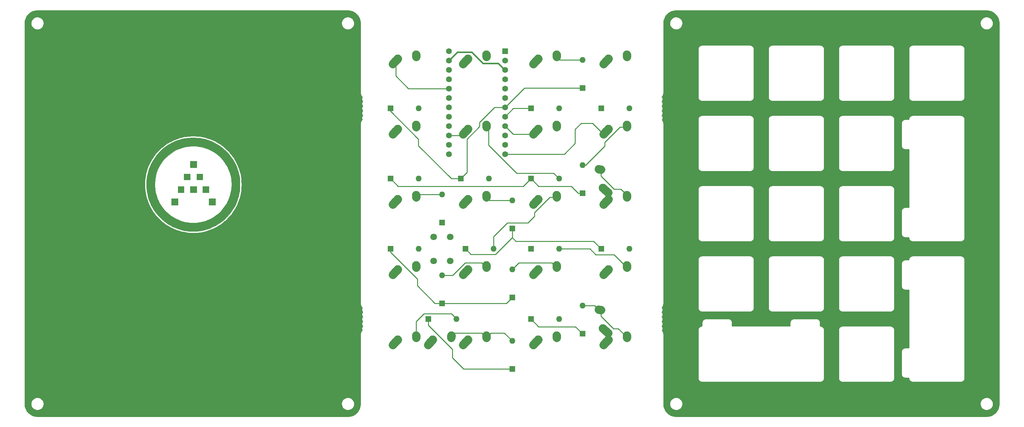
<source format=gbl>
G04 #@! TF.GenerationSoftware,KiCad,Pcbnew,(5.0.0)*
G04 #@! TF.CreationDate,2019-01-13T17:47:14-08:00*
G04 #@! TF.ProjectId,Soyuz,536F79757A2E6B696361645F70636200,rev?*
G04 #@! TF.SameCoordinates,Original*
G04 #@! TF.FileFunction,Copper,L2,Bot,Signal*
G04 #@! TF.FilePolarity,Positive*
%FSLAX46Y46*%
G04 Gerber Fmt 4.6, Leading zero omitted, Abs format (unit mm)*
G04 Created by KiCad (PCBNEW (5.0.0)) date 01/13/19 17:47:14*
%MOMM*%
%LPD*%
G01*
G04 APERTURE LIST*
G04 #@! TA.AperFunction,EtchedComponent*
%ADD10C,0.010000*%
G04 #@! TD*
G04 #@! TA.AperFunction,Conductor*
%ADD11C,1.524000*%
G04 #@! TD*
G04 #@! TA.AperFunction,ComponentPad*
%ADD12O,1.600000X1.600000*%
G04 #@! TD*
G04 #@! TA.AperFunction,ComponentPad*
%ADD13R,1.600000X1.600000*%
G04 #@! TD*
G04 #@! TA.AperFunction,ComponentPad*
%ADD14C,1.600000*%
G04 #@! TD*
G04 #@! TA.AperFunction,ComponentPad*
%ADD15C,2.250000*%
G04 #@! TD*
G04 #@! TA.AperFunction,Conductor*
%ADD16C,2.250000*%
G04 #@! TD*
G04 #@! TA.AperFunction,ComponentPad*
%ADD17C,1.800000*%
G04 #@! TD*
G04 #@! TA.AperFunction,Conductor*
%ADD18C,0.250000*%
G04 #@! TD*
G04 #@! TA.AperFunction,Conductor*
%ADD19C,0.381000*%
G04 #@! TD*
G04 #@! TA.AperFunction,Conductor*
%ADD20C,0.254000*%
G04 #@! TD*
G04 APERTURE END LIST*
D10*
G04 #@! TO.C,G\002A\002A\002A*
G36*
X-19069049Y-65244133D02*
X-17341850Y-65244133D01*
X-17341850Y-63516933D01*
X-19069049Y-63516933D01*
X-19069049Y-65244133D01*
X-19069049Y-65244133D01*
G37*
X-19069049Y-65244133D02*
X-17341850Y-65244133D01*
X-17341850Y-63516933D01*
X-19069049Y-63516933D01*
X-19069049Y-65244133D01*
G36*
X-20796249Y-68596933D02*
X-19069049Y-68596933D01*
X-19069049Y-66971333D01*
X-20796249Y-66971333D01*
X-20796249Y-68596933D01*
X-20796249Y-68596933D01*
G37*
X-20796249Y-68596933D02*
X-19069049Y-68596933D01*
X-19069049Y-66971333D01*
X-20796249Y-66971333D01*
X-20796249Y-68596933D01*
G36*
X-17341850Y-68596933D02*
X-15716250Y-68596933D01*
X-15716250Y-66971333D01*
X-17341850Y-66971333D01*
X-17341850Y-68596933D01*
X-17341850Y-68596933D01*
G37*
X-17341850Y-68596933D02*
X-15716250Y-68596933D01*
X-15716250Y-66971333D01*
X-17341850Y-66971333D01*
X-17341850Y-68596933D01*
G36*
X-22421850Y-72051333D02*
X-20796249Y-72051333D01*
X-20796249Y-70324133D01*
X-22421850Y-70324133D01*
X-22421850Y-72051333D01*
X-22421850Y-72051333D01*
G37*
X-22421850Y-72051333D02*
X-20796249Y-72051333D01*
X-20796249Y-70324133D01*
X-22421850Y-70324133D01*
X-22421850Y-72051333D01*
G36*
X-19069049Y-72051333D02*
X-17341850Y-72051333D01*
X-17341850Y-70324133D01*
X-19069049Y-70324133D01*
X-19069049Y-72051333D01*
X-19069049Y-72051333D01*
G37*
X-19069049Y-72051333D02*
X-17341850Y-72051333D01*
X-17341850Y-70324133D01*
X-19069049Y-70324133D01*
X-19069049Y-72051333D01*
G36*
X-15716250Y-72051333D02*
X-13989050Y-72051333D01*
X-13989050Y-70324133D01*
X-15716250Y-70324133D01*
X-15716250Y-72051333D01*
X-15716250Y-72051333D01*
G37*
X-15716250Y-72051333D02*
X-13989050Y-72051333D01*
X-13989050Y-70324133D01*
X-15716250Y-70324133D01*
X-15716250Y-72051333D01*
G36*
X-24149050Y-75404133D02*
X-22421850Y-75404133D01*
X-22421850Y-73676933D01*
X-24149050Y-73676933D01*
X-24149050Y-75404133D01*
X-24149050Y-75404133D01*
G37*
X-24149050Y-75404133D02*
X-22421850Y-75404133D01*
X-22421850Y-73676933D01*
X-24149050Y-73676933D01*
X-24149050Y-75404133D01*
G36*
X-13989050Y-75404133D02*
X-12261849Y-75404133D01*
X-12261849Y-73676933D01*
X-13989050Y-73676933D01*
X-13989050Y-75404133D01*
X-13989050Y-75404133D01*
G37*
X-13989050Y-75404133D02*
X-12261849Y-75404133D01*
X-12261849Y-73676933D01*
X-13989050Y-73676933D01*
X-13989050Y-75404133D01*
G36*
X-18273183Y-57169656D02*
X-18802755Y-57175504D01*
X-19279392Y-57193240D01*
X-19717123Y-57224587D01*
X-20129981Y-57271267D01*
X-20531995Y-57335003D01*
X-20937196Y-57417517D01*
X-21359615Y-57520532D01*
X-21552803Y-57572318D01*
X-22442605Y-57850667D01*
X-23304847Y-58189164D01*
X-24136261Y-58586117D01*
X-24933580Y-59039836D01*
X-25693537Y-59548629D01*
X-26342690Y-60052097D01*
X-27015409Y-60652525D01*
X-27644046Y-61298691D01*
X-28225683Y-61986040D01*
X-28757404Y-62710018D01*
X-29236291Y-63466070D01*
X-29659427Y-64249640D01*
X-30023895Y-65056173D01*
X-30326778Y-65881116D01*
X-30534795Y-66597960D01*
X-30675896Y-67195233D01*
X-30784099Y-67758158D01*
X-30862574Y-68309720D01*
X-30914490Y-68872904D01*
X-30943015Y-69470693D01*
X-30945804Y-69579066D01*
X-30934201Y-70510466D01*
X-30856570Y-71426875D01*
X-30712934Y-72328167D01*
X-30503317Y-73214218D01*
X-30227743Y-74084900D01*
X-29953835Y-74784344D01*
X-29834018Y-75062808D01*
X-29731352Y-75293881D01*
X-29638045Y-75493147D01*
X-29546305Y-75676189D01*
X-29448340Y-75858589D01*
X-29336358Y-76055931D01*
X-29212091Y-76267733D01*
X-28703424Y-77062490D01*
X-28148311Y-77807984D01*
X-27546186Y-78504783D01*
X-26896484Y-79153451D01*
X-26198638Y-79754554D01*
X-25452085Y-80308657D01*
X-24673983Y-80805841D01*
X-24448577Y-80937975D01*
X-24252681Y-81048808D01*
X-24070713Y-81146131D01*
X-23887089Y-81237736D01*
X-23686227Y-81331415D01*
X-23452544Y-81434960D01*
X-23190594Y-81547585D01*
X-22779998Y-81716322D01*
X-22401470Y-81857287D01*
X-22029782Y-81978833D01*
X-21639707Y-82089312D01*
X-21287316Y-82177773D01*
X-20585379Y-82329472D01*
X-19915109Y-82439026D01*
X-19257069Y-82508742D01*
X-18591818Y-82540925D01*
X-18205450Y-82543388D01*
X-17986917Y-82541191D01*
X-17781600Y-82538181D01*
X-17602910Y-82534629D01*
X-17464261Y-82530802D01*
X-17379065Y-82526971D01*
X-17375716Y-82526730D01*
X-16453375Y-82424536D01*
X-15545612Y-82258193D01*
X-14656093Y-82029057D01*
X-13788485Y-81738480D01*
X-12946452Y-81387819D01*
X-12133660Y-80978427D01*
X-11353774Y-80511659D01*
X-10709696Y-80063528D01*
X-9971871Y-79473249D01*
X-9286288Y-78840240D01*
X-8653905Y-78165900D01*
X-8075679Y-77451629D01*
X-7552566Y-76698826D01*
X-7085523Y-75908889D01*
X-6675507Y-75083217D01*
X-6323476Y-74223210D01*
X-6030385Y-73330267D01*
X-5978568Y-73146553D01*
X-5866072Y-72712231D01*
X-5774829Y-72301246D01*
X-5703115Y-71899567D01*
X-5649209Y-71493164D01*
X-5611387Y-71068005D01*
X-5587926Y-70610061D01*
X-5577105Y-70105301D01*
X-5575906Y-69866933D01*
X-5578789Y-69630726D01*
X-7848970Y-69630726D01*
X-7849412Y-69972649D01*
X-7856516Y-70312551D01*
X-7870154Y-70633089D01*
X-7890195Y-70916921D01*
X-7906066Y-71069199D01*
X-8042061Y-71911003D01*
X-8241108Y-72728562D01*
X-8502440Y-73520279D01*
X-8825292Y-74284554D01*
X-9208897Y-75019789D01*
X-9652489Y-75724386D01*
X-10155304Y-76396745D01*
X-10716573Y-77035267D01*
X-10811872Y-77134309D01*
X-11384605Y-77676493D01*
X-12006267Y-78179686D01*
X-12665341Y-78635450D01*
X-13350304Y-79035349D01*
X-13545669Y-79136415D01*
X-13863144Y-79292785D01*
X-14141508Y-79421720D01*
X-14399628Y-79530808D01*
X-14656370Y-79627637D01*
X-14930601Y-79719795D01*
X-15208250Y-79805103D01*
X-16015557Y-80015932D01*
X-16808095Y-80162922D01*
X-17592046Y-80246645D01*
X-18373594Y-80267674D01*
X-19158924Y-80226580D01*
X-19442836Y-80196797D01*
X-20242117Y-80073305D01*
X-21008330Y-79894920D01*
X-21752172Y-79658441D01*
X-22484339Y-79360672D01*
X-22898023Y-79163560D01*
X-23626053Y-78764974D01*
X-24306228Y-78322369D01*
X-24941782Y-77832822D01*
X-25535948Y-77293412D01*
X-26091958Y-76701219D01*
X-26613046Y-76053320D01*
X-27074989Y-75389240D01*
X-27182191Y-75213488D01*
X-27307303Y-74991077D01*
X-27442557Y-74737450D01*
X-27580190Y-74468053D01*
X-27712435Y-74198330D01*
X-27831527Y-73943724D01*
X-27929700Y-73719681D01*
X-27987034Y-73575333D01*
X-28255270Y-72758091D01*
X-28457492Y-71935739D01*
X-28593528Y-71110586D01*
X-28663206Y-70284943D01*
X-28666353Y-69461121D01*
X-28602797Y-68641430D01*
X-28472365Y-67828181D01*
X-28430537Y-67631733D01*
X-28286968Y-67050217D01*
X-28123524Y-66511834D01*
X-27931788Y-65992962D01*
X-27703346Y-65469977D01*
X-27542665Y-65139419D01*
X-27142858Y-64419002D01*
X-26687074Y-63734472D01*
X-26178588Y-63088903D01*
X-25620676Y-62485366D01*
X-25016614Y-61926933D01*
X-24369676Y-61416676D01*
X-23683139Y-60957668D01*
X-22960278Y-60552981D01*
X-22345104Y-60264846D01*
X-21612822Y-59981562D01*
X-20876593Y-59759704D01*
X-20127847Y-59597534D01*
X-19358013Y-59493310D01*
X-18558523Y-59445293D01*
X-18290116Y-59441496D01*
X-17444914Y-59468677D01*
X-16627302Y-59556758D01*
X-15833980Y-59706739D01*
X-15061645Y-59919617D01*
X-14306996Y-60196390D01*
X-13566730Y-60538057D01*
X-12837546Y-60945615D01*
X-12407906Y-61219575D01*
X-11812991Y-61652760D01*
X-11240413Y-62141319D01*
X-10697171Y-62677045D01*
X-10190266Y-63251731D01*
X-9726698Y-63857171D01*
X-9313466Y-64485159D01*
X-8957570Y-65127487D01*
X-8809108Y-65438608D01*
X-8547122Y-66056674D01*
X-8332802Y-66650759D01*
X-8161041Y-67239337D01*
X-8026727Y-67840885D01*
X-7924754Y-68473876D01*
X-7888910Y-68766266D01*
X-7868590Y-69010192D01*
X-7855320Y-69304126D01*
X-7848970Y-69630726D01*
X-5578789Y-69630726D01*
X-5583353Y-69256819D01*
X-5608414Y-68698454D01*
X-5653531Y-68177572D01*
X-5721146Y-67679909D01*
X-5813700Y-67191202D01*
X-5933634Y-66697186D01*
X-6083390Y-66183596D01*
X-6265410Y-65636169D01*
X-6332372Y-65447333D01*
X-6666813Y-64616531D01*
X-7062932Y-63812973D01*
X-7519917Y-63037776D01*
X-8036953Y-62292062D01*
X-8613227Y-61576948D01*
X-9247924Y-60893554D01*
X-9940231Y-60243000D01*
X-10396072Y-59858232D01*
X-10762274Y-59578794D01*
X-11178441Y-59291536D01*
X-11629040Y-59005893D01*
X-12098537Y-58731302D01*
X-12571400Y-58477198D01*
X-13032095Y-58253019D01*
X-13057716Y-58241315D01*
X-13356215Y-58113858D01*
X-13702588Y-57979945D01*
X-14078189Y-57845888D01*
X-14464373Y-57717996D01*
X-14842496Y-57602581D01*
X-15193910Y-57505952D01*
X-15329956Y-57472274D01*
X-15727714Y-57383666D01*
X-16107337Y-57312582D01*
X-16482824Y-57257583D01*
X-16868172Y-57217230D01*
X-17277382Y-57190083D01*
X-17724450Y-57174704D01*
X-18223376Y-57169652D01*
X-18273183Y-57169656D01*
X-18273183Y-57169656D01*
G37*
X-18273183Y-57169656D02*
X-18802755Y-57175504D01*
X-19279392Y-57193240D01*
X-19717123Y-57224587D01*
X-20129981Y-57271267D01*
X-20531995Y-57335003D01*
X-20937196Y-57417517D01*
X-21359615Y-57520532D01*
X-21552803Y-57572318D01*
X-22442605Y-57850667D01*
X-23304847Y-58189164D01*
X-24136261Y-58586117D01*
X-24933580Y-59039836D01*
X-25693537Y-59548629D01*
X-26342690Y-60052097D01*
X-27015409Y-60652525D01*
X-27644046Y-61298691D01*
X-28225683Y-61986040D01*
X-28757404Y-62710018D01*
X-29236291Y-63466070D01*
X-29659427Y-64249640D01*
X-30023895Y-65056173D01*
X-30326778Y-65881116D01*
X-30534795Y-66597960D01*
X-30675896Y-67195233D01*
X-30784099Y-67758158D01*
X-30862574Y-68309720D01*
X-30914490Y-68872904D01*
X-30943015Y-69470693D01*
X-30945804Y-69579066D01*
X-30934201Y-70510466D01*
X-30856570Y-71426875D01*
X-30712934Y-72328167D01*
X-30503317Y-73214218D01*
X-30227743Y-74084900D01*
X-29953835Y-74784344D01*
X-29834018Y-75062808D01*
X-29731352Y-75293881D01*
X-29638045Y-75493147D01*
X-29546305Y-75676189D01*
X-29448340Y-75858589D01*
X-29336358Y-76055931D01*
X-29212091Y-76267733D01*
X-28703424Y-77062490D01*
X-28148311Y-77807984D01*
X-27546186Y-78504783D01*
X-26896484Y-79153451D01*
X-26198638Y-79754554D01*
X-25452085Y-80308657D01*
X-24673983Y-80805841D01*
X-24448577Y-80937975D01*
X-24252681Y-81048808D01*
X-24070713Y-81146131D01*
X-23887089Y-81237736D01*
X-23686227Y-81331415D01*
X-23452544Y-81434960D01*
X-23190594Y-81547585D01*
X-22779998Y-81716322D01*
X-22401470Y-81857287D01*
X-22029782Y-81978833D01*
X-21639707Y-82089312D01*
X-21287316Y-82177773D01*
X-20585379Y-82329472D01*
X-19915109Y-82439026D01*
X-19257069Y-82508742D01*
X-18591818Y-82540925D01*
X-18205450Y-82543388D01*
X-17986917Y-82541191D01*
X-17781600Y-82538181D01*
X-17602910Y-82534629D01*
X-17464261Y-82530802D01*
X-17379065Y-82526971D01*
X-17375716Y-82526730D01*
X-16453375Y-82424536D01*
X-15545612Y-82258193D01*
X-14656093Y-82029057D01*
X-13788485Y-81738480D01*
X-12946452Y-81387819D01*
X-12133660Y-80978427D01*
X-11353774Y-80511659D01*
X-10709696Y-80063528D01*
X-9971871Y-79473249D01*
X-9286288Y-78840240D01*
X-8653905Y-78165900D01*
X-8075679Y-77451629D01*
X-7552566Y-76698826D01*
X-7085523Y-75908889D01*
X-6675507Y-75083217D01*
X-6323476Y-74223210D01*
X-6030385Y-73330267D01*
X-5978568Y-73146553D01*
X-5866072Y-72712231D01*
X-5774829Y-72301246D01*
X-5703115Y-71899567D01*
X-5649209Y-71493164D01*
X-5611387Y-71068005D01*
X-5587926Y-70610061D01*
X-5577105Y-70105301D01*
X-5575906Y-69866933D01*
X-5578789Y-69630726D01*
X-7848970Y-69630726D01*
X-7849412Y-69972649D01*
X-7856516Y-70312551D01*
X-7870154Y-70633089D01*
X-7890195Y-70916921D01*
X-7906066Y-71069199D01*
X-8042061Y-71911003D01*
X-8241108Y-72728562D01*
X-8502440Y-73520279D01*
X-8825292Y-74284554D01*
X-9208897Y-75019789D01*
X-9652489Y-75724386D01*
X-10155304Y-76396745D01*
X-10716573Y-77035267D01*
X-10811872Y-77134309D01*
X-11384605Y-77676493D01*
X-12006267Y-78179686D01*
X-12665341Y-78635450D01*
X-13350304Y-79035349D01*
X-13545669Y-79136415D01*
X-13863144Y-79292785D01*
X-14141508Y-79421720D01*
X-14399628Y-79530808D01*
X-14656370Y-79627637D01*
X-14930601Y-79719795D01*
X-15208250Y-79805103D01*
X-16015557Y-80015932D01*
X-16808095Y-80162922D01*
X-17592046Y-80246645D01*
X-18373594Y-80267674D01*
X-19158924Y-80226580D01*
X-19442836Y-80196797D01*
X-20242117Y-80073305D01*
X-21008330Y-79894920D01*
X-21752172Y-79658441D01*
X-22484339Y-79360672D01*
X-22898023Y-79163560D01*
X-23626053Y-78764974D01*
X-24306228Y-78322369D01*
X-24941782Y-77832822D01*
X-25535948Y-77293412D01*
X-26091958Y-76701219D01*
X-26613046Y-76053320D01*
X-27074989Y-75389240D01*
X-27182191Y-75213488D01*
X-27307303Y-74991077D01*
X-27442557Y-74737450D01*
X-27580190Y-74468053D01*
X-27712435Y-74198330D01*
X-27831527Y-73943724D01*
X-27929700Y-73719681D01*
X-27987034Y-73575333D01*
X-28255270Y-72758091D01*
X-28457492Y-71935739D01*
X-28593528Y-71110586D01*
X-28663206Y-70284943D01*
X-28666353Y-69461121D01*
X-28602797Y-68641430D01*
X-28472365Y-67828181D01*
X-28430537Y-67631733D01*
X-28286968Y-67050217D01*
X-28123524Y-66511834D01*
X-27931788Y-65992962D01*
X-27703346Y-65469977D01*
X-27542665Y-65139419D01*
X-27142858Y-64419002D01*
X-26687074Y-63734472D01*
X-26178588Y-63088903D01*
X-25620676Y-62485366D01*
X-25016614Y-61926933D01*
X-24369676Y-61416676D01*
X-23683139Y-60957668D01*
X-22960278Y-60552981D01*
X-22345104Y-60264846D01*
X-21612822Y-59981562D01*
X-20876593Y-59759704D01*
X-20127847Y-59597534D01*
X-19358013Y-59493310D01*
X-18558523Y-59445293D01*
X-18290116Y-59441496D01*
X-17444914Y-59468677D01*
X-16627302Y-59556758D01*
X-15833980Y-59706739D01*
X-15061645Y-59919617D01*
X-14306996Y-60196390D01*
X-13566730Y-60538057D01*
X-12837546Y-60945615D01*
X-12407906Y-61219575D01*
X-11812991Y-61652760D01*
X-11240413Y-62141319D01*
X-10697171Y-62677045D01*
X-10190266Y-63251731D01*
X-9726698Y-63857171D01*
X-9313466Y-64485159D01*
X-8957570Y-65127487D01*
X-8809108Y-65438608D01*
X-8547122Y-66056674D01*
X-8332802Y-66650759D01*
X-8161041Y-67239337D01*
X-8026727Y-67840885D01*
X-7924754Y-68473876D01*
X-7888910Y-68766266D01*
X-7868590Y-69010192D01*
X-7855320Y-69304126D01*
X-7848970Y-69630726D01*
X-5578789Y-69630726D01*
X-5583353Y-69256819D01*
X-5608414Y-68698454D01*
X-5653531Y-68177572D01*
X-5721146Y-67679909D01*
X-5813700Y-67191202D01*
X-5933634Y-66697186D01*
X-6083390Y-66183596D01*
X-6265410Y-65636169D01*
X-6332372Y-65447333D01*
X-6666813Y-64616531D01*
X-7062932Y-63812973D01*
X-7519917Y-63037776D01*
X-8036953Y-62292062D01*
X-8613227Y-61576948D01*
X-9247924Y-60893554D01*
X-9940231Y-60243000D01*
X-10396072Y-59858232D01*
X-10762274Y-59578794D01*
X-11178441Y-59291536D01*
X-11629040Y-59005893D01*
X-12098537Y-58731302D01*
X-12571400Y-58477198D01*
X-13032095Y-58253019D01*
X-13057716Y-58241315D01*
X-13356215Y-58113858D01*
X-13702588Y-57979945D01*
X-14078189Y-57845888D01*
X-14464373Y-57717996D01*
X-14842496Y-57602581D01*
X-15193910Y-57505952D01*
X-15329956Y-57472274D01*
X-15727714Y-57383666D01*
X-16107337Y-57312582D01*
X-16482824Y-57257583D01*
X-16868172Y-57217230D01*
X-17277382Y-57190083D01*
X-17724450Y-57174704D01*
X-18223376Y-57169652D01*
X-18273183Y-57169656D01*
G04 #@! TD*
D11*
G04 #@! TO.N,GNDA*
G04 #@! TO.C,O1*
X24384000Y-79248000D03*
G04 #@! TO.N,Earth*
X183134000Y-87630000D03*
G04 #@! TD*
D12*
G04 #@! TO.P,D1,2*
G04 #@! TO.N,Net-(D1-Pad2)*
X42862500Y-49212500D03*
D13*
G04 #@! TO.P,D1,1*
G04 #@! TO.N,ROW0*
X35242500Y-49212500D03*
G04 #@! TD*
D12*
G04 #@! TO.P,D2,2*
G04 #@! TO.N,Net-(D2-Pad2)*
X61912500Y-68262500D03*
D13*
G04 #@! TO.P,D2,1*
G04 #@! TO.N,ROW0*
X54292500Y-68262500D03*
G04 #@! TD*
D12*
G04 #@! TO.P,D3,2*
G04 #@! TO.N,Net-(D3-Pad2)*
X87312500Y-36036250D03*
D13*
G04 #@! TO.P,D3,1*
G04 #@! TO.N,ROW0*
X87312500Y-43656250D03*
G04 #@! TD*
G04 #@! TO.P,D4,1*
G04 #@! TO.N,ROW0*
X92392500Y-49212500D03*
D12*
G04 #@! TO.P,D4,2*
G04 #@! TO.N,Net-(D4-Pad2)*
X100012500Y-49212500D03*
G04 #@! TD*
G04 #@! TO.P,D5,2*
G04 #@! TO.N,Net-(D5-Pad2)*
X42862500Y-68262500D03*
D13*
G04 #@! TO.P,D5,1*
G04 #@! TO.N,ROW1*
X35242500Y-68262500D03*
G04 #@! TD*
G04 #@! TO.P,D6,1*
G04 #@! TO.N,ROW1*
X73342500Y-68262500D03*
D12*
G04 #@! TO.P,D6,2*
G04 #@! TO.N,Net-(D6-Pad2)*
X80962500Y-68262500D03*
G04 #@! TD*
G04 #@! TO.P,D7,2*
G04 #@! TO.N,Net-(D7-Pad2)*
X80962500Y-49212500D03*
D13*
G04 #@! TO.P,D7,1*
G04 #@! TO.N,ROW1*
X73342500Y-49212500D03*
G04 #@! TD*
G04 #@! TO.P,D8,1*
G04 #@! TO.N,ROW1*
X87312500Y-72231250D03*
D12*
G04 #@! TO.P,D8,2*
G04 #@! TO.N,Net-(D8-Pad2)*
X87312500Y-64611250D03*
G04 #@! TD*
G04 #@! TO.P,D9,2*
G04 #@! TO.N,Net-(D9-Pad2)*
X49212500Y-72548750D03*
D13*
G04 #@! TO.P,D9,1*
G04 #@! TO.N,ROW2*
X49212500Y-80168750D03*
G04 #@! TD*
G04 #@! TO.P,D10,1*
G04 #@! TO.N,ROW2*
X68262500Y-81756250D03*
D12*
G04 #@! TO.P,D10,2*
G04 #@! TO.N,Net-(D10-Pad2)*
X68262500Y-74136250D03*
G04 #@! TD*
G04 #@! TO.P,D11,2*
G04 #@! TO.N,Net-(D11-Pad2)*
X63182500Y-87312500D03*
D13*
G04 #@! TO.P,D11,1*
G04 #@! TO.N,ROW2*
X55562500Y-87312500D03*
G04 #@! TD*
G04 #@! TO.P,D12,1*
G04 #@! TO.N,ROW2*
X92392500Y-87312500D03*
D12*
G04 #@! TO.P,D12,2*
G04 #@! TO.N,Net-(D12-Pad2)*
X100012500Y-87312500D03*
G04 #@! TD*
G04 #@! TO.P,D13,2*
G04 #@! TO.N,Net-(D13-Pad2)*
X42862500Y-87312500D03*
D13*
G04 #@! TO.P,D13,1*
G04 #@! TO.N,ROW3*
X35242500Y-87312500D03*
G04 #@! TD*
D12*
G04 #@! TO.P,D14,2*
G04 #@! TO.N,Net-(D14-Pad2)*
X49212500Y-94456250D03*
D13*
G04 #@! TO.P,D14,1*
G04 #@! TO.N,ROW3*
X49212500Y-102076250D03*
G04 #@! TD*
D12*
G04 #@! TO.P,D15,2*
G04 #@! TO.N,Net-(D15-Pad2)*
X68262500Y-92868750D03*
D13*
G04 #@! TO.P,D15,1*
G04 #@! TO.N,ROW3*
X68262500Y-100488750D03*
G04 #@! TD*
G04 #@! TO.P,D16,1*
G04 #@! TO.N,ROW3*
X73342500Y-87312500D03*
D12*
G04 #@! TO.P,D16,2*
G04 #@! TO.N,Net-(D16-Pad2)*
X80962500Y-87312500D03*
G04 #@! TD*
G04 #@! TO.P,D17,2*
G04 #@! TO.N,Net-(D17-Pad2)*
X53181250Y-106362500D03*
D13*
G04 #@! TO.P,D17,1*
G04 #@! TO.N,ROW4*
X45561250Y-106362500D03*
G04 #@! TD*
G04 #@! TO.P,D18,1*
G04 #@! TO.N,ROW4*
X68262500Y-119856250D03*
D12*
G04 #@! TO.P,D18,2*
G04 #@! TO.N,Net-(D18-Pad2)*
X68262500Y-112236250D03*
G04 #@! TD*
D13*
G04 #@! TO.P,D19,1*
G04 #@! TO.N,ROW4*
X73342500Y-106362500D03*
D12*
G04 #@! TO.P,D19,2*
G04 #@! TO.N,Net-(D19-Pad2)*
X80962500Y-106362500D03*
G04 #@! TD*
D13*
G04 #@! TO.P,D20,1*
G04 #@! TO.N,ROW4*
X87312500Y-110331250D03*
D12*
G04 #@! TO.P,D20,2*
G04 #@! TO.N,Net-(D20-Pad2)*
X87312500Y-102711250D03*
G04 #@! TD*
D13*
G04 #@! TO.P,U1,1*
G04 #@! TO.N,Net-(U1-Pad1)*
X66357500Y-33655000D03*
D14*
G04 #@! TO.P,U1,2*
G04 #@! TO.N,Net-(U1-Pad2)*
X66357500Y-36195000D03*
G04 #@! TO.P,U1,3*
G04 #@! TO.N,GND*
X66357500Y-38735000D03*
G04 #@! TO.P,U1,4*
X66357500Y-41275000D03*
G04 #@! TO.P,U1,5*
G04 #@! TO.N,Net-(U1-Pad5)*
X66357500Y-43815000D03*
G04 #@! TO.P,U1,6*
G04 #@! TO.N,Net-(U1-Pad6)*
X66357500Y-46355000D03*
G04 #@! TO.P,U1,7*
G04 #@! TO.N,ROW0*
X66357500Y-48895000D03*
G04 #@! TO.P,U1,8*
G04 #@! TO.N,ROW1*
X66357500Y-51435000D03*
G04 #@! TO.P,U1,9*
G04 #@! TO.N,COL2*
X66357500Y-53975000D03*
G04 #@! TO.P,U1,10*
G04 #@! TO.N,ROW3*
X66357500Y-56515000D03*
G04 #@! TO.P,U1,11*
G04 #@! TO.N,ROW4*
X66357500Y-59055000D03*
G04 #@! TO.P,U1,12*
G04 #@! TO.N,COL3*
X66357500Y-61595000D03*
G04 #@! TO.P,U1,13*
G04 #@! TO.N,ROW2*
X51117500Y-61595000D03*
G04 #@! TO.P,U1,14*
G04 #@! TO.N,Net-(U1-Pad14)*
X51117500Y-59055000D03*
G04 #@! TO.P,U1,15*
G04 #@! TO.N,COL1*
X51117500Y-56515000D03*
G04 #@! TO.P,U1,16*
G04 #@! TO.N,Net-(U1-Pad16)*
X51117500Y-53975000D03*
G04 #@! TO.P,U1,17*
G04 #@! TO.N,Net-(U1-Pad17)*
X51117500Y-51435000D03*
G04 #@! TO.P,U1,18*
G04 #@! TO.N,Net-(U1-Pad18)*
X51117500Y-48895000D03*
G04 #@! TO.P,U1,19*
G04 #@! TO.N,Net-(U1-Pad19)*
X51117500Y-46355000D03*
G04 #@! TO.P,U1,20*
G04 #@! TO.N,COL0*
X51117500Y-43815000D03*
G04 #@! TO.P,U1,21*
G04 #@! TO.N,Net-(U1-Pad21)*
X51117500Y-41275000D03*
G04 #@! TO.P,U1,22*
G04 #@! TO.N,Net-(SW1-Pad1)*
X51117500Y-38735000D03*
G04 #@! TO.P,U1,23*
G04 #@! TO.N,GND*
X51117500Y-36195000D03*
G04 #@! TO.P,U1,24*
G04 #@! TO.N,Net-(U1-Pad24)*
X51117500Y-33655000D03*
G04 #@! TD*
D15*
G04 #@! TO.P,MX1,2*
G04 #@! TO.N,Net-(D1-Pad2)*
X42207500Y-34897500D03*
D16*
G04 #@! TD*
G04 #@! TO.N,Net-(D1-Pad2)*
G04 #@! TO.C,MX1*
X42187500Y-35187500D02*
X42227500Y-34607500D01*
D15*
G04 #@! TO.P,MX1,2*
G04 #@! TO.N,Net-(D1-Pad2)*
X42227500Y-34607500D03*
G04 #@! TO.P,MX1,1*
G04 #@! TO.N,COL0*
X36532501Y-36417500D03*
D16*
G04 #@! TD*
G04 #@! TO.N,COL0*
G04 #@! TO.C,MX1*
X35877500Y-37147500D02*
X37187502Y-35687500D01*
D15*
G04 #@! TO.P,MX1,1*
G04 #@! TO.N,COL0*
X37187500Y-35687500D03*
G04 #@! TD*
G04 #@! TO.P,MX2,1*
G04 #@! TO.N,COL1*
X56237500Y-35687500D03*
X55582501Y-36417500D03*
D16*
G04 #@! TD*
G04 #@! TO.N,COL1*
G04 #@! TO.C,MX2*
X54927500Y-37147500D02*
X56237502Y-35687500D01*
D15*
G04 #@! TO.P,MX2,2*
G04 #@! TO.N,Net-(D2-Pad2)*
X61277500Y-34607500D03*
X61257500Y-34897500D03*
D16*
G04 #@! TD*
G04 #@! TO.N,Net-(D2-Pad2)*
G04 #@! TO.C,MX2*
X61237500Y-35187500D02*
X61277500Y-34607500D01*
D15*
G04 #@! TO.P,MX3,2*
G04 #@! TO.N,Net-(D3-Pad2)*
X80307500Y-34897500D03*
D16*
G04 #@! TD*
G04 #@! TO.N,Net-(D3-Pad2)*
G04 #@! TO.C,MX3*
X80287500Y-35187500D02*
X80327500Y-34607500D01*
D15*
G04 #@! TO.P,MX3,2*
G04 #@! TO.N,Net-(D3-Pad2)*
X80327500Y-34607500D03*
G04 #@! TO.P,MX3,1*
G04 #@! TO.N,COL2*
X74632501Y-36417500D03*
D16*
G04 #@! TD*
G04 #@! TO.N,COL2*
G04 #@! TO.C,MX3*
X73977500Y-37147500D02*
X75287502Y-35687500D01*
D15*
G04 #@! TO.P,MX3,1*
G04 #@! TO.N,COL2*
X75287500Y-35687500D03*
G04 #@! TD*
G04 #@! TO.P,MX4,1*
G04 #@! TO.N,COL3*
X94337500Y-35687500D03*
X93682501Y-36417500D03*
D16*
G04 #@! TD*
G04 #@! TO.N,COL3*
G04 #@! TO.C,MX4*
X93027500Y-37147500D02*
X94337502Y-35687500D01*
D15*
G04 #@! TO.P,MX4,2*
G04 #@! TO.N,Net-(D4-Pad2)*
X99377500Y-34607500D03*
X99357500Y-34897500D03*
D16*
G04 #@! TD*
G04 #@! TO.N,Net-(D4-Pad2)*
G04 #@! TO.C,MX4*
X99337500Y-35187500D02*
X99377500Y-34607500D01*
D15*
G04 #@! TO.P,MX5,2*
G04 #@! TO.N,Net-(D5-Pad2)*
X42207500Y-53947500D03*
D16*
G04 #@! TD*
G04 #@! TO.N,Net-(D5-Pad2)*
G04 #@! TO.C,MX5*
X42187500Y-54237500D02*
X42227500Y-53657500D01*
D15*
G04 #@! TO.P,MX5,2*
G04 #@! TO.N,Net-(D5-Pad2)*
X42227500Y-53657500D03*
G04 #@! TO.P,MX5,1*
G04 #@! TO.N,COL0*
X36532501Y-55467500D03*
D16*
G04 #@! TD*
G04 #@! TO.N,COL0*
G04 #@! TO.C,MX5*
X35877500Y-56197500D02*
X37187502Y-54737500D01*
D15*
G04 #@! TO.P,MX5,1*
G04 #@! TO.N,COL0*
X37187500Y-54737500D03*
G04 #@! TD*
G04 #@! TO.P,MX6,1*
G04 #@! TO.N,COL1*
X56237500Y-54737500D03*
X55582501Y-55467500D03*
D16*
G04 #@! TD*
G04 #@! TO.N,COL1*
G04 #@! TO.C,MX6*
X54927500Y-56197500D02*
X56237502Y-54737500D01*
D15*
G04 #@! TO.P,MX6,2*
G04 #@! TO.N,Net-(D6-Pad2)*
X61277500Y-53657500D03*
X61257500Y-53947500D03*
D16*
G04 #@! TD*
G04 #@! TO.N,Net-(D6-Pad2)*
G04 #@! TO.C,MX6*
X61237500Y-54237500D02*
X61277500Y-53657500D01*
D15*
G04 #@! TO.P,MX7,2*
G04 #@! TO.N,Net-(D7-Pad2)*
X80307500Y-53947500D03*
D16*
G04 #@! TD*
G04 #@! TO.N,Net-(D7-Pad2)*
G04 #@! TO.C,MX7*
X80287500Y-54237500D02*
X80327500Y-53657500D01*
D15*
G04 #@! TO.P,MX7,2*
G04 #@! TO.N,Net-(D7-Pad2)*
X80327500Y-53657500D03*
G04 #@! TO.P,MX7,1*
G04 #@! TO.N,COL2*
X74632501Y-55467500D03*
D16*
G04 #@! TD*
G04 #@! TO.N,COL2*
G04 #@! TO.C,MX7*
X73977500Y-56197500D02*
X75287502Y-54737500D01*
D15*
G04 #@! TO.P,MX7,1*
G04 #@! TO.N,COL2*
X75287500Y-54737500D03*
G04 #@! TD*
G04 #@! TO.P,MX8,2*
G04 #@! TO.N,Net-(D8-Pad2)*
X99357500Y-53947500D03*
D16*
G04 #@! TD*
G04 #@! TO.N,Net-(D8-Pad2)*
G04 #@! TO.C,MX8*
X99337500Y-54237500D02*
X99377500Y-53657500D01*
D15*
G04 #@! TO.P,MX8,2*
G04 #@! TO.N,Net-(D8-Pad2)*
X99377500Y-53657500D03*
G04 #@! TO.P,MX8,1*
G04 #@! TO.N,COL3*
X93682501Y-55467500D03*
D16*
G04 #@! TD*
G04 #@! TO.N,COL3*
G04 #@! TO.C,MX8*
X93027500Y-56197500D02*
X94337502Y-54737500D01*
D15*
G04 #@! TO.P,MX8,1*
G04 #@! TO.N,COL3*
X94337500Y-54737500D03*
G04 #@! TD*
G04 #@! TO.P,MX9,2*
G04 #@! TO.N,Net-(D12-Pad2)*
X92047500Y-65742500D03*
D16*
G04 #@! TD*
G04 #@! TO.N,Net-(D12-Pad2)*
G04 #@! TO.C,MX9*
X92337500Y-65762500D02*
X91757500Y-65722500D01*
D15*
G04 #@! TO.P,MX9,2*
G04 #@! TO.N,Net-(D12-Pad2)*
X91757500Y-65722500D03*
G04 #@! TO.P,MX9,1*
G04 #@! TO.N,COL3*
X93567500Y-71417499D03*
D16*
G04 #@! TD*
G04 #@! TO.N,COL3*
G04 #@! TO.C,MX9*
X94297500Y-72072500D02*
X92837500Y-70762498D01*
D15*
G04 #@! TO.P,MX9,1*
G04 #@! TO.N,COL3*
X92837500Y-70762500D03*
G04 #@! TD*
G04 #@! TO.P,MX10,1*
G04 #@! TO.N,COL0*
X37187500Y-73787500D03*
X36532501Y-74517500D03*
D16*
G04 #@! TD*
G04 #@! TO.N,COL0*
G04 #@! TO.C,MX10*
X35877500Y-75247500D02*
X37187502Y-73787500D01*
D15*
G04 #@! TO.P,MX10,2*
G04 #@! TO.N,Net-(D9-Pad2)*
X42227500Y-72707500D03*
X42207500Y-72997500D03*
D16*
G04 #@! TD*
G04 #@! TO.N,Net-(D9-Pad2)*
G04 #@! TO.C,MX10*
X42187500Y-73287500D02*
X42227500Y-72707500D01*
D15*
G04 #@! TO.P,MX11,1*
G04 #@! TO.N,COL1*
X56237500Y-73787500D03*
X55582501Y-74517500D03*
D16*
G04 #@! TD*
G04 #@! TO.N,COL1*
G04 #@! TO.C,MX11*
X54927500Y-75247500D02*
X56237502Y-73787500D01*
D15*
G04 #@! TO.P,MX11,2*
G04 #@! TO.N,Net-(D10-Pad2)*
X61277500Y-72707500D03*
X61257500Y-72997500D03*
D16*
G04 #@! TD*
G04 #@! TO.N,Net-(D10-Pad2)*
G04 #@! TO.C,MX11*
X61237500Y-73287500D02*
X61277500Y-72707500D01*
D15*
G04 #@! TO.P,MX12,1*
G04 #@! TO.N,COL2*
X75287500Y-73787500D03*
X74632501Y-74517500D03*
D16*
G04 #@! TD*
G04 #@! TO.N,COL2*
G04 #@! TO.C,MX12*
X73977500Y-75247500D02*
X75287502Y-73787500D01*
D15*
G04 #@! TO.P,MX12,2*
G04 #@! TO.N,Net-(D11-Pad2)*
X80327500Y-72707500D03*
X80307500Y-72997500D03*
D16*
G04 #@! TD*
G04 #@! TO.N,Net-(D11-Pad2)*
G04 #@! TO.C,MX12*
X80287500Y-73287500D02*
X80327500Y-72707500D01*
D15*
G04 #@! TO.P,MX13,2*
G04 #@! TO.N,Net-(D12-Pad2)*
X99357500Y-72997500D03*
D16*
G04 #@! TD*
G04 #@! TO.N,Net-(D12-Pad2)*
G04 #@! TO.C,MX13*
X99337500Y-73287500D02*
X99377500Y-72707500D01*
D15*
G04 #@! TO.P,MX13,2*
G04 #@! TO.N,Net-(D12-Pad2)*
X99377500Y-72707500D03*
G04 #@! TO.P,MX13,1*
G04 #@! TO.N,COL3*
X93682501Y-74517500D03*
D16*
G04 #@! TD*
G04 #@! TO.N,COL3*
G04 #@! TO.C,MX13*
X93027500Y-75247500D02*
X94337502Y-73787500D01*
D15*
G04 #@! TO.P,MX13,1*
G04 #@! TO.N,COL3*
X94337500Y-73787500D03*
G04 #@! TD*
G04 #@! TO.P,MX14,2*
G04 #@! TO.N,Net-(D13-Pad2)*
X42207500Y-92047500D03*
D16*
G04 #@! TD*
G04 #@! TO.N,Net-(D13-Pad2)*
G04 #@! TO.C,MX14*
X42187500Y-92337500D02*
X42227500Y-91757500D01*
D15*
G04 #@! TO.P,MX14,2*
G04 #@! TO.N,Net-(D13-Pad2)*
X42227500Y-91757500D03*
G04 #@! TO.P,MX14,1*
G04 #@! TO.N,COL0*
X36532501Y-93567500D03*
D16*
G04 #@! TD*
G04 #@! TO.N,COL0*
G04 #@! TO.C,MX14*
X35877500Y-94297500D02*
X37187502Y-92837500D01*
D15*
G04 #@! TO.P,MX14,1*
G04 #@! TO.N,COL0*
X37187500Y-92837500D03*
G04 #@! TD*
G04 #@! TO.P,MX15,1*
G04 #@! TO.N,COL1*
X56237500Y-92837500D03*
X55582501Y-93567500D03*
D16*
G04 #@! TD*
G04 #@! TO.N,COL1*
G04 #@! TO.C,MX15*
X54927500Y-94297500D02*
X56237502Y-92837500D01*
D15*
G04 #@! TO.P,MX15,2*
G04 #@! TO.N,Net-(D14-Pad2)*
X61277500Y-91757500D03*
X61257500Y-92047500D03*
D16*
G04 #@! TD*
G04 #@! TO.N,Net-(D14-Pad2)*
G04 #@! TO.C,MX15*
X61237500Y-92337500D02*
X61277500Y-91757500D01*
D15*
G04 #@! TO.P,MX16,2*
G04 #@! TO.N,Net-(D15-Pad2)*
X80307500Y-92047500D03*
D16*
G04 #@! TD*
G04 #@! TO.N,Net-(D15-Pad2)*
G04 #@! TO.C,MX16*
X80287500Y-92337500D02*
X80327500Y-91757500D01*
D15*
G04 #@! TO.P,MX16,2*
G04 #@! TO.N,Net-(D15-Pad2)*
X80327500Y-91757500D03*
G04 #@! TO.P,MX16,1*
G04 #@! TO.N,COL2*
X74632501Y-93567500D03*
D16*
G04 #@! TD*
G04 #@! TO.N,COL2*
G04 #@! TO.C,MX16*
X73977500Y-94297500D02*
X75287502Y-92837500D01*
D15*
G04 #@! TO.P,MX16,1*
G04 #@! TO.N,COL2*
X75287500Y-92837500D03*
G04 #@! TD*
G04 #@! TO.P,MX17,1*
G04 #@! TO.N,COL3*
X94337500Y-92837500D03*
X93682501Y-93567500D03*
D16*
G04 #@! TD*
G04 #@! TO.N,COL3*
G04 #@! TO.C,MX17*
X93027500Y-94297500D02*
X94337502Y-92837500D01*
D15*
G04 #@! TO.P,MX17,2*
G04 #@! TO.N,Net-(D16-Pad2)*
X99377500Y-91757500D03*
X99357500Y-92047500D03*
D16*
G04 #@! TD*
G04 #@! TO.N,Net-(D16-Pad2)*
G04 #@! TO.C,MX17*
X99337500Y-92337500D02*
X99377500Y-91757500D01*
D15*
G04 #@! TO.P,MX18,1*
G04 #@! TO.N,COL3*
X92837500Y-108862500D03*
X93567500Y-109517499D03*
D16*
G04 #@! TD*
G04 #@! TO.N,COL3*
G04 #@! TO.C,MX18*
X94297500Y-110172500D02*
X92837500Y-108862498D01*
D15*
G04 #@! TO.P,MX18,2*
G04 #@! TO.N,Net-(D20-Pad2)*
X91757500Y-103822500D03*
X92047500Y-103842500D03*
D16*
G04 #@! TD*
G04 #@! TO.N,Net-(D20-Pad2)*
G04 #@! TO.C,MX18*
X92337500Y-103862500D02*
X91757500Y-103822500D01*
D15*
G04 #@! TO.P,MX19,2*
G04 #@! TO.N,Net-(D17-Pad2)*
X42207500Y-111097500D03*
D16*
G04 #@! TD*
G04 #@! TO.N,Net-(D17-Pad2)*
G04 #@! TO.C,MX19*
X42187500Y-111387500D02*
X42227500Y-110807500D01*
D15*
G04 #@! TO.P,MX19,2*
G04 #@! TO.N,Net-(D17-Pad2)*
X42227500Y-110807500D03*
G04 #@! TO.P,MX19,1*
G04 #@! TO.N,COL0*
X36532501Y-112617500D03*
D16*
G04 #@! TD*
G04 #@! TO.N,COL0*
G04 #@! TO.C,MX19*
X35877500Y-113347500D02*
X37187502Y-111887500D01*
D15*
G04 #@! TO.P,MX19,1*
G04 #@! TO.N,COL0*
X37187500Y-111887500D03*
G04 #@! TD*
G04 #@! TO.P,MX20,1*
G04 #@! TO.N,COL1*
X56237500Y-111887500D03*
X55582501Y-112617500D03*
D16*
G04 #@! TD*
G04 #@! TO.N,COL1*
G04 #@! TO.C,MX20*
X54927500Y-113347500D02*
X56237502Y-111887500D01*
D15*
G04 #@! TO.P,MX20,2*
G04 #@! TO.N,Net-(D18-Pad2)*
X61277500Y-110807500D03*
X61257500Y-111097500D03*
D16*
G04 #@! TD*
G04 #@! TO.N,Net-(D18-Pad2)*
G04 #@! TO.C,MX20*
X61237500Y-111387500D02*
X61277500Y-110807500D01*
D15*
G04 #@! TO.P,MX21,2*
G04 #@! TO.N,Net-(D19-Pad2)*
X80307500Y-111097500D03*
D16*
G04 #@! TD*
G04 #@! TO.N,Net-(D19-Pad2)*
G04 #@! TO.C,MX21*
X80287500Y-111387500D02*
X80327500Y-110807500D01*
D15*
G04 #@! TO.P,MX21,2*
G04 #@! TO.N,Net-(D19-Pad2)*
X80327500Y-110807500D03*
G04 #@! TO.P,MX21,1*
G04 #@! TO.N,COL2*
X74632501Y-112617500D03*
D16*
G04 #@! TD*
G04 #@! TO.N,COL2*
G04 #@! TO.C,MX21*
X73977500Y-113347500D02*
X75287502Y-111887500D01*
D15*
G04 #@! TO.P,MX21,1*
G04 #@! TO.N,COL2*
X75287500Y-111887500D03*
G04 #@! TD*
G04 #@! TO.P,MX22,1*
G04 #@! TO.N,COL3*
X94337500Y-111887500D03*
X93682501Y-112617500D03*
D16*
G04 #@! TD*
G04 #@! TO.N,COL3*
G04 #@! TO.C,MX22*
X93027500Y-113347500D02*
X94337502Y-111887500D01*
D15*
G04 #@! TO.P,MX22,2*
G04 #@! TO.N,Net-(D20-Pad2)*
X99377500Y-110807500D03*
X99357500Y-111097500D03*
D16*
G04 #@! TD*
G04 #@! TO.N,Net-(D20-Pad2)*
G04 #@! TO.C,MX22*
X99337500Y-111387500D02*
X99377500Y-110807500D01*
D15*
G04 #@! TO.P,MX23,2*
G04 #@! TO.N,Net-(D18-Pad2)*
X51732500Y-111097500D03*
D16*
G04 #@! TD*
G04 #@! TO.N,Net-(D18-Pad2)*
G04 #@! TO.C,MX23*
X51712500Y-111387500D02*
X51752500Y-110807500D01*
D15*
G04 #@! TO.P,MX23,2*
G04 #@! TO.N,Net-(D18-Pad2)*
X51752500Y-110807500D03*
G04 #@! TO.P,MX23,1*
G04 #@! TO.N,COL1*
X46057501Y-112617500D03*
D16*
G04 #@! TD*
G04 #@! TO.N,COL1*
G04 #@! TO.C,MX23*
X45402500Y-113347500D02*
X46712502Y-111887500D01*
D15*
G04 #@! TO.P,MX23,1*
G04 #@! TO.N,COL1*
X46712500Y-111887500D03*
G04 #@! TD*
D17*
G04 #@! TO.P,SW1,1*
G04 #@! TO.N,Net-(SW1-Pad1)*
X51462500Y-84062500D03*
G04 #@! TO.P,SW1,2*
G04 #@! TO.N,GND*
X46962500Y-90562500D03*
G04 #@! TO.P,SW1,3*
G04 #@! TO.N,N/C*
X46962500Y-84062500D03*
G04 #@! TO.P,SW1,4*
X51462500Y-90562500D03*
G04 #@! TD*
D18*
G04 #@! TO.N,Net-(D3-Pad2)*
X81136250Y-36036250D02*
X80287500Y-35187500D01*
X87312500Y-36036250D02*
X81136250Y-36036250D01*
G04 #@! TO.N,Net-(D6-Pad2)*
X61849000Y-54849000D02*
X61237500Y-54237500D01*
X61849000Y-59182000D02*
X61849000Y-54849000D01*
X69469000Y-66802000D02*
X61849000Y-59182000D01*
X80962500Y-68262500D02*
X79502000Y-66802000D01*
X79502000Y-66802000D02*
X69469000Y-66802000D01*
G04 #@! TO.N,Net-(D8-Pad2)*
X87312500Y-64611250D02*
X88169750Y-64611250D01*
X88169750Y-64611250D02*
X93345000Y-59436000D01*
X93345000Y-59436000D02*
X93345000Y-58420000D01*
X97527500Y-54237500D02*
X99337500Y-54237500D01*
X93345000Y-58420000D02*
X97527500Y-54237500D01*
G04 #@! TO.N,Net-(D9-Pad2)*
X42926250Y-72548750D02*
X42187500Y-73287500D01*
X49212500Y-72548750D02*
X42926250Y-72548750D01*
G04 #@! TO.N,Net-(D10-Pad2)*
X62086250Y-74136250D02*
X61237500Y-73287500D01*
X68262500Y-74136250D02*
X62086250Y-74136250D01*
G04 #@! TO.N,Net-(D11-Pad2)*
X74295000Y-78486000D02*
X74295000Y-77470000D01*
X78477500Y-73287500D02*
X80287500Y-73287500D01*
X74295000Y-77470000D02*
X78477500Y-73287500D01*
X72517000Y-80264000D02*
X66929000Y-80264000D01*
X72517000Y-80264000D02*
X74295000Y-78486000D01*
X63182500Y-84010500D02*
X63182500Y-87312500D01*
X66929000Y-80264000D02*
X63182500Y-84010500D01*
G04 #@! TO.N,Net-(D12-Pad2)*
X92337500Y-65762500D02*
X92337500Y-67572500D01*
X92337500Y-67572500D02*
X95885000Y-71120000D01*
X97790000Y-71120000D02*
X99377500Y-72707500D01*
X95885000Y-71120000D02*
X97790000Y-71120000D01*
G04 #@! TO.N,Net-(D14-Pad2)*
X49212500Y-94456250D02*
X52101750Y-94456250D01*
X52101750Y-94456250D02*
X55499000Y-91059000D01*
X59959000Y-91059000D02*
X61237500Y-92337500D01*
X55499000Y-91059000D02*
X59959000Y-91059000D01*
G04 #@! TO.N,Net-(D15-Pad2)*
X68262500Y-92868750D02*
X68294250Y-92868750D01*
X68294250Y-92868750D02*
X70104000Y-91059000D01*
X79009000Y-91059000D02*
X80287500Y-92337500D01*
X70104000Y-91059000D02*
X79009000Y-91059000D01*
G04 #@! TO.N,Net-(D16-Pad2)*
X95900000Y-88900000D02*
X99337500Y-92337500D01*
X80962500Y-87312500D02*
X89344500Y-87312500D01*
X90932000Y-88900000D02*
X95900000Y-88900000D01*
X89344500Y-87312500D02*
X90932000Y-88900000D01*
G04 #@! TO.N,Net-(D17-Pad2)*
X53181250Y-106362500D02*
X53181250Y-106267250D01*
X53181250Y-106267250D02*
X51816000Y-104902000D01*
X51816000Y-104902000D02*
X44323000Y-104902000D01*
X42227500Y-106997500D02*
X42227500Y-110807500D01*
X44323000Y-104902000D02*
X42227500Y-106997500D01*
G04 #@! TO.N,Net-(D18-Pad2)*
X59959000Y-110109000D02*
X61237500Y-111387500D01*
X51752500Y-110807500D02*
X52451000Y-110109000D01*
X52451000Y-110109000D02*
X59959000Y-110109000D01*
X61237500Y-111387500D02*
X61237500Y-111355500D01*
X61237500Y-111355500D02*
X62484000Y-110109000D01*
X66135250Y-110109000D02*
X68262500Y-112236250D01*
X62484000Y-110109000D02*
X66135250Y-110109000D01*
G04 #@! TO.N,Net-(D20-Pad2)*
X90646250Y-102711250D02*
X91757500Y-103822500D01*
X87312500Y-102711250D02*
X90646250Y-102711250D01*
X99337500Y-111387500D02*
X99337500Y-111275500D01*
X99337500Y-111275500D02*
X97028000Y-108966000D01*
X97028000Y-108966000D02*
X95758000Y-108966000D01*
X92337500Y-105545500D02*
X92337500Y-103862500D01*
X95758000Y-108966000D02*
X92337500Y-105545500D01*
D19*
G04 #@! TO.N,GND*
X53403500Y-33909000D02*
X51117500Y-36195000D01*
X57277000Y-33909000D02*
X53403500Y-33909000D01*
X60325000Y-36957000D02*
X57277000Y-33909000D01*
X64516000Y-36957000D02*
X60325000Y-36957000D01*
X66357500Y-38735000D02*
X66294000Y-38735000D01*
X66294000Y-38735000D02*
X64516000Y-36957000D01*
D18*
G04 #@! TO.N,ROW0*
X54292500Y-68262500D02*
X51752500Y-68262500D01*
X51752500Y-68262500D02*
X42799000Y-59309000D01*
X42799000Y-59309000D02*
X42799000Y-57531000D01*
X35242500Y-49974500D02*
X35242500Y-49212500D01*
X42799000Y-57531000D02*
X35242500Y-49974500D01*
X71596250Y-43656250D02*
X66357500Y-48895000D01*
X87312500Y-43656250D02*
X71596250Y-43656250D01*
X63500000Y-48895000D02*
X66357500Y-48895000D01*
X59436000Y-52959000D02*
X63500000Y-48895000D01*
X59436000Y-54102000D02*
X59436000Y-52959000D01*
X56007000Y-57531000D02*
X59436000Y-54102000D01*
X54292500Y-68262500D02*
X56007000Y-66548000D01*
X56007000Y-66548000D02*
X56007000Y-57531000D01*
G04 #@! TO.N,ROW1*
X87312500Y-72231250D02*
X86201250Y-72231250D01*
X86201250Y-72231250D02*
X84328000Y-70358000D01*
X75438000Y-70358000D02*
X73342500Y-68262500D01*
X84328000Y-70358000D02*
X75438000Y-70358000D01*
X37338000Y-70358000D02*
X35242500Y-68262500D01*
X73342500Y-68262500D02*
X71247000Y-70358000D01*
X71247000Y-70358000D02*
X37338000Y-70358000D01*
X68580000Y-49212500D02*
X66357500Y-51435000D01*
X73342500Y-49212500D02*
X68580000Y-49212500D01*
G04 #@! TO.N,ROW2*
X68262500Y-81756250D02*
X68262500Y-84264500D01*
X68262500Y-84264500D02*
X63754000Y-88773000D01*
X57023000Y-88773000D02*
X55562500Y-87312500D01*
X63754000Y-88773000D02*
X57023000Y-88773000D01*
X90297000Y-85217000D02*
X92392500Y-87312500D01*
X69215000Y-85217000D02*
X90297000Y-85217000D01*
X68262500Y-84264500D02*
X69215000Y-85217000D01*
G04 #@! TO.N,ROW3*
X66675000Y-102076250D02*
X68262500Y-100488750D01*
X49212500Y-102076250D02*
X66675000Y-102076250D01*
X35242500Y-87312500D02*
X35242500Y-88201500D01*
X35242500Y-88201500D02*
X42545000Y-95504000D01*
X42545000Y-95504000D02*
X42545000Y-97282000D01*
X47339250Y-102076250D02*
X49212500Y-102076250D01*
X42545000Y-97282000D02*
X47339250Y-102076250D01*
G04 #@! TO.N,ROW4*
X45561250Y-106362500D02*
X45561250Y-108045250D01*
X45561250Y-108045250D02*
X52070000Y-114554000D01*
X52070000Y-114554000D02*
X52070000Y-116840000D01*
X55086250Y-119856250D02*
X68262500Y-119856250D01*
X52070000Y-116840000D02*
X55086250Y-119856250D01*
X85439250Y-108458000D02*
X87312500Y-110331250D01*
X73342500Y-106362500D02*
X75438000Y-108458000D01*
X75438000Y-108458000D02*
X85439250Y-108458000D01*
G04 #@! TO.N,COL0*
X51117500Y-43815000D02*
X40132000Y-43815000D01*
X40132000Y-43815000D02*
X36703000Y-40386000D01*
X36703000Y-37973000D02*
X35877500Y-37147500D01*
X36703000Y-40386000D02*
X36703000Y-37973000D01*
G04 #@! TO.N,COL1*
X54610000Y-56515000D02*
X54927500Y-56197500D01*
X51117500Y-56515000D02*
X54610000Y-56515000D01*
G04 #@! TO.N,COL2*
X68580000Y-56197500D02*
X66357500Y-53975000D01*
X73977500Y-56197500D02*
X68580000Y-56197500D01*
G04 #@! TO.N,COL3*
X82423000Y-61595000D02*
X66357500Y-61595000D01*
X85344000Y-58674000D02*
X82423000Y-61595000D01*
X85344000Y-54864000D02*
X85344000Y-58674000D01*
X86995000Y-53213000D02*
X85344000Y-54864000D01*
X93027500Y-56197500D02*
X90043000Y-53213000D01*
X90043000Y-53213000D02*
X86995000Y-53213000D01*
G04 #@! TD*
D20*
G04 #@! TO.N,Earth*
G36*
X197572275Y-22775459D02*
X198205480Y-22966635D01*
X198789489Y-23277158D01*
X199302064Y-23695204D01*
X199723678Y-24204848D01*
X200038273Y-24786679D01*
X200233863Y-25418529D01*
X200306000Y-26104860D01*
X200306001Y-129320257D01*
X200238540Y-130008276D01*
X200047365Y-130641480D01*
X199736840Y-131225490D01*
X199318794Y-131738067D01*
X198809152Y-132159678D01*
X198227322Y-132474273D01*
X197595470Y-132669864D01*
X196909140Y-132742000D01*
X112743733Y-132742000D01*
X112055724Y-132674540D01*
X111422520Y-132483365D01*
X110838510Y-132172840D01*
X110325933Y-131754794D01*
X109904322Y-131245152D01*
X109589727Y-130663322D01*
X109394136Y-130031470D01*
X109325121Y-129374825D01*
X110936173Y-129374825D01*
X110974854Y-129719667D01*
X111079777Y-130050429D01*
X111246948Y-130354511D01*
X111469999Y-130620332D01*
X111740433Y-130837767D01*
X112047949Y-130998533D01*
X112380836Y-131096507D01*
X112726413Y-131127957D01*
X113071517Y-131091685D01*
X113403003Y-130989073D01*
X113708245Y-130824029D01*
X113975617Y-130602840D01*
X114194934Y-130333930D01*
X114357843Y-130027543D01*
X114458138Y-129695349D01*
X114489565Y-129374825D01*
X195136173Y-129374825D01*
X195174854Y-129719667D01*
X195279777Y-130050429D01*
X195446948Y-130354511D01*
X195669999Y-130620332D01*
X195940433Y-130837767D01*
X196247949Y-130998533D01*
X196580836Y-131096507D01*
X196926413Y-131127957D01*
X197271517Y-131091685D01*
X197603003Y-130989073D01*
X197908245Y-130824029D01*
X198175617Y-130602840D01*
X198394934Y-130333930D01*
X198557843Y-130027543D01*
X198658138Y-129695349D01*
X198692000Y-129350000D01*
X198691307Y-129300355D01*
X198647816Y-128956087D01*
X198538284Y-128626822D01*
X198366884Y-128325103D01*
X198140144Y-128062422D01*
X197866700Y-127848785D01*
X197556968Y-127692328D01*
X197222746Y-127599012D01*
X196876764Y-127572390D01*
X196532201Y-127613477D01*
X196202179Y-127720707D01*
X195899271Y-127889997D01*
X195635014Y-128114897D01*
X195419473Y-128386843D01*
X195260857Y-128695475D01*
X195165210Y-129029037D01*
X195136173Y-129374825D01*
X114489565Y-129374825D01*
X114492000Y-129350000D01*
X114491307Y-129300355D01*
X114447816Y-128956087D01*
X114338284Y-128626822D01*
X114166884Y-128325103D01*
X113940144Y-128062422D01*
X113666700Y-127848785D01*
X113356968Y-127692328D01*
X113022746Y-127599012D01*
X112676764Y-127572390D01*
X112332201Y-127613477D01*
X112002179Y-127720707D01*
X111699271Y-127889997D01*
X111435014Y-128114897D01*
X111219473Y-128386843D01*
X111060857Y-128695475D01*
X110965210Y-129029037D01*
X110936173Y-129374825D01*
X109325121Y-129374825D01*
X109322000Y-129345140D01*
X109322000Y-110445139D01*
X109319431Y-110419057D01*
X109319474Y-110412912D01*
X109318645Y-110404464D01*
X109298244Y-110210367D01*
X109287164Y-110156390D01*
X109276838Y-110102259D01*
X109274385Y-110094136D01*
X109274384Y-110094130D01*
X109274382Y-110094124D01*
X109216672Y-109907694D01*
X109195315Y-109856886D01*
X109174675Y-109805801D01*
X109170690Y-109798305D01*
X109077865Y-109626628D01*
X109047048Y-109580939D01*
X109016875Y-109534831D01*
X109011509Y-109528252D01*
X108933421Y-109433861D01*
X109003076Y-109329615D01*
X109017356Y-109295140D01*
X118631000Y-109295140D01*
X118631001Y-122354861D01*
X118633535Y-122380589D01*
X118633514Y-122383595D01*
X118634343Y-122392043D01*
X118639432Y-122440464D01*
X118639799Y-122444189D01*
X118639837Y-122444313D01*
X118644543Y-122489092D01*
X118655624Y-122543075D01*
X118665949Y-122597202D01*
X118668400Y-122605319D01*
X118668402Y-122605329D01*
X118668406Y-122605338D01*
X118697259Y-122698548D01*
X118718601Y-122749319D01*
X118739257Y-122800445D01*
X118743243Y-122807940D01*
X118789656Y-122893778D01*
X118820482Y-122939480D01*
X118850644Y-122985572D01*
X118856006Y-122992146D01*
X118856010Y-122992152D01*
X118856015Y-122992157D01*
X118918212Y-123067340D01*
X118957317Y-123106174D01*
X118995864Y-123145537D01*
X119002405Y-123150948D01*
X119002409Y-123150952D01*
X119002414Y-123150955D01*
X119078026Y-123212624D01*
X119123943Y-123243132D01*
X119169401Y-123274257D01*
X119176857Y-123278289D01*
X119176860Y-123278291D01*
X119176863Y-123278292D01*
X119176868Y-123278295D01*
X119263029Y-123324107D01*
X119313985Y-123345109D01*
X119364622Y-123366812D01*
X119372732Y-123369322D01*
X119372736Y-123369324D01*
X119372741Y-123369325D01*
X119466149Y-123397527D01*
X119520194Y-123408229D01*
X119574112Y-123419689D01*
X119582555Y-123420577D01*
X119679672Y-123430099D01*
X119679685Y-123430099D01*
X119709139Y-123433000D01*
X151818861Y-123433000D01*
X151844599Y-123430465D01*
X151847595Y-123430486D01*
X151856043Y-123429657D01*
X151904313Y-123424584D01*
X151908189Y-123424202D01*
X151908318Y-123424163D01*
X151953092Y-123419457D01*
X152007075Y-123408376D01*
X152061202Y-123398051D01*
X152069319Y-123395600D01*
X152069329Y-123395598D01*
X152069338Y-123395594D01*
X152162548Y-123366741D01*
X152213319Y-123345399D01*
X152264445Y-123324743D01*
X152271933Y-123320761D01*
X152271937Y-123320759D01*
X152271940Y-123320757D01*
X152357778Y-123274344D01*
X152403480Y-123243518D01*
X152449572Y-123213356D01*
X152456149Y-123207992D01*
X152456152Y-123207990D01*
X152456157Y-123207985D01*
X152531340Y-123145788D01*
X152570174Y-123106683D01*
X152609537Y-123068136D01*
X152614948Y-123061595D01*
X152614952Y-123061591D01*
X152614955Y-123061586D01*
X152676624Y-122985974D01*
X152707132Y-122940057D01*
X152738257Y-122894599D01*
X152742295Y-122887132D01*
X152788107Y-122800971D01*
X152809109Y-122750015D01*
X152830812Y-122699378D01*
X152833322Y-122691269D01*
X152861527Y-122597851D01*
X152872229Y-122543806D01*
X152883689Y-122489888D01*
X152884577Y-122481445D01*
X152894099Y-122384328D01*
X152894099Y-122384315D01*
X152897000Y-122354861D01*
X152897000Y-109295140D01*
X156731000Y-109295140D01*
X156731001Y-122354861D01*
X156733535Y-122380589D01*
X156733514Y-122383595D01*
X156734343Y-122392043D01*
X156739432Y-122440464D01*
X156739799Y-122444189D01*
X156739837Y-122444313D01*
X156744543Y-122489092D01*
X156755624Y-122543075D01*
X156765949Y-122597202D01*
X156768400Y-122605319D01*
X156768402Y-122605329D01*
X156768406Y-122605338D01*
X156797259Y-122698548D01*
X156818601Y-122749319D01*
X156839257Y-122800445D01*
X156843243Y-122807940D01*
X156889656Y-122893778D01*
X156920482Y-122939480D01*
X156950644Y-122985572D01*
X156956006Y-122992146D01*
X156956010Y-122992152D01*
X156956015Y-122992157D01*
X157018212Y-123067340D01*
X157057317Y-123106174D01*
X157095864Y-123145537D01*
X157102405Y-123150948D01*
X157102409Y-123150952D01*
X157102414Y-123150955D01*
X157178026Y-123212624D01*
X157223943Y-123243132D01*
X157269401Y-123274257D01*
X157276857Y-123278289D01*
X157276860Y-123278291D01*
X157276863Y-123278292D01*
X157276868Y-123278295D01*
X157363029Y-123324107D01*
X157413985Y-123345109D01*
X157464622Y-123366812D01*
X157472732Y-123369322D01*
X157472736Y-123369324D01*
X157472741Y-123369325D01*
X157566149Y-123397527D01*
X157620194Y-123408229D01*
X157674112Y-123419689D01*
X157682555Y-123420577D01*
X157779672Y-123430099D01*
X157779685Y-123430099D01*
X157809139Y-123433000D01*
X170868861Y-123433000D01*
X170894599Y-123430465D01*
X170897595Y-123430486D01*
X170906043Y-123429657D01*
X170954313Y-123424584D01*
X170958189Y-123424202D01*
X170958318Y-123424163D01*
X171003092Y-123419457D01*
X171057075Y-123408376D01*
X171111202Y-123398051D01*
X171119319Y-123395600D01*
X171119329Y-123395598D01*
X171119338Y-123395594D01*
X171212548Y-123366741D01*
X171263319Y-123345399D01*
X171314445Y-123324743D01*
X171321933Y-123320761D01*
X171321937Y-123320759D01*
X171321940Y-123320757D01*
X171407778Y-123274344D01*
X171453480Y-123243518D01*
X171499572Y-123213356D01*
X171506149Y-123207992D01*
X171506152Y-123207990D01*
X171506157Y-123207985D01*
X171581340Y-123145788D01*
X171620174Y-123106683D01*
X171659537Y-123068136D01*
X171664948Y-123061595D01*
X171664952Y-123061591D01*
X171664955Y-123061586D01*
X171726624Y-122985974D01*
X171757132Y-122940057D01*
X171788257Y-122894599D01*
X171792295Y-122887132D01*
X171838107Y-122800971D01*
X171859109Y-122750015D01*
X171880812Y-122699378D01*
X171883322Y-122691269D01*
X171911527Y-122597851D01*
X171922229Y-122543806D01*
X171933689Y-122489888D01*
X171934577Y-122481445D01*
X171944099Y-122384328D01*
X171944099Y-122384315D01*
X171947000Y-122354861D01*
X171947000Y-109295139D01*
X171944465Y-109269401D01*
X171944486Y-109266406D01*
X171943657Y-109257957D01*
X171938584Y-109209694D01*
X171938202Y-109205811D01*
X171938163Y-109205681D01*
X171933457Y-109160909D01*
X171922379Y-109106939D01*
X171912051Y-109052798D01*
X171909599Y-109044679D01*
X171909598Y-109044672D01*
X171909595Y-109044666D01*
X171880741Y-108951452D01*
X171859386Y-108900649D01*
X171838742Y-108849555D01*
X171834757Y-108842059D01*
X171788344Y-108756222D01*
X171757528Y-108710535D01*
X171727356Y-108664428D01*
X171721993Y-108657853D01*
X171721990Y-108657848D01*
X171721985Y-108657843D01*
X171659788Y-108582660D01*
X171620699Y-108543843D01*
X171582136Y-108504463D01*
X171575595Y-108499052D01*
X171499974Y-108437376D01*
X171454057Y-108406868D01*
X171408599Y-108375743D01*
X171401143Y-108371711D01*
X171401140Y-108371709D01*
X171401137Y-108371708D01*
X171401132Y-108371705D01*
X171314971Y-108325893D01*
X171264015Y-108304891D01*
X171213378Y-108283188D01*
X171205269Y-108280678D01*
X171205268Y-108280678D01*
X171205264Y-108280676D01*
X171205259Y-108280675D01*
X171111851Y-108252473D01*
X171057813Y-108241773D01*
X171003888Y-108230311D01*
X170995458Y-108229425D01*
X170995451Y-108229424D01*
X170995445Y-108229424D01*
X170898328Y-108219901D01*
X170898315Y-108219901D01*
X170868861Y-108217000D01*
X157809139Y-108217000D01*
X157783401Y-108219535D01*
X157780406Y-108219514D01*
X157771957Y-108220343D01*
X157723695Y-108225415D01*
X157719811Y-108225798D01*
X157719681Y-108225837D01*
X157674909Y-108230543D01*
X157620939Y-108241621D01*
X157566798Y-108251949D01*
X157558679Y-108254401D01*
X157558672Y-108254402D01*
X157558666Y-108254405D01*
X157465452Y-108283259D01*
X157414649Y-108304614D01*
X157363555Y-108325258D01*
X157356059Y-108329243D01*
X157270222Y-108375656D01*
X157224535Y-108406472D01*
X157178428Y-108436644D01*
X157171854Y-108442006D01*
X157171848Y-108442010D01*
X157171843Y-108442015D01*
X157096660Y-108504212D01*
X157057843Y-108543301D01*
X157018463Y-108581864D01*
X157013052Y-108588405D01*
X156951376Y-108664026D01*
X156920868Y-108709943D01*
X156889743Y-108755401D01*
X156885705Y-108762868D01*
X156839893Y-108849029D01*
X156818891Y-108899985D01*
X156797188Y-108950622D01*
X156794678Y-108958731D01*
X156766473Y-109052149D01*
X156755773Y-109106187D01*
X156744311Y-109160112D01*
X156743425Y-109168542D01*
X156743424Y-109168549D01*
X156743424Y-109168555D01*
X156733901Y-109265672D01*
X156733901Y-109265686D01*
X156731000Y-109295140D01*
X152897000Y-109295140D01*
X152897000Y-109295139D01*
X152894465Y-109269401D01*
X152894486Y-109266406D01*
X152893657Y-109257957D01*
X152888584Y-109209694D01*
X152888202Y-109205811D01*
X152888163Y-109205681D01*
X152883457Y-109160909D01*
X152872379Y-109106939D01*
X152862051Y-109052798D01*
X152859599Y-109044679D01*
X152859598Y-109044672D01*
X152859595Y-109044666D01*
X152830741Y-108951452D01*
X152809386Y-108900649D01*
X152788742Y-108849555D01*
X152784757Y-108842059D01*
X152738344Y-108756222D01*
X152707528Y-108710535D01*
X152677356Y-108664428D01*
X152671993Y-108657853D01*
X152671990Y-108657848D01*
X152671985Y-108657843D01*
X152609788Y-108582660D01*
X152570699Y-108543843D01*
X152532136Y-108504463D01*
X152525595Y-108499052D01*
X152449974Y-108437376D01*
X152404057Y-108406868D01*
X152358599Y-108375743D01*
X152351143Y-108371711D01*
X152351140Y-108371709D01*
X152351137Y-108371708D01*
X152351132Y-108371705D01*
X152264971Y-108325893D01*
X152214015Y-108304891D01*
X152163378Y-108283188D01*
X152155269Y-108280678D01*
X152155268Y-108280678D01*
X152155264Y-108280676D01*
X152155259Y-108280675D01*
X152061851Y-108252473D01*
X152007813Y-108241773D01*
X151953888Y-108230311D01*
X151945458Y-108229425D01*
X151945451Y-108229424D01*
X151945445Y-108229424D01*
X151848328Y-108219901D01*
X151848315Y-108219901D01*
X151818861Y-108217000D01*
X151810000Y-108217000D01*
X151810000Y-107295139D01*
X151807465Y-107269401D01*
X151807486Y-107266406D01*
X151806657Y-107257957D01*
X151801585Y-107209695D01*
X151801202Y-107205811D01*
X151801163Y-107205681D01*
X151796457Y-107160909D01*
X151785379Y-107106939D01*
X151775051Y-107052798D01*
X151772599Y-107044679D01*
X151772598Y-107044672D01*
X151772595Y-107044666D01*
X151743741Y-106951452D01*
X151722386Y-106900649D01*
X151701742Y-106849555D01*
X151697757Y-106842059D01*
X151651344Y-106756222D01*
X151620528Y-106710535D01*
X151590356Y-106664428D01*
X151584993Y-106657853D01*
X151584990Y-106657848D01*
X151584985Y-106657843D01*
X151522788Y-106582660D01*
X151483699Y-106543843D01*
X151445136Y-106504463D01*
X151438595Y-106499052D01*
X151362974Y-106437376D01*
X151317057Y-106406868D01*
X151271599Y-106375743D01*
X151264143Y-106371711D01*
X151264140Y-106371709D01*
X151264137Y-106371708D01*
X151264132Y-106371705D01*
X151177971Y-106325893D01*
X151127015Y-106304891D01*
X151076378Y-106283188D01*
X151068269Y-106280678D01*
X151068268Y-106280678D01*
X151068264Y-106280676D01*
X151068259Y-106280675D01*
X150974851Y-106252473D01*
X150920813Y-106241773D01*
X150866888Y-106230311D01*
X150858458Y-106229425D01*
X150858451Y-106229424D01*
X150858445Y-106229424D01*
X150761328Y-106219901D01*
X150761315Y-106219901D01*
X150731861Y-106217000D01*
X144672139Y-106217000D01*
X144646401Y-106219535D01*
X144643406Y-106219514D01*
X144634957Y-106220343D01*
X144586695Y-106225415D01*
X144582811Y-106225798D01*
X144582681Y-106225837D01*
X144537909Y-106230543D01*
X144483939Y-106241621D01*
X144429798Y-106251949D01*
X144421679Y-106254401D01*
X144421672Y-106254402D01*
X144421666Y-106254405D01*
X144328452Y-106283259D01*
X144277649Y-106304614D01*
X144226555Y-106325258D01*
X144219059Y-106329243D01*
X144133222Y-106375656D01*
X144087535Y-106406472D01*
X144041428Y-106436644D01*
X144034854Y-106442006D01*
X144034848Y-106442010D01*
X144034843Y-106442015D01*
X143959660Y-106504212D01*
X143920843Y-106543301D01*
X143881463Y-106581864D01*
X143876052Y-106588405D01*
X143814376Y-106664026D01*
X143783868Y-106709943D01*
X143752743Y-106755401D01*
X143748705Y-106762868D01*
X143702893Y-106849029D01*
X143681891Y-106899985D01*
X143660188Y-106950622D01*
X143657678Y-106958731D01*
X143629473Y-107052149D01*
X143618773Y-107106187D01*
X143607311Y-107160112D01*
X143606425Y-107168542D01*
X143606424Y-107168549D01*
X143606424Y-107168555D01*
X143596901Y-107265672D01*
X143596901Y-107265686D01*
X143594000Y-107295140D01*
X143594001Y-108217000D01*
X127934000Y-108217000D01*
X127934000Y-107295139D01*
X127931465Y-107269401D01*
X127931486Y-107266406D01*
X127930657Y-107257957D01*
X127925585Y-107209695D01*
X127925202Y-107205811D01*
X127925163Y-107205681D01*
X127920457Y-107160909D01*
X127909379Y-107106939D01*
X127899051Y-107052798D01*
X127896599Y-107044679D01*
X127896598Y-107044672D01*
X127896595Y-107044666D01*
X127867741Y-106951452D01*
X127846386Y-106900649D01*
X127825742Y-106849555D01*
X127821757Y-106842059D01*
X127775344Y-106756222D01*
X127744528Y-106710535D01*
X127714356Y-106664428D01*
X127708993Y-106657853D01*
X127708990Y-106657848D01*
X127708985Y-106657843D01*
X127646788Y-106582660D01*
X127607699Y-106543843D01*
X127569136Y-106504463D01*
X127562595Y-106499052D01*
X127486974Y-106437376D01*
X127441057Y-106406868D01*
X127395599Y-106375743D01*
X127388143Y-106371711D01*
X127388140Y-106371709D01*
X127388137Y-106371708D01*
X127388132Y-106371705D01*
X127301971Y-106325893D01*
X127251015Y-106304891D01*
X127200378Y-106283188D01*
X127192269Y-106280678D01*
X127192268Y-106280678D01*
X127192264Y-106280676D01*
X127192259Y-106280675D01*
X127098851Y-106252473D01*
X127044813Y-106241773D01*
X126990888Y-106230311D01*
X126982458Y-106229425D01*
X126982451Y-106229424D01*
X126982445Y-106229424D01*
X126885328Y-106219901D01*
X126885315Y-106219901D01*
X126855861Y-106217000D01*
X120796139Y-106217000D01*
X120770401Y-106219535D01*
X120767406Y-106219514D01*
X120758957Y-106220343D01*
X120710695Y-106225415D01*
X120706811Y-106225798D01*
X120706681Y-106225837D01*
X120661909Y-106230543D01*
X120607939Y-106241621D01*
X120553798Y-106251949D01*
X120545679Y-106254401D01*
X120545672Y-106254402D01*
X120545666Y-106254405D01*
X120452452Y-106283259D01*
X120401649Y-106304614D01*
X120350555Y-106325258D01*
X120343059Y-106329243D01*
X120257222Y-106375656D01*
X120211535Y-106406472D01*
X120165428Y-106436644D01*
X120158854Y-106442006D01*
X120158848Y-106442010D01*
X120158843Y-106442015D01*
X120083660Y-106504212D01*
X120044843Y-106543301D01*
X120005463Y-106581864D01*
X120000052Y-106588405D01*
X119938376Y-106664026D01*
X119907868Y-106709943D01*
X119876743Y-106755401D01*
X119872705Y-106762868D01*
X119826893Y-106849029D01*
X119805891Y-106899985D01*
X119784188Y-106950622D01*
X119781678Y-106958731D01*
X119753473Y-107052149D01*
X119742773Y-107106187D01*
X119731311Y-107160112D01*
X119730425Y-107168542D01*
X119730424Y-107168549D01*
X119730424Y-107168555D01*
X119720901Y-107265672D01*
X119720901Y-107265686D01*
X119718000Y-107295140D01*
X119718001Y-108217000D01*
X119709139Y-108217000D01*
X119683401Y-108219535D01*
X119680406Y-108219514D01*
X119671957Y-108220343D01*
X119623695Y-108225415D01*
X119619811Y-108225798D01*
X119619681Y-108225837D01*
X119574909Y-108230543D01*
X119520939Y-108241621D01*
X119466798Y-108251949D01*
X119458679Y-108254401D01*
X119458672Y-108254402D01*
X119458666Y-108254405D01*
X119365452Y-108283259D01*
X119314649Y-108304614D01*
X119263555Y-108325258D01*
X119256059Y-108329243D01*
X119170222Y-108375656D01*
X119124535Y-108406472D01*
X119078428Y-108436644D01*
X119071854Y-108442006D01*
X119071848Y-108442010D01*
X119071843Y-108442015D01*
X118996660Y-108504212D01*
X118957843Y-108543301D01*
X118918463Y-108581864D01*
X118913052Y-108588405D01*
X118851376Y-108664026D01*
X118820868Y-108709943D01*
X118789743Y-108755401D01*
X118785705Y-108762868D01*
X118739893Y-108849029D01*
X118718891Y-108899985D01*
X118697188Y-108950622D01*
X118694678Y-108958731D01*
X118666473Y-109052149D01*
X118655773Y-109106187D01*
X118644311Y-109160112D01*
X118643425Y-109168542D01*
X118643424Y-109168549D01*
X118643424Y-109168555D01*
X118633901Y-109265672D01*
X118633901Y-109265686D01*
X118631000Y-109295140D01*
X109017356Y-109295140D01*
X109071048Y-109165516D01*
X109105700Y-108991310D01*
X109105700Y-108813690D01*
X109071048Y-108639484D01*
X109003076Y-108475385D01*
X108904396Y-108327700D01*
X108844196Y-108267500D01*
X108904396Y-108207300D01*
X109003076Y-108059615D01*
X109071048Y-107895516D01*
X109105700Y-107721310D01*
X109105700Y-107543690D01*
X109071048Y-107369484D01*
X109003076Y-107205385D01*
X108904396Y-107057700D01*
X108844196Y-106997500D01*
X108904396Y-106937300D01*
X109003076Y-106789615D01*
X109071048Y-106625516D01*
X109105700Y-106451310D01*
X109105700Y-106273690D01*
X109071048Y-106099484D01*
X109003076Y-105935385D01*
X108904396Y-105787700D01*
X108844196Y-105727500D01*
X108904396Y-105667300D01*
X109003076Y-105519615D01*
X109071048Y-105355516D01*
X109105700Y-105181310D01*
X109105700Y-105003690D01*
X109071048Y-104829484D01*
X109003076Y-104665385D01*
X108904396Y-104517700D01*
X108844196Y-104457500D01*
X108904396Y-104397300D01*
X109003076Y-104249615D01*
X109071048Y-104085516D01*
X109105700Y-103911310D01*
X109105700Y-103733690D01*
X109071048Y-103559484D01*
X109003076Y-103395385D01*
X108904396Y-103247700D01*
X108883172Y-103226476D01*
X108889326Y-103220449D01*
X108894732Y-103213914D01*
X108894738Y-103213908D01*
X108894742Y-103213901D01*
X109018087Y-103062666D01*
X109048569Y-103016788D01*
X109079716Y-102971298D01*
X109083752Y-102963832D01*
X109083753Y-102963831D01*
X109083755Y-102963827D01*
X109175379Y-102791508D01*
X109196386Y-102740541D01*
X109218086Y-102689911D01*
X109220593Y-102681811D01*
X109220597Y-102681801D01*
X109220599Y-102681791D01*
X109277005Y-102494965D01*
X109287701Y-102440945D01*
X109299166Y-102387008D01*
X109300053Y-102378565D01*
X109319098Y-102184331D01*
X109319098Y-102184326D01*
X109322000Y-102154861D01*
X109322000Y-90245140D01*
X118631000Y-90245140D01*
X118631001Y-103304861D01*
X118633535Y-103330589D01*
X118633514Y-103333595D01*
X118634343Y-103342043D01*
X118639432Y-103390464D01*
X118639799Y-103394189D01*
X118639837Y-103394313D01*
X118644543Y-103439092D01*
X118655624Y-103493075D01*
X118665949Y-103547202D01*
X118668400Y-103555319D01*
X118668402Y-103555329D01*
X118668406Y-103555338D01*
X118697259Y-103648548D01*
X118718601Y-103699319D01*
X118739257Y-103750445D01*
X118743243Y-103757940D01*
X118789656Y-103843778D01*
X118820482Y-103889480D01*
X118850644Y-103935572D01*
X118856006Y-103942146D01*
X118856010Y-103942152D01*
X118856015Y-103942157D01*
X118918212Y-104017340D01*
X118957317Y-104056174D01*
X118995864Y-104095537D01*
X119002405Y-104100948D01*
X119002409Y-104100952D01*
X119002414Y-104100955D01*
X119078026Y-104162624D01*
X119123943Y-104193132D01*
X119169401Y-104224257D01*
X119176857Y-104228289D01*
X119176860Y-104228291D01*
X119176863Y-104228292D01*
X119176868Y-104228295D01*
X119263029Y-104274107D01*
X119313985Y-104295109D01*
X119364622Y-104316812D01*
X119372732Y-104319322D01*
X119372736Y-104319324D01*
X119372741Y-104319325D01*
X119466149Y-104347527D01*
X119520194Y-104358229D01*
X119574112Y-104369689D01*
X119582555Y-104370577D01*
X119679672Y-104380099D01*
X119679685Y-104380099D01*
X119709139Y-104383000D01*
X132768861Y-104383000D01*
X132794599Y-104380465D01*
X132797595Y-104380486D01*
X132806043Y-104379657D01*
X132854313Y-104374584D01*
X132858189Y-104374202D01*
X132858318Y-104374163D01*
X132903092Y-104369457D01*
X132957075Y-104358376D01*
X133011202Y-104348051D01*
X133019319Y-104345600D01*
X133019329Y-104345598D01*
X133019338Y-104345594D01*
X133112548Y-104316741D01*
X133163319Y-104295399D01*
X133214445Y-104274743D01*
X133221933Y-104270761D01*
X133221937Y-104270759D01*
X133221940Y-104270757D01*
X133307778Y-104224344D01*
X133353480Y-104193518D01*
X133399572Y-104163356D01*
X133406149Y-104157992D01*
X133406152Y-104157990D01*
X133406157Y-104157985D01*
X133481340Y-104095788D01*
X133520174Y-104056683D01*
X133559537Y-104018136D01*
X133564948Y-104011595D01*
X133564952Y-104011591D01*
X133564955Y-104011586D01*
X133626624Y-103935974D01*
X133657132Y-103890057D01*
X133688257Y-103844599D01*
X133692295Y-103837132D01*
X133738107Y-103750971D01*
X133759109Y-103700015D01*
X133780812Y-103649378D01*
X133783322Y-103641269D01*
X133811527Y-103547851D01*
X133822229Y-103493806D01*
X133833689Y-103439888D01*
X133834577Y-103431445D01*
X133844099Y-103334328D01*
X133844099Y-103334315D01*
X133847000Y-103304861D01*
X133847000Y-90245140D01*
X137681000Y-90245140D01*
X137681001Y-103304861D01*
X137683535Y-103330589D01*
X137683514Y-103333595D01*
X137684343Y-103342043D01*
X137689432Y-103390464D01*
X137689799Y-103394189D01*
X137689837Y-103394313D01*
X137694543Y-103439092D01*
X137705624Y-103493075D01*
X137715949Y-103547202D01*
X137718400Y-103555319D01*
X137718402Y-103555329D01*
X137718406Y-103555338D01*
X137747259Y-103648548D01*
X137768601Y-103699319D01*
X137789257Y-103750445D01*
X137793243Y-103757940D01*
X137839656Y-103843778D01*
X137870482Y-103889480D01*
X137900644Y-103935572D01*
X137906006Y-103942146D01*
X137906010Y-103942152D01*
X137906015Y-103942157D01*
X137968212Y-104017340D01*
X138007317Y-104056174D01*
X138045864Y-104095537D01*
X138052405Y-104100948D01*
X138052409Y-104100952D01*
X138052414Y-104100955D01*
X138128026Y-104162624D01*
X138173943Y-104193132D01*
X138219401Y-104224257D01*
X138226857Y-104228289D01*
X138226860Y-104228291D01*
X138226863Y-104228292D01*
X138226868Y-104228295D01*
X138313029Y-104274107D01*
X138363985Y-104295109D01*
X138414622Y-104316812D01*
X138422732Y-104319322D01*
X138422736Y-104319324D01*
X138422741Y-104319325D01*
X138516149Y-104347527D01*
X138570194Y-104358229D01*
X138624112Y-104369689D01*
X138632555Y-104370577D01*
X138729672Y-104380099D01*
X138729685Y-104380099D01*
X138759139Y-104383000D01*
X151818861Y-104383000D01*
X151844599Y-104380465D01*
X151847595Y-104380486D01*
X151856043Y-104379657D01*
X151904313Y-104374584D01*
X151908189Y-104374202D01*
X151908318Y-104374163D01*
X151953092Y-104369457D01*
X152007075Y-104358376D01*
X152061202Y-104348051D01*
X152069319Y-104345600D01*
X152069329Y-104345598D01*
X152069338Y-104345594D01*
X152162548Y-104316741D01*
X152213319Y-104295399D01*
X152264445Y-104274743D01*
X152271933Y-104270761D01*
X152271937Y-104270759D01*
X152271940Y-104270757D01*
X152357778Y-104224344D01*
X152403480Y-104193518D01*
X152449572Y-104163356D01*
X152456149Y-104157992D01*
X152456152Y-104157990D01*
X152456157Y-104157985D01*
X152531340Y-104095788D01*
X152570174Y-104056683D01*
X152609537Y-104018136D01*
X152614948Y-104011595D01*
X152614952Y-104011591D01*
X152614955Y-104011586D01*
X152676624Y-103935974D01*
X152707132Y-103890057D01*
X152738257Y-103844599D01*
X152742295Y-103837132D01*
X152788107Y-103750971D01*
X152809109Y-103700015D01*
X152830812Y-103649378D01*
X152833322Y-103641269D01*
X152861527Y-103547851D01*
X152872229Y-103493806D01*
X152883689Y-103439888D01*
X152884577Y-103431445D01*
X152894099Y-103334328D01*
X152894099Y-103334315D01*
X152897000Y-103304861D01*
X152897000Y-90245140D01*
X156731000Y-90245140D01*
X156731001Y-103304861D01*
X156733535Y-103330589D01*
X156733514Y-103333595D01*
X156734343Y-103342043D01*
X156739432Y-103390464D01*
X156739799Y-103394189D01*
X156739837Y-103394313D01*
X156744543Y-103439092D01*
X156755624Y-103493075D01*
X156765949Y-103547202D01*
X156768400Y-103555319D01*
X156768402Y-103555329D01*
X156768406Y-103555338D01*
X156797259Y-103648548D01*
X156818601Y-103699319D01*
X156839257Y-103750445D01*
X156843243Y-103757940D01*
X156889656Y-103843778D01*
X156920482Y-103889480D01*
X156950644Y-103935572D01*
X156956006Y-103942146D01*
X156956010Y-103942152D01*
X156956015Y-103942157D01*
X157018212Y-104017340D01*
X157057317Y-104056174D01*
X157095864Y-104095537D01*
X157102405Y-104100948D01*
X157102409Y-104100952D01*
X157102414Y-104100955D01*
X157178026Y-104162624D01*
X157223943Y-104193132D01*
X157269401Y-104224257D01*
X157276857Y-104228289D01*
X157276860Y-104228291D01*
X157276863Y-104228292D01*
X157276868Y-104228295D01*
X157363029Y-104274107D01*
X157413985Y-104295109D01*
X157464622Y-104316812D01*
X157472732Y-104319322D01*
X157472736Y-104319324D01*
X157472741Y-104319325D01*
X157566149Y-104347527D01*
X157620194Y-104358229D01*
X157674112Y-104369689D01*
X157682555Y-104370577D01*
X157779672Y-104380099D01*
X157779685Y-104380099D01*
X157809139Y-104383000D01*
X170868861Y-104383000D01*
X170894599Y-104380465D01*
X170897595Y-104380486D01*
X170906043Y-104379657D01*
X170954313Y-104374584D01*
X170958189Y-104374202D01*
X170958318Y-104374163D01*
X171003092Y-104369457D01*
X171057075Y-104358376D01*
X171111202Y-104348051D01*
X171119319Y-104345600D01*
X171119329Y-104345598D01*
X171119338Y-104345594D01*
X171212548Y-104316741D01*
X171263319Y-104295399D01*
X171314445Y-104274743D01*
X171321933Y-104270761D01*
X171321937Y-104270759D01*
X171321940Y-104270757D01*
X171407778Y-104224344D01*
X171453480Y-104193518D01*
X171499572Y-104163356D01*
X171506149Y-104157992D01*
X171506152Y-104157990D01*
X171506157Y-104157985D01*
X171581340Y-104095788D01*
X171620174Y-104056683D01*
X171659537Y-104018136D01*
X171664948Y-104011595D01*
X171664952Y-104011591D01*
X171664955Y-104011586D01*
X171726624Y-103935974D01*
X171757132Y-103890057D01*
X171788257Y-103844599D01*
X171792295Y-103837132D01*
X171838107Y-103750971D01*
X171859109Y-103700015D01*
X171880812Y-103649378D01*
X171883322Y-103641269D01*
X171911527Y-103547851D01*
X171922229Y-103493806D01*
X171933689Y-103439888D01*
X171934577Y-103431445D01*
X171944099Y-103334328D01*
X171944099Y-103334315D01*
X171947000Y-103304861D01*
X171947000Y-91332140D01*
X173781000Y-91332140D01*
X173781001Y-97391861D01*
X173783535Y-97417589D01*
X173783514Y-97420595D01*
X173784343Y-97429043D01*
X173789432Y-97477464D01*
X173789799Y-97481189D01*
X173789837Y-97481313D01*
X173794543Y-97526092D01*
X173805624Y-97580075D01*
X173815949Y-97634202D01*
X173818400Y-97642319D01*
X173818402Y-97642329D01*
X173818406Y-97642338D01*
X173847259Y-97735548D01*
X173868601Y-97786319D01*
X173889257Y-97837445D01*
X173893243Y-97844940D01*
X173939656Y-97930778D01*
X173970482Y-97976480D01*
X174000644Y-98022572D01*
X174006006Y-98029146D01*
X174006010Y-98029152D01*
X174006015Y-98029157D01*
X174068212Y-98104340D01*
X174107317Y-98143174D01*
X174145864Y-98182537D01*
X174152405Y-98187948D01*
X174152409Y-98187952D01*
X174152414Y-98187955D01*
X174228026Y-98249624D01*
X174273943Y-98280132D01*
X174319401Y-98311257D01*
X174326857Y-98315289D01*
X174326860Y-98315291D01*
X174326863Y-98315292D01*
X174326868Y-98315295D01*
X174413029Y-98361107D01*
X174463985Y-98382109D01*
X174514622Y-98403812D01*
X174522732Y-98406322D01*
X174522736Y-98406324D01*
X174522741Y-98406325D01*
X174616149Y-98434527D01*
X174670194Y-98445229D01*
X174724112Y-98456689D01*
X174732555Y-98457577D01*
X174829672Y-98467099D01*
X174829685Y-98467099D01*
X174859139Y-98470000D01*
X175781000Y-98470000D01*
X175781001Y-114130000D01*
X174859139Y-114130000D01*
X174833401Y-114132535D01*
X174830406Y-114132514D01*
X174821957Y-114133343D01*
X174773695Y-114138415D01*
X174769811Y-114138798D01*
X174769681Y-114138837D01*
X174724909Y-114143543D01*
X174670939Y-114154621D01*
X174616798Y-114164949D01*
X174608679Y-114167401D01*
X174608672Y-114167402D01*
X174608666Y-114167405D01*
X174515452Y-114196259D01*
X174464649Y-114217614D01*
X174413555Y-114238258D01*
X174406059Y-114242243D01*
X174320222Y-114288656D01*
X174274535Y-114319472D01*
X174228428Y-114349644D01*
X174221854Y-114355006D01*
X174221848Y-114355010D01*
X174221843Y-114355015D01*
X174146660Y-114417212D01*
X174107843Y-114456301D01*
X174068463Y-114494864D01*
X174063052Y-114501405D01*
X174001376Y-114577026D01*
X173970868Y-114622943D01*
X173939743Y-114668401D01*
X173935705Y-114675868D01*
X173889893Y-114762029D01*
X173868891Y-114812985D01*
X173847188Y-114863622D01*
X173844678Y-114871731D01*
X173816473Y-114965149D01*
X173805773Y-115019187D01*
X173794311Y-115073112D01*
X173793425Y-115081542D01*
X173793424Y-115081549D01*
X173793424Y-115081555D01*
X173783901Y-115178672D01*
X173783901Y-115178686D01*
X173781000Y-115208140D01*
X173781001Y-121267861D01*
X173783535Y-121293589D01*
X173783514Y-121296595D01*
X173784343Y-121305043D01*
X173789432Y-121353464D01*
X173789799Y-121357189D01*
X173789837Y-121357313D01*
X173794543Y-121402092D01*
X173805624Y-121456075D01*
X173815949Y-121510202D01*
X173818400Y-121518319D01*
X173818402Y-121518329D01*
X173818406Y-121518338D01*
X173847259Y-121611548D01*
X173868601Y-121662319D01*
X173889257Y-121713445D01*
X173893243Y-121720940D01*
X173939656Y-121806778D01*
X173970482Y-121852480D01*
X174000644Y-121898572D01*
X174006006Y-121905146D01*
X174006010Y-121905152D01*
X174006015Y-121905157D01*
X174068212Y-121980340D01*
X174107317Y-122019174D01*
X174145864Y-122058537D01*
X174152405Y-122063948D01*
X174152409Y-122063952D01*
X174152414Y-122063955D01*
X174228026Y-122125624D01*
X174273943Y-122156132D01*
X174319401Y-122187257D01*
X174326857Y-122191289D01*
X174326860Y-122191291D01*
X174326863Y-122191292D01*
X174326868Y-122191295D01*
X174413029Y-122237107D01*
X174463985Y-122258109D01*
X174514622Y-122279812D01*
X174522732Y-122282322D01*
X174522736Y-122282324D01*
X174522741Y-122282325D01*
X174616149Y-122310527D01*
X174670194Y-122321229D01*
X174724112Y-122332689D01*
X174732555Y-122333577D01*
X174829672Y-122343099D01*
X174829685Y-122343099D01*
X174859139Y-122346000D01*
X175781000Y-122346000D01*
X175781000Y-122354861D01*
X175783535Y-122380599D01*
X175783514Y-122383595D01*
X175784343Y-122392043D01*
X175789416Y-122440313D01*
X175789798Y-122444189D01*
X175789837Y-122444318D01*
X175794543Y-122489092D01*
X175805624Y-122543075D01*
X175815949Y-122597202D01*
X175818400Y-122605319D01*
X175818402Y-122605329D01*
X175818406Y-122605338D01*
X175847259Y-122698548D01*
X175868601Y-122749319D01*
X175889257Y-122800445D01*
X175893243Y-122807940D01*
X175939656Y-122893778D01*
X175970482Y-122939480D01*
X176000644Y-122985572D01*
X176006006Y-122992146D01*
X176006010Y-122992152D01*
X176006015Y-122992157D01*
X176068212Y-123067340D01*
X176107317Y-123106174D01*
X176145864Y-123145537D01*
X176152405Y-123150948D01*
X176152409Y-123150952D01*
X176152414Y-123150955D01*
X176228026Y-123212624D01*
X176273943Y-123243132D01*
X176319401Y-123274257D01*
X176326857Y-123278289D01*
X176326860Y-123278291D01*
X176326863Y-123278292D01*
X176326868Y-123278295D01*
X176413029Y-123324107D01*
X176463985Y-123345109D01*
X176514622Y-123366812D01*
X176522732Y-123369322D01*
X176522736Y-123369324D01*
X176522741Y-123369325D01*
X176616149Y-123397527D01*
X176670194Y-123408229D01*
X176724112Y-123419689D01*
X176732555Y-123420577D01*
X176829672Y-123430099D01*
X176829685Y-123430099D01*
X176859139Y-123433000D01*
X189918861Y-123433000D01*
X189944599Y-123430465D01*
X189947595Y-123430486D01*
X189956043Y-123429657D01*
X190004313Y-123424584D01*
X190008189Y-123424202D01*
X190008318Y-123424163D01*
X190053092Y-123419457D01*
X190107075Y-123408376D01*
X190161202Y-123398051D01*
X190169319Y-123395600D01*
X190169329Y-123395598D01*
X190169338Y-123395594D01*
X190262548Y-123366741D01*
X190313319Y-123345399D01*
X190364445Y-123324743D01*
X190371933Y-123320761D01*
X190371937Y-123320759D01*
X190371940Y-123320757D01*
X190457778Y-123274344D01*
X190503480Y-123243518D01*
X190549572Y-123213356D01*
X190556149Y-123207992D01*
X190556152Y-123207990D01*
X190556157Y-123207985D01*
X190631340Y-123145788D01*
X190670174Y-123106683D01*
X190709537Y-123068136D01*
X190714948Y-123061595D01*
X190714952Y-123061591D01*
X190714955Y-123061586D01*
X190776624Y-122985974D01*
X190807132Y-122940057D01*
X190838257Y-122894599D01*
X190842295Y-122887132D01*
X190888107Y-122800971D01*
X190909109Y-122750015D01*
X190930812Y-122699378D01*
X190933322Y-122691269D01*
X190961527Y-122597851D01*
X190972229Y-122543806D01*
X190983689Y-122489888D01*
X190984577Y-122481445D01*
X190994099Y-122384328D01*
X190994099Y-122384315D01*
X190997000Y-122354861D01*
X190997000Y-90245139D01*
X190994465Y-90219401D01*
X190994486Y-90216406D01*
X190993657Y-90207957D01*
X190988585Y-90159695D01*
X190988202Y-90155811D01*
X190988163Y-90155681D01*
X190983457Y-90110909D01*
X190972379Y-90056939D01*
X190962051Y-90002798D01*
X190959599Y-89994679D01*
X190959598Y-89994672D01*
X190959595Y-89994666D01*
X190930741Y-89901452D01*
X190909386Y-89850649D01*
X190888742Y-89799555D01*
X190884757Y-89792059D01*
X190838344Y-89706222D01*
X190807528Y-89660535D01*
X190777356Y-89614428D01*
X190771993Y-89607853D01*
X190771990Y-89607848D01*
X190771985Y-89607843D01*
X190709788Y-89532660D01*
X190670699Y-89493843D01*
X190632136Y-89454463D01*
X190625595Y-89449052D01*
X190549974Y-89387376D01*
X190504057Y-89356868D01*
X190458599Y-89325743D01*
X190451143Y-89321711D01*
X190451140Y-89321709D01*
X190451137Y-89321708D01*
X190451132Y-89321705D01*
X190364971Y-89275893D01*
X190314015Y-89254891D01*
X190263378Y-89233188D01*
X190255269Y-89230678D01*
X190255268Y-89230678D01*
X190255264Y-89230676D01*
X190255259Y-89230675D01*
X190161851Y-89202473D01*
X190107813Y-89191773D01*
X190053888Y-89180311D01*
X190045458Y-89179425D01*
X190045451Y-89179424D01*
X190045445Y-89179424D01*
X189948328Y-89169901D01*
X189948315Y-89169901D01*
X189918861Y-89167000D01*
X176859139Y-89167000D01*
X176833401Y-89169535D01*
X176830406Y-89169514D01*
X176821957Y-89170343D01*
X176773695Y-89175415D01*
X176769811Y-89175798D01*
X176769681Y-89175837D01*
X176724909Y-89180543D01*
X176670939Y-89191621D01*
X176616798Y-89201949D01*
X176608679Y-89204401D01*
X176608672Y-89204402D01*
X176608666Y-89204405D01*
X176515452Y-89233259D01*
X176464649Y-89254614D01*
X176413555Y-89275258D01*
X176406059Y-89279243D01*
X176320222Y-89325656D01*
X176274535Y-89356472D01*
X176228428Y-89386644D01*
X176221854Y-89392006D01*
X176221848Y-89392010D01*
X176221843Y-89392015D01*
X176146660Y-89454212D01*
X176107843Y-89493301D01*
X176068463Y-89531864D01*
X176063052Y-89538405D01*
X176001376Y-89614026D01*
X175970868Y-89659943D01*
X175939743Y-89705401D01*
X175935705Y-89712868D01*
X175889893Y-89799029D01*
X175868891Y-89849985D01*
X175847188Y-89900622D01*
X175844678Y-89908731D01*
X175816473Y-90002149D01*
X175805773Y-90056187D01*
X175794311Y-90110112D01*
X175793425Y-90118542D01*
X175793424Y-90118549D01*
X175793424Y-90118555D01*
X175783901Y-90215672D01*
X175783901Y-90215686D01*
X175781000Y-90245140D01*
X175781000Y-90254000D01*
X174859139Y-90254000D01*
X174833401Y-90256535D01*
X174830406Y-90256514D01*
X174821957Y-90257343D01*
X174773695Y-90262415D01*
X174769811Y-90262798D01*
X174769681Y-90262837D01*
X174724909Y-90267543D01*
X174670939Y-90278621D01*
X174616798Y-90288949D01*
X174608679Y-90291401D01*
X174608672Y-90291402D01*
X174608666Y-90291405D01*
X174515452Y-90320259D01*
X174464649Y-90341614D01*
X174413555Y-90362258D01*
X174406059Y-90366243D01*
X174320222Y-90412656D01*
X174274535Y-90443472D01*
X174228428Y-90473644D01*
X174221854Y-90479006D01*
X174221848Y-90479010D01*
X174221843Y-90479015D01*
X174146660Y-90541212D01*
X174107843Y-90580301D01*
X174068463Y-90618864D01*
X174063052Y-90625405D01*
X174001376Y-90701026D01*
X173970868Y-90746943D01*
X173939743Y-90792401D01*
X173935705Y-90799868D01*
X173889893Y-90886029D01*
X173868891Y-90936985D01*
X173847188Y-90987622D01*
X173844678Y-90995731D01*
X173816473Y-91089149D01*
X173805773Y-91143187D01*
X173794311Y-91197112D01*
X173793425Y-91205542D01*
X173793424Y-91205549D01*
X173793424Y-91205555D01*
X173783901Y-91302672D01*
X173783901Y-91302686D01*
X173781000Y-91332140D01*
X171947000Y-91332140D01*
X171947000Y-90245139D01*
X171944465Y-90219401D01*
X171944486Y-90216406D01*
X171943657Y-90207957D01*
X171938585Y-90159695D01*
X171938202Y-90155811D01*
X171938163Y-90155681D01*
X171933457Y-90110909D01*
X171922379Y-90056939D01*
X171912051Y-90002798D01*
X171909599Y-89994679D01*
X171909598Y-89994672D01*
X171909595Y-89994666D01*
X171880741Y-89901452D01*
X171859386Y-89850649D01*
X171838742Y-89799555D01*
X171834757Y-89792059D01*
X171788344Y-89706222D01*
X171757528Y-89660535D01*
X171727356Y-89614428D01*
X171721993Y-89607853D01*
X171721990Y-89607848D01*
X171721985Y-89607843D01*
X171659788Y-89532660D01*
X171620699Y-89493843D01*
X171582136Y-89454463D01*
X171575595Y-89449052D01*
X171499974Y-89387376D01*
X171454057Y-89356868D01*
X171408599Y-89325743D01*
X171401143Y-89321711D01*
X171401140Y-89321709D01*
X171401137Y-89321708D01*
X171401132Y-89321705D01*
X171314971Y-89275893D01*
X171264015Y-89254891D01*
X171213378Y-89233188D01*
X171205269Y-89230678D01*
X171205268Y-89230678D01*
X171205264Y-89230676D01*
X171205259Y-89230675D01*
X171111851Y-89202473D01*
X171057813Y-89191773D01*
X171003888Y-89180311D01*
X170995458Y-89179425D01*
X170995451Y-89179424D01*
X170995445Y-89179424D01*
X170898328Y-89169901D01*
X170898315Y-89169901D01*
X170868861Y-89167000D01*
X157809139Y-89167000D01*
X157783401Y-89169535D01*
X157780406Y-89169514D01*
X157771957Y-89170343D01*
X157723695Y-89175415D01*
X157719811Y-89175798D01*
X157719681Y-89175837D01*
X157674909Y-89180543D01*
X157620939Y-89191621D01*
X157566798Y-89201949D01*
X157558679Y-89204401D01*
X157558672Y-89204402D01*
X157558666Y-89204405D01*
X157465452Y-89233259D01*
X157414649Y-89254614D01*
X157363555Y-89275258D01*
X157356059Y-89279243D01*
X157270222Y-89325656D01*
X157224535Y-89356472D01*
X157178428Y-89386644D01*
X157171854Y-89392006D01*
X157171848Y-89392010D01*
X157171843Y-89392015D01*
X157096660Y-89454212D01*
X157057843Y-89493301D01*
X157018463Y-89531864D01*
X157013052Y-89538405D01*
X156951376Y-89614026D01*
X156920868Y-89659943D01*
X156889743Y-89705401D01*
X156885705Y-89712868D01*
X156839893Y-89799029D01*
X156818891Y-89849985D01*
X156797188Y-89900622D01*
X156794678Y-89908731D01*
X156766473Y-90002149D01*
X156755773Y-90056187D01*
X156744311Y-90110112D01*
X156743425Y-90118542D01*
X156743424Y-90118549D01*
X156743424Y-90118555D01*
X156733901Y-90215672D01*
X156733901Y-90215686D01*
X156731000Y-90245140D01*
X152897000Y-90245140D01*
X152897000Y-90245139D01*
X152894465Y-90219401D01*
X152894486Y-90216406D01*
X152893657Y-90207957D01*
X152888585Y-90159695D01*
X152888202Y-90155811D01*
X152888163Y-90155681D01*
X152883457Y-90110909D01*
X152872379Y-90056939D01*
X152862051Y-90002798D01*
X152859599Y-89994679D01*
X152859598Y-89994672D01*
X152859595Y-89994666D01*
X152830741Y-89901452D01*
X152809386Y-89850649D01*
X152788742Y-89799555D01*
X152784757Y-89792059D01*
X152738344Y-89706222D01*
X152707528Y-89660535D01*
X152677356Y-89614428D01*
X152671993Y-89607853D01*
X152671990Y-89607848D01*
X152671985Y-89607843D01*
X152609788Y-89532660D01*
X152570699Y-89493843D01*
X152532136Y-89454463D01*
X152525595Y-89449052D01*
X152449974Y-89387376D01*
X152404057Y-89356868D01*
X152358599Y-89325743D01*
X152351143Y-89321711D01*
X152351140Y-89321709D01*
X152351137Y-89321708D01*
X152351132Y-89321705D01*
X152264971Y-89275893D01*
X152214015Y-89254891D01*
X152163378Y-89233188D01*
X152155269Y-89230678D01*
X152155268Y-89230678D01*
X152155264Y-89230676D01*
X152155259Y-89230675D01*
X152061851Y-89202473D01*
X152007813Y-89191773D01*
X151953888Y-89180311D01*
X151945458Y-89179425D01*
X151945451Y-89179424D01*
X151945445Y-89179424D01*
X151848328Y-89169901D01*
X151848315Y-89169901D01*
X151818861Y-89167000D01*
X138759139Y-89167000D01*
X138733401Y-89169535D01*
X138730406Y-89169514D01*
X138721957Y-89170343D01*
X138673695Y-89175415D01*
X138669811Y-89175798D01*
X138669681Y-89175837D01*
X138624909Y-89180543D01*
X138570939Y-89191621D01*
X138516798Y-89201949D01*
X138508679Y-89204401D01*
X138508672Y-89204402D01*
X138508666Y-89204405D01*
X138415452Y-89233259D01*
X138364649Y-89254614D01*
X138313555Y-89275258D01*
X138306059Y-89279243D01*
X138220222Y-89325656D01*
X138174535Y-89356472D01*
X138128428Y-89386644D01*
X138121854Y-89392006D01*
X138121848Y-89392010D01*
X138121843Y-89392015D01*
X138046660Y-89454212D01*
X138007843Y-89493301D01*
X137968463Y-89531864D01*
X137963052Y-89538405D01*
X137901376Y-89614026D01*
X137870868Y-89659943D01*
X137839743Y-89705401D01*
X137835705Y-89712868D01*
X137789893Y-89799029D01*
X137768891Y-89849985D01*
X137747188Y-89900622D01*
X137744678Y-89908731D01*
X137716473Y-90002149D01*
X137705773Y-90056187D01*
X137694311Y-90110112D01*
X137693425Y-90118542D01*
X137693424Y-90118549D01*
X137693424Y-90118555D01*
X137683901Y-90215672D01*
X137683901Y-90215686D01*
X137681000Y-90245140D01*
X133847000Y-90245140D01*
X133847000Y-90245139D01*
X133844465Y-90219401D01*
X133844486Y-90216406D01*
X133843657Y-90207957D01*
X133838585Y-90159695D01*
X133838202Y-90155811D01*
X133838163Y-90155681D01*
X133833457Y-90110909D01*
X133822379Y-90056939D01*
X133812051Y-90002798D01*
X133809599Y-89994679D01*
X133809598Y-89994672D01*
X133809595Y-89994666D01*
X133780741Y-89901452D01*
X133759386Y-89850649D01*
X133738742Y-89799555D01*
X133734757Y-89792059D01*
X133688344Y-89706222D01*
X133657528Y-89660535D01*
X133627356Y-89614428D01*
X133621993Y-89607853D01*
X133621990Y-89607848D01*
X133621985Y-89607843D01*
X133559788Y-89532660D01*
X133520699Y-89493843D01*
X133482136Y-89454463D01*
X133475595Y-89449052D01*
X133399974Y-89387376D01*
X133354057Y-89356868D01*
X133308599Y-89325743D01*
X133301143Y-89321711D01*
X133301140Y-89321709D01*
X133301137Y-89321708D01*
X133301132Y-89321705D01*
X133214971Y-89275893D01*
X133164015Y-89254891D01*
X133113378Y-89233188D01*
X133105269Y-89230678D01*
X133105268Y-89230678D01*
X133105264Y-89230676D01*
X133105259Y-89230675D01*
X133011851Y-89202473D01*
X132957813Y-89191773D01*
X132903888Y-89180311D01*
X132895458Y-89179425D01*
X132895451Y-89179424D01*
X132895445Y-89179424D01*
X132798328Y-89169901D01*
X132798315Y-89169901D01*
X132768861Y-89167000D01*
X119709139Y-89167000D01*
X119683401Y-89169535D01*
X119680406Y-89169514D01*
X119671957Y-89170343D01*
X119623695Y-89175415D01*
X119619811Y-89175798D01*
X119619681Y-89175837D01*
X119574909Y-89180543D01*
X119520939Y-89191621D01*
X119466798Y-89201949D01*
X119458679Y-89204401D01*
X119458672Y-89204402D01*
X119458666Y-89204405D01*
X119365452Y-89233259D01*
X119314649Y-89254614D01*
X119263555Y-89275258D01*
X119256059Y-89279243D01*
X119170222Y-89325656D01*
X119124535Y-89356472D01*
X119078428Y-89386644D01*
X119071854Y-89392006D01*
X119071848Y-89392010D01*
X119071843Y-89392015D01*
X118996660Y-89454212D01*
X118957843Y-89493301D01*
X118918463Y-89531864D01*
X118913052Y-89538405D01*
X118851376Y-89614026D01*
X118820868Y-89659943D01*
X118789743Y-89705401D01*
X118785705Y-89712868D01*
X118739893Y-89799029D01*
X118718891Y-89849985D01*
X118697188Y-89900622D01*
X118694678Y-89908731D01*
X118666473Y-90002149D01*
X118655773Y-90056187D01*
X118644311Y-90110112D01*
X118643425Y-90118542D01*
X118643424Y-90118549D01*
X118643424Y-90118555D01*
X118633901Y-90215672D01*
X118633901Y-90215686D01*
X118631000Y-90245140D01*
X109322000Y-90245140D01*
X109322000Y-71195140D01*
X118631000Y-71195140D01*
X118631001Y-84254861D01*
X118633535Y-84280589D01*
X118633514Y-84283595D01*
X118634343Y-84292043D01*
X118639432Y-84340464D01*
X118639799Y-84344189D01*
X118639837Y-84344313D01*
X118644543Y-84389092D01*
X118655624Y-84443075D01*
X118665949Y-84497202D01*
X118668400Y-84505319D01*
X118668402Y-84505329D01*
X118668406Y-84505338D01*
X118697259Y-84598548D01*
X118718601Y-84649319D01*
X118739257Y-84700445D01*
X118743243Y-84707940D01*
X118789656Y-84793778D01*
X118820482Y-84839480D01*
X118850644Y-84885572D01*
X118856006Y-84892146D01*
X118856010Y-84892152D01*
X118856015Y-84892157D01*
X118918212Y-84967340D01*
X118957317Y-85006174D01*
X118995864Y-85045537D01*
X119002405Y-85050948D01*
X119002409Y-85050952D01*
X119002414Y-85050955D01*
X119078026Y-85112624D01*
X119123943Y-85143132D01*
X119169401Y-85174257D01*
X119176857Y-85178289D01*
X119176860Y-85178291D01*
X119176863Y-85178292D01*
X119176868Y-85178295D01*
X119263029Y-85224107D01*
X119313985Y-85245109D01*
X119364622Y-85266812D01*
X119372732Y-85269322D01*
X119372736Y-85269324D01*
X119372741Y-85269325D01*
X119466149Y-85297527D01*
X119520194Y-85308229D01*
X119574112Y-85319689D01*
X119582555Y-85320577D01*
X119679672Y-85330099D01*
X119679685Y-85330099D01*
X119709139Y-85333000D01*
X132768861Y-85333000D01*
X132794599Y-85330465D01*
X132797595Y-85330486D01*
X132806043Y-85329657D01*
X132854313Y-85324584D01*
X132858189Y-85324202D01*
X132858318Y-85324163D01*
X132903092Y-85319457D01*
X132957075Y-85308376D01*
X133011202Y-85298051D01*
X133019319Y-85295600D01*
X133019329Y-85295598D01*
X133019338Y-85295594D01*
X133112548Y-85266741D01*
X133163319Y-85245399D01*
X133214445Y-85224743D01*
X133221933Y-85220761D01*
X133221937Y-85220759D01*
X133221940Y-85220757D01*
X133307778Y-85174344D01*
X133353480Y-85143518D01*
X133399572Y-85113356D01*
X133406149Y-85107992D01*
X133406152Y-85107990D01*
X133406157Y-85107985D01*
X133481340Y-85045788D01*
X133520174Y-85006683D01*
X133559537Y-84968136D01*
X133564948Y-84961595D01*
X133564952Y-84961591D01*
X133564955Y-84961586D01*
X133626624Y-84885974D01*
X133657132Y-84840057D01*
X133688257Y-84794599D01*
X133692295Y-84787132D01*
X133738107Y-84700971D01*
X133759109Y-84650015D01*
X133780812Y-84599378D01*
X133783322Y-84591269D01*
X133811527Y-84497851D01*
X133822229Y-84443806D01*
X133833689Y-84389888D01*
X133834577Y-84381445D01*
X133844099Y-84284328D01*
X133844099Y-84284315D01*
X133847000Y-84254861D01*
X133847000Y-71195140D01*
X137681000Y-71195140D01*
X137681001Y-84254861D01*
X137683535Y-84280589D01*
X137683514Y-84283595D01*
X137684343Y-84292043D01*
X137689432Y-84340464D01*
X137689799Y-84344189D01*
X137689837Y-84344313D01*
X137694543Y-84389092D01*
X137705624Y-84443075D01*
X137715949Y-84497202D01*
X137718400Y-84505319D01*
X137718402Y-84505329D01*
X137718406Y-84505338D01*
X137747259Y-84598548D01*
X137768601Y-84649319D01*
X137789257Y-84700445D01*
X137793243Y-84707940D01*
X137839656Y-84793778D01*
X137870482Y-84839480D01*
X137900644Y-84885572D01*
X137906006Y-84892146D01*
X137906010Y-84892152D01*
X137906015Y-84892157D01*
X137968212Y-84967340D01*
X138007317Y-85006174D01*
X138045864Y-85045537D01*
X138052405Y-85050948D01*
X138052409Y-85050952D01*
X138052414Y-85050955D01*
X138128026Y-85112624D01*
X138173943Y-85143132D01*
X138219401Y-85174257D01*
X138226857Y-85178289D01*
X138226860Y-85178291D01*
X138226863Y-85178292D01*
X138226868Y-85178295D01*
X138313029Y-85224107D01*
X138363985Y-85245109D01*
X138414622Y-85266812D01*
X138422732Y-85269322D01*
X138422736Y-85269324D01*
X138422741Y-85269325D01*
X138516149Y-85297527D01*
X138570194Y-85308229D01*
X138624112Y-85319689D01*
X138632555Y-85320577D01*
X138729672Y-85330099D01*
X138729685Y-85330099D01*
X138759139Y-85333000D01*
X151818861Y-85333000D01*
X151844599Y-85330465D01*
X151847595Y-85330486D01*
X151856043Y-85329657D01*
X151904313Y-85324584D01*
X151908189Y-85324202D01*
X151908318Y-85324163D01*
X151953092Y-85319457D01*
X152007075Y-85308376D01*
X152061202Y-85298051D01*
X152069319Y-85295600D01*
X152069329Y-85295598D01*
X152069338Y-85295594D01*
X152162548Y-85266741D01*
X152213319Y-85245399D01*
X152264445Y-85224743D01*
X152271933Y-85220761D01*
X152271937Y-85220759D01*
X152271940Y-85220757D01*
X152357778Y-85174344D01*
X152403480Y-85143518D01*
X152449572Y-85113356D01*
X152456149Y-85107992D01*
X152456152Y-85107990D01*
X152456157Y-85107985D01*
X152531340Y-85045788D01*
X152570174Y-85006683D01*
X152609537Y-84968136D01*
X152614948Y-84961595D01*
X152614952Y-84961591D01*
X152614955Y-84961586D01*
X152676624Y-84885974D01*
X152707132Y-84840057D01*
X152738257Y-84794599D01*
X152742295Y-84787132D01*
X152788107Y-84700971D01*
X152809109Y-84650015D01*
X152830812Y-84599378D01*
X152833322Y-84591269D01*
X152861527Y-84497851D01*
X152872229Y-84443806D01*
X152883689Y-84389888D01*
X152884577Y-84381445D01*
X152894099Y-84284328D01*
X152894099Y-84284315D01*
X152897000Y-84254861D01*
X152897000Y-71195140D01*
X156731000Y-71195140D01*
X156731001Y-84254861D01*
X156733535Y-84280589D01*
X156733514Y-84283595D01*
X156734343Y-84292043D01*
X156739432Y-84340464D01*
X156739799Y-84344189D01*
X156739837Y-84344313D01*
X156744543Y-84389092D01*
X156755624Y-84443075D01*
X156765949Y-84497202D01*
X156768400Y-84505319D01*
X156768402Y-84505329D01*
X156768406Y-84505338D01*
X156797259Y-84598548D01*
X156818601Y-84649319D01*
X156839257Y-84700445D01*
X156843243Y-84707940D01*
X156889656Y-84793778D01*
X156920482Y-84839480D01*
X156950644Y-84885572D01*
X156956006Y-84892146D01*
X156956010Y-84892152D01*
X156956015Y-84892157D01*
X157018212Y-84967340D01*
X157057317Y-85006174D01*
X157095864Y-85045537D01*
X157102405Y-85050948D01*
X157102409Y-85050952D01*
X157102414Y-85050955D01*
X157178026Y-85112624D01*
X157223943Y-85143132D01*
X157269401Y-85174257D01*
X157276857Y-85178289D01*
X157276860Y-85178291D01*
X157276863Y-85178292D01*
X157276868Y-85178295D01*
X157363029Y-85224107D01*
X157413985Y-85245109D01*
X157464622Y-85266812D01*
X157472732Y-85269322D01*
X157472736Y-85269324D01*
X157472741Y-85269325D01*
X157566149Y-85297527D01*
X157620194Y-85308229D01*
X157674112Y-85319689D01*
X157682555Y-85320577D01*
X157779672Y-85330099D01*
X157779685Y-85330099D01*
X157809139Y-85333000D01*
X170868861Y-85333000D01*
X170894599Y-85330465D01*
X170897595Y-85330486D01*
X170906043Y-85329657D01*
X170954313Y-85324584D01*
X170958189Y-85324202D01*
X170958318Y-85324163D01*
X171003092Y-85319457D01*
X171057075Y-85308376D01*
X171111202Y-85298051D01*
X171119319Y-85295600D01*
X171119329Y-85295598D01*
X171119338Y-85295594D01*
X171212548Y-85266741D01*
X171263319Y-85245399D01*
X171314445Y-85224743D01*
X171321933Y-85220761D01*
X171321937Y-85220759D01*
X171321940Y-85220757D01*
X171407778Y-85174344D01*
X171453480Y-85143518D01*
X171499572Y-85113356D01*
X171506149Y-85107992D01*
X171506152Y-85107990D01*
X171506157Y-85107985D01*
X171581340Y-85045788D01*
X171620174Y-85006683D01*
X171659537Y-84968136D01*
X171664948Y-84961595D01*
X171664952Y-84961591D01*
X171664955Y-84961586D01*
X171726624Y-84885974D01*
X171757132Y-84840057D01*
X171788257Y-84794599D01*
X171792295Y-84787132D01*
X171838107Y-84700971D01*
X171859109Y-84650015D01*
X171880812Y-84599378D01*
X171883322Y-84591269D01*
X171911527Y-84497851D01*
X171922229Y-84443806D01*
X171933689Y-84389888D01*
X171934577Y-84381445D01*
X171944099Y-84284328D01*
X171944099Y-84284315D01*
X171947000Y-84254861D01*
X171947000Y-71195139D01*
X171944465Y-71169401D01*
X171944486Y-71166406D01*
X171943657Y-71157957D01*
X171938585Y-71109695D01*
X171938202Y-71105811D01*
X171938163Y-71105681D01*
X171933457Y-71060909D01*
X171922379Y-71006939D01*
X171912051Y-70952798D01*
X171909599Y-70944679D01*
X171909598Y-70944672D01*
X171909595Y-70944666D01*
X171880741Y-70851452D01*
X171859386Y-70800649D01*
X171838742Y-70749555D01*
X171834757Y-70742059D01*
X171788344Y-70656222D01*
X171757528Y-70610535D01*
X171727356Y-70564428D01*
X171721993Y-70557853D01*
X171721990Y-70557848D01*
X171721985Y-70557843D01*
X171659788Y-70482660D01*
X171620699Y-70443843D01*
X171582136Y-70404463D01*
X171575595Y-70399052D01*
X171499974Y-70337376D01*
X171454057Y-70306868D01*
X171408599Y-70275743D01*
X171401143Y-70271711D01*
X171401140Y-70271709D01*
X171401137Y-70271708D01*
X171401132Y-70271705D01*
X171314971Y-70225893D01*
X171264015Y-70204891D01*
X171213378Y-70183188D01*
X171205269Y-70180678D01*
X171205268Y-70180678D01*
X171205264Y-70180676D01*
X171205259Y-70180675D01*
X171111851Y-70152473D01*
X171057813Y-70141773D01*
X171003888Y-70130311D01*
X170995458Y-70129425D01*
X170995451Y-70129424D01*
X170995445Y-70129424D01*
X170898328Y-70119901D01*
X170898315Y-70119901D01*
X170868861Y-70117000D01*
X157809139Y-70117000D01*
X157783401Y-70119535D01*
X157780406Y-70119514D01*
X157771957Y-70120343D01*
X157723695Y-70125415D01*
X157719811Y-70125798D01*
X157719681Y-70125837D01*
X157674909Y-70130543D01*
X157620939Y-70141621D01*
X157566798Y-70151949D01*
X157558679Y-70154401D01*
X157558672Y-70154402D01*
X157558666Y-70154405D01*
X157465452Y-70183259D01*
X157414649Y-70204614D01*
X157363555Y-70225258D01*
X157356059Y-70229243D01*
X157270222Y-70275656D01*
X157224535Y-70306472D01*
X157178428Y-70336644D01*
X157171854Y-70342006D01*
X157171848Y-70342010D01*
X157171843Y-70342015D01*
X157096660Y-70404212D01*
X157057843Y-70443301D01*
X157018463Y-70481864D01*
X157013052Y-70488405D01*
X156951376Y-70564026D01*
X156920868Y-70609943D01*
X156889743Y-70655401D01*
X156885705Y-70662868D01*
X156839893Y-70749029D01*
X156818891Y-70799985D01*
X156797188Y-70850622D01*
X156794678Y-70858731D01*
X156766473Y-70952149D01*
X156755773Y-71006187D01*
X156744311Y-71060112D01*
X156743425Y-71068542D01*
X156743424Y-71068549D01*
X156743424Y-71068555D01*
X156733901Y-71165672D01*
X156733901Y-71165686D01*
X156731000Y-71195140D01*
X152897000Y-71195140D01*
X152897000Y-71195139D01*
X152894465Y-71169401D01*
X152894486Y-71166406D01*
X152893657Y-71157957D01*
X152888585Y-71109695D01*
X152888202Y-71105811D01*
X152888163Y-71105681D01*
X152883457Y-71060909D01*
X152872379Y-71006939D01*
X152862051Y-70952798D01*
X152859599Y-70944679D01*
X152859598Y-70944672D01*
X152859595Y-70944666D01*
X152830741Y-70851452D01*
X152809386Y-70800649D01*
X152788742Y-70749555D01*
X152784757Y-70742059D01*
X152738344Y-70656222D01*
X152707528Y-70610535D01*
X152677356Y-70564428D01*
X152671993Y-70557853D01*
X152671990Y-70557848D01*
X152671985Y-70557843D01*
X152609788Y-70482660D01*
X152570699Y-70443843D01*
X152532136Y-70404463D01*
X152525595Y-70399052D01*
X152449974Y-70337376D01*
X152404057Y-70306868D01*
X152358599Y-70275743D01*
X152351143Y-70271711D01*
X152351140Y-70271709D01*
X152351137Y-70271708D01*
X152351132Y-70271705D01*
X152264971Y-70225893D01*
X152214015Y-70204891D01*
X152163378Y-70183188D01*
X152155269Y-70180678D01*
X152155268Y-70180678D01*
X152155264Y-70180676D01*
X152155259Y-70180675D01*
X152061851Y-70152473D01*
X152007813Y-70141773D01*
X151953888Y-70130311D01*
X151945458Y-70129425D01*
X151945451Y-70129424D01*
X151945445Y-70129424D01*
X151848328Y-70119901D01*
X151848315Y-70119901D01*
X151818861Y-70117000D01*
X138759139Y-70117000D01*
X138733401Y-70119535D01*
X138730406Y-70119514D01*
X138721957Y-70120343D01*
X138673695Y-70125415D01*
X138669811Y-70125798D01*
X138669681Y-70125837D01*
X138624909Y-70130543D01*
X138570939Y-70141621D01*
X138516798Y-70151949D01*
X138508679Y-70154401D01*
X138508672Y-70154402D01*
X138508666Y-70154405D01*
X138415452Y-70183259D01*
X138364649Y-70204614D01*
X138313555Y-70225258D01*
X138306059Y-70229243D01*
X138220222Y-70275656D01*
X138174535Y-70306472D01*
X138128428Y-70336644D01*
X138121854Y-70342006D01*
X138121848Y-70342010D01*
X138121843Y-70342015D01*
X138046660Y-70404212D01*
X138007843Y-70443301D01*
X137968463Y-70481864D01*
X137963052Y-70488405D01*
X137901376Y-70564026D01*
X137870868Y-70609943D01*
X137839743Y-70655401D01*
X137835705Y-70662868D01*
X137789893Y-70749029D01*
X137768891Y-70799985D01*
X137747188Y-70850622D01*
X137744678Y-70858731D01*
X137716473Y-70952149D01*
X137705773Y-71006187D01*
X137694311Y-71060112D01*
X137693425Y-71068542D01*
X137693424Y-71068549D01*
X137693424Y-71068555D01*
X137683901Y-71165672D01*
X137683901Y-71165686D01*
X137681000Y-71195140D01*
X133847000Y-71195140D01*
X133847000Y-71195139D01*
X133844465Y-71169401D01*
X133844486Y-71166406D01*
X133843657Y-71157957D01*
X133838585Y-71109695D01*
X133838202Y-71105811D01*
X133838163Y-71105681D01*
X133833457Y-71060909D01*
X133822379Y-71006939D01*
X133812051Y-70952798D01*
X133809599Y-70944679D01*
X133809598Y-70944672D01*
X133809595Y-70944666D01*
X133780741Y-70851452D01*
X133759386Y-70800649D01*
X133738742Y-70749555D01*
X133734757Y-70742059D01*
X133688344Y-70656222D01*
X133657528Y-70610535D01*
X133627356Y-70564428D01*
X133621993Y-70557853D01*
X133621990Y-70557848D01*
X133621985Y-70557843D01*
X133559788Y-70482660D01*
X133520699Y-70443843D01*
X133482136Y-70404463D01*
X133475595Y-70399052D01*
X133399974Y-70337376D01*
X133354057Y-70306868D01*
X133308599Y-70275743D01*
X133301143Y-70271711D01*
X133301140Y-70271709D01*
X133301137Y-70271708D01*
X133301132Y-70271705D01*
X133214971Y-70225893D01*
X133164015Y-70204891D01*
X133113378Y-70183188D01*
X133105269Y-70180678D01*
X133105268Y-70180678D01*
X133105264Y-70180676D01*
X133105259Y-70180675D01*
X133011851Y-70152473D01*
X132957813Y-70141773D01*
X132903888Y-70130311D01*
X132895458Y-70129425D01*
X132895451Y-70129424D01*
X132895445Y-70129424D01*
X132798328Y-70119901D01*
X132798315Y-70119901D01*
X132768861Y-70117000D01*
X119709139Y-70117000D01*
X119683401Y-70119535D01*
X119680406Y-70119514D01*
X119671957Y-70120343D01*
X119623695Y-70125415D01*
X119619811Y-70125798D01*
X119619681Y-70125837D01*
X119574909Y-70130543D01*
X119520939Y-70141621D01*
X119466798Y-70151949D01*
X119458679Y-70154401D01*
X119458672Y-70154402D01*
X119458666Y-70154405D01*
X119365452Y-70183259D01*
X119314649Y-70204614D01*
X119263555Y-70225258D01*
X119256059Y-70229243D01*
X119170222Y-70275656D01*
X119124535Y-70306472D01*
X119078428Y-70336644D01*
X119071854Y-70342006D01*
X119071848Y-70342010D01*
X119071843Y-70342015D01*
X118996660Y-70404212D01*
X118957843Y-70443301D01*
X118918463Y-70481864D01*
X118913052Y-70488405D01*
X118851376Y-70564026D01*
X118820868Y-70609943D01*
X118789743Y-70655401D01*
X118785705Y-70662868D01*
X118739893Y-70749029D01*
X118718891Y-70799985D01*
X118697188Y-70850622D01*
X118694678Y-70858731D01*
X118666473Y-70952149D01*
X118655773Y-71006187D01*
X118644311Y-71060112D01*
X118643425Y-71068542D01*
X118643424Y-71068549D01*
X118643424Y-71068555D01*
X118633901Y-71165672D01*
X118633901Y-71165686D01*
X118631000Y-71195140D01*
X109322000Y-71195140D01*
X109322000Y-65204860D01*
X118631000Y-65204860D01*
X118633535Y-65230598D01*
X118633514Y-65233595D01*
X118634343Y-65242043D01*
X118639418Y-65290328D01*
X118639798Y-65294188D01*
X118639837Y-65294317D01*
X118644543Y-65339092D01*
X118655624Y-65393075D01*
X118665949Y-65447202D01*
X118668400Y-65455319D01*
X118668402Y-65455329D01*
X118668406Y-65455338D01*
X118697259Y-65548548D01*
X118718601Y-65599319D01*
X118739257Y-65650445D01*
X118743243Y-65657940D01*
X118789656Y-65743778D01*
X118820482Y-65789480D01*
X118850644Y-65835572D01*
X118856006Y-65842146D01*
X118856010Y-65842152D01*
X118856015Y-65842157D01*
X118918212Y-65917340D01*
X118957317Y-65956174D01*
X118995864Y-65995537D01*
X119002405Y-66000948D01*
X119002409Y-66000952D01*
X119002414Y-66000955D01*
X119078026Y-66062624D01*
X119123943Y-66093132D01*
X119169401Y-66124257D01*
X119176857Y-66128289D01*
X119176860Y-66128291D01*
X119176863Y-66128292D01*
X119176868Y-66128295D01*
X119263029Y-66174107D01*
X119313985Y-66195109D01*
X119364622Y-66216812D01*
X119372732Y-66219322D01*
X119372736Y-66219324D01*
X119372741Y-66219325D01*
X119466149Y-66247527D01*
X119520194Y-66258229D01*
X119574112Y-66269689D01*
X119582555Y-66270577D01*
X119679672Y-66280099D01*
X119679685Y-66280099D01*
X119709139Y-66283000D01*
X132768861Y-66283000D01*
X132794599Y-66280465D01*
X132797595Y-66280486D01*
X132806043Y-66279657D01*
X132854313Y-66274584D01*
X132858189Y-66274202D01*
X132858318Y-66274163D01*
X132903092Y-66269457D01*
X132957075Y-66258376D01*
X133011202Y-66248051D01*
X133019319Y-66245600D01*
X133019329Y-66245598D01*
X133019338Y-66245594D01*
X133112548Y-66216741D01*
X133163319Y-66195399D01*
X133214445Y-66174743D01*
X133221933Y-66170761D01*
X133221937Y-66170759D01*
X133221940Y-66170757D01*
X133307778Y-66124344D01*
X133353480Y-66093518D01*
X133399572Y-66063356D01*
X133406149Y-66057992D01*
X133406152Y-66057990D01*
X133406157Y-66057985D01*
X133481340Y-65995788D01*
X133520174Y-65956683D01*
X133559537Y-65918136D01*
X133564948Y-65911595D01*
X133564952Y-65911591D01*
X133564955Y-65911586D01*
X133626624Y-65835974D01*
X133657132Y-65790057D01*
X133688257Y-65744599D01*
X133692295Y-65737132D01*
X133738107Y-65650971D01*
X133759109Y-65600015D01*
X133780812Y-65549378D01*
X133783322Y-65541269D01*
X133811527Y-65447851D01*
X133822229Y-65393806D01*
X133833689Y-65339888D01*
X133834577Y-65331445D01*
X133844099Y-65234328D01*
X133844099Y-65234315D01*
X133847000Y-65204861D01*
X133847000Y-52145140D01*
X137681000Y-52145140D01*
X137681001Y-65204861D01*
X137683535Y-65230589D01*
X137683514Y-65233595D01*
X137684343Y-65242043D01*
X137689432Y-65290464D01*
X137689799Y-65294189D01*
X137689837Y-65294313D01*
X137694543Y-65339092D01*
X137705624Y-65393075D01*
X137715949Y-65447202D01*
X137718400Y-65455319D01*
X137718402Y-65455329D01*
X137718406Y-65455338D01*
X137747259Y-65548548D01*
X137768601Y-65599319D01*
X137789257Y-65650445D01*
X137793243Y-65657940D01*
X137839656Y-65743778D01*
X137870482Y-65789480D01*
X137900644Y-65835572D01*
X137906006Y-65842146D01*
X137906010Y-65842152D01*
X137906015Y-65842157D01*
X137968212Y-65917340D01*
X138007317Y-65956174D01*
X138045864Y-65995537D01*
X138052405Y-66000948D01*
X138052409Y-66000952D01*
X138052414Y-66000955D01*
X138128026Y-66062624D01*
X138173943Y-66093132D01*
X138219401Y-66124257D01*
X138226857Y-66128289D01*
X138226860Y-66128291D01*
X138226863Y-66128292D01*
X138226868Y-66128295D01*
X138313029Y-66174107D01*
X138363985Y-66195109D01*
X138414622Y-66216812D01*
X138422732Y-66219322D01*
X138422736Y-66219324D01*
X138422741Y-66219325D01*
X138516149Y-66247527D01*
X138570194Y-66258229D01*
X138624112Y-66269689D01*
X138632555Y-66270577D01*
X138729672Y-66280099D01*
X138729685Y-66280099D01*
X138759139Y-66283000D01*
X151818861Y-66283000D01*
X151844599Y-66280465D01*
X151847595Y-66280486D01*
X151856043Y-66279657D01*
X151904313Y-66274584D01*
X151908189Y-66274202D01*
X151908318Y-66274163D01*
X151953092Y-66269457D01*
X152007075Y-66258376D01*
X152061202Y-66248051D01*
X152069319Y-66245600D01*
X152069329Y-66245598D01*
X152069338Y-66245594D01*
X152162548Y-66216741D01*
X152213319Y-66195399D01*
X152264445Y-66174743D01*
X152271933Y-66170761D01*
X152271937Y-66170759D01*
X152271940Y-66170757D01*
X152357778Y-66124344D01*
X152403480Y-66093518D01*
X152449572Y-66063356D01*
X152456149Y-66057992D01*
X152456152Y-66057990D01*
X152456157Y-66057985D01*
X152531340Y-65995788D01*
X152570174Y-65956683D01*
X152609537Y-65918136D01*
X152614948Y-65911595D01*
X152614952Y-65911591D01*
X152614955Y-65911586D01*
X152676624Y-65835974D01*
X152707132Y-65790057D01*
X152738257Y-65744599D01*
X152742295Y-65737132D01*
X152788107Y-65650971D01*
X152809109Y-65600015D01*
X152830812Y-65549378D01*
X152833322Y-65541269D01*
X152861527Y-65447851D01*
X152872229Y-65393806D01*
X152883689Y-65339888D01*
X152884577Y-65331445D01*
X152894099Y-65234328D01*
X152894099Y-65234315D01*
X152897000Y-65204861D01*
X152897000Y-52145140D01*
X156731000Y-52145140D01*
X156731001Y-65204861D01*
X156733535Y-65230589D01*
X156733514Y-65233595D01*
X156734343Y-65242043D01*
X156739432Y-65290464D01*
X156739799Y-65294189D01*
X156739837Y-65294313D01*
X156744543Y-65339092D01*
X156755624Y-65393075D01*
X156765949Y-65447202D01*
X156768400Y-65455319D01*
X156768402Y-65455329D01*
X156768406Y-65455338D01*
X156797259Y-65548548D01*
X156818601Y-65599319D01*
X156839257Y-65650445D01*
X156843243Y-65657940D01*
X156889656Y-65743778D01*
X156920482Y-65789480D01*
X156950644Y-65835572D01*
X156956006Y-65842146D01*
X156956010Y-65842152D01*
X156956015Y-65842157D01*
X157018212Y-65917340D01*
X157057317Y-65956174D01*
X157095864Y-65995537D01*
X157102405Y-66000948D01*
X157102409Y-66000952D01*
X157102414Y-66000955D01*
X157178026Y-66062624D01*
X157223943Y-66093132D01*
X157269401Y-66124257D01*
X157276857Y-66128289D01*
X157276860Y-66128291D01*
X157276863Y-66128292D01*
X157276868Y-66128295D01*
X157363029Y-66174107D01*
X157413985Y-66195109D01*
X157464622Y-66216812D01*
X157472732Y-66219322D01*
X157472736Y-66219324D01*
X157472741Y-66219325D01*
X157566149Y-66247527D01*
X157620194Y-66258229D01*
X157674112Y-66269689D01*
X157682555Y-66270577D01*
X157779672Y-66280099D01*
X157779685Y-66280099D01*
X157809139Y-66283000D01*
X170868861Y-66283000D01*
X170894599Y-66280465D01*
X170897595Y-66280486D01*
X170906043Y-66279657D01*
X170954313Y-66274584D01*
X170958189Y-66274202D01*
X170958318Y-66274163D01*
X171003092Y-66269457D01*
X171057075Y-66258376D01*
X171111202Y-66248051D01*
X171119319Y-66245600D01*
X171119329Y-66245598D01*
X171119338Y-66245594D01*
X171212548Y-66216741D01*
X171263319Y-66195399D01*
X171314445Y-66174743D01*
X171321933Y-66170761D01*
X171321937Y-66170759D01*
X171321940Y-66170757D01*
X171407778Y-66124344D01*
X171453480Y-66093518D01*
X171499572Y-66063356D01*
X171506149Y-66057992D01*
X171506152Y-66057990D01*
X171506157Y-66057985D01*
X171581340Y-65995788D01*
X171620174Y-65956683D01*
X171659537Y-65918136D01*
X171664948Y-65911595D01*
X171664952Y-65911591D01*
X171664955Y-65911586D01*
X171726624Y-65835974D01*
X171757132Y-65790057D01*
X171788257Y-65744599D01*
X171792295Y-65737132D01*
X171838107Y-65650971D01*
X171859109Y-65600015D01*
X171880812Y-65549378D01*
X171883322Y-65541269D01*
X171911527Y-65447851D01*
X171922229Y-65393806D01*
X171933689Y-65339888D01*
X171934577Y-65331445D01*
X171944099Y-65234328D01*
X171944099Y-65234315D01*
X171947000Y-65204861D01*
X171947000Y-53232140D01*
X173781000Y-53232140D01*
X173781001Y-59291861D01*
X173783535Y-59317589D01*
X173783514Y-59320595D01*
X173784343Y-59329043D01*
X173789432Y-59377464D01*
X173789799Y-59381189D01*
X173789837Y-59381313D01*
X173794543Y-59426092D01*
X173805624Y-59480075D01*
X173815949Y-59534202D01*
X173818400Y-59542319D01*
X173818402Y-59542329D01*
X173818406Y-59542338D01*
X173847259Y-59635548D01*
X173868601Y-59686319D01*
X173889257Y-59737445D01*
X173893243Y-59744940D01*
X173939656Y-59830778D01*
X173970482Y-59876480D01*
X174000644Y-59922572D01*
X174006006Y-59929146D01*
X174006010Y-59929152D01*
X174006015Y-59929157D01*
X174068212Y-60004340D01*
X174107317Y-60043174D01*
X174145864Y-60082537D01*
X174152405Y-60087948D01*
X174152409Y-60087952D01*
X174152414Y-60087955D01*
X174228026Y-60149624D01*
X174273943Y-60180132D01*
X174319401Y-60211257D01*
X174326857Y-60215289D01*
X174326860Y-60215291D01*
X174326863Y-60215292D01*
X174326868Y-60215295D01*
X174413029Y-60261107D01*
X174463985Y-60282109D01*
X174514622Y-60303812D01*
X174522732Y-60306322D01*
X174522736Y-60306324D01*
X174522741Y-60306325D01*
X174616149Y-60334527D01*
X174670194Y-60345229D01*
X174724112Y-60356689D01*
X174732555Y-60357577D01*
X174829672Y-60367099D01*
X174829685Y-60367099D01*
X174859139Y-60370000D01*
X175781000Y-60370000D01*
X175781001Y-76030000D01*
X174859139Y-76030000D01*
X174833401Y-76032535D01*
X174830406Y-76032514D01*
X174821957Y-76033343D01*
X174773695Y-76038415D01*
X174769811Y-76038798D01*
X174769681Y-76038837D01*
X174724909Y-76043543D01*
X174670939Y-76054621D01*
X174616798Y-76064949D01*
X174608679Y-76067401D01*
X174608672Y-76067402D01*
X174608666Y-76067405D01*
X174515452Y-76096259D01*
X174464649Y-76117614D01*
X174413555Y-76138258D01*
X174406059Y-76142243D01*
X174320222Y-76188656D01*
X174274535Y-76219472D01*
X174228428Y-76249644D01*
X174221854Y-76255006D01*
X174221848Y-76255010D01*
X174221843Y-76255015D01*
X174146660Y-76317212D01*
X174107843Y-76356301D01*
X174068463Y-76394864D01*
X174063052Y-76401405D01*
X174001376Y-76477026D01*
X173970868Y-76522943D01*
X173939743Y-76568401D01*
X173935705Y-76575868D01*
X173889893Y-76662029D01*
X173868891Y-76712985D01*
X173847188Y-76763622D01*
X173844678Y-76771731D01*
X173816473Y-76865149D01*
X173805773Y-76919187D01*
X173794311Y-76973112D01*
X173793425Y-76981542D01*
X173793424Y-76981549D01*
X173793424Y-76981555D01*
X173783901Y-77078672D01*
X173783901Y-77078686D01*
X173781000Y-77108140D01*
X173781001Y-83167861D01*
X173783535Y-83193589D01*
X173783514Y-83196595D01*
X173784343Y-83205043D01*
X173789432Y-83253464D01*
X173789799Y-83257189D01*
X173789837Y-83257313D01*
X173794543Y-83302092D01*
X173805624Y-83356075D01*
X173815949Y-83410202D01*
X173818400Y-83418319D01*
X173818402Y-83418329D01*
X173818406Y-83418338D01*
X173847259Y-83511548D01*
X173868601Y-83562319D01*
X173889257Y-83613445D01*
X173893243Y-83620940D01*
X173939656Y-83706778D01*
X173970482Y-83752480D01*
X174000644Y-83798572D01*
X174006006Y-83805146D01*
X174006010Y-83805152D01*
X174006015Y-83805157D01*
X174068212Y-83880340D01*
X174107317Y-83919174D01*
X174145864Y-83958537D01*
X174152405Y-83963948D01*
X174152409Y-83963952D01*
X174152414Y-83963955D01*
X174228026Y-84025624D01*
X174273943Y-84056132D01*
X174319401Y-84087257D01*
X174326857Y-84091289D01*
X174326860Y-84091291D01*
X174326863Y-84091292D01*
X174326868Y-84091295D01*
X174413029Y-84137107D01*
X174463985Y-84158109D01*
X174514622Y-84179812D01*
X174522732Y-84182322D01*
X174522736Y-84182324D01*
X174522741Y-84182325D01*
X174616149Y-84210527D01*
X174670194Y-84221229D01*
X174724112Y-84232689D01*
X174732555Y-84233577D01*
X174829672Y-84243099D01*
X174829685Y-84243099D01*
X174859139Y-84246000D01*
X175781000Y-84246000D01*
X175781000Y-84254861D01*
X175783535Y-84280599D01*
X175783514Y-84283595D01*
X175784343Y-84292043D01*
X175789416Y-84340313D01*
X175789798Y-84344189D01*
X175789837Y-84344318D01*
X175794543Y-84389092D01*
X175805624Y-84443075D01*
X175815949Y-84497202D01*
X175818400Y-84505319D01*
X175818402Y-84505329D01*
X175818406Y-84505338D01*
X175847259Y-84598548D01*
X175868601Y-84649319D01*
X175889257Y-84700445D01*
X175893243Y-84707940D01*
X175939656Y-84793778D01*
X175970482Y-84839480D01*
X176000644Y-84885572D01*
X176006006Y-84892146D01*
X176006010Y-84892152D01*
X176006015Y-84892157D01*
X176068212Y-84967340D01*
X176107317Y-85006174D01*
X176145864Y-85045537D01*
X176152405Y-85050948D01*
X176152409Y-85050952D01*
X176152414Y-85050955D01*
X176228026Y-85112624D01*
X176273943Y-85143132D01*
X176319401Y-85174257D01*
X176326857Y-85178289D01*
X176326860Y-85178291D01*
X176326863Y-85178292D01*
X176326868Y-85178295D01*
X176413029Y-85224107D01*
X176463985Y-85245109D01*
X176514622Y-85266812D01*
X176522732Y-85269322D01*
X176522736Y-85269324D01*
X176522741Y-85269325D01*
X176616149Y-85297527D01*
X176670194Y-85308229D01*
X176724112Y-85319689D01*
X176732555Y-85320577D01*
X176829672Y-85330099D01*
X176829685Y-85330099D01*
X176859139Y-85333000D01*
X189918861Y-85333000D01*
X189944599Y-85330465D01*
X189947595Y-85330486D01*
X189956043Y-85329657D01*
X190004313Y-85324584D01*
X190008189Y-85324202D01*
X190008318Y-85324163D01*
X190053092Y-85319457D01*
X190107075Y-85308376D01*
X190161202Y-85298051D01*
X190169319Y-85295600D01*
X190169329Y-85295598D01*
X190169338Y-85295594D01*
X190262548Y-85266741D01*
X190313319Y-85245399D01*
X190364445Y-85224743D01*
X190371933Y-85220761D01*
X190371937Y-85220759D01*
X190371940Y-85220757D01*
X190457778Y-85174344D01*
X190503480Y-85143518D01*
X190549572Y-85113356D01*
X190556149Y-85107992D01*
X190556152Y-85107990D01*
X190556157Y-85107985D01*
X190631340Y-85045788D01*
X190670174Y-85006683D01*
X190709537Y-84968136D01*
X190714948Y-84961595D01*
X190714952Y-84961591D01*
X190714955Y-84961586D01*
X190776624Y-84885974D01*
X190807132Y-84840057D01*
X190838257Y-84794599D01*
X190842295Y-84787132D01*
X190888107Y-84700971D01*
X190909109Y-84650015D01*
X190930812Y-84599378D01*
X190933322Y-84591269D01*
X190961527Y-84497851D01*
X190972229Y-84443806D01*
X190983689Y-84389888D01*
X190984577Y-84381445D01*
X190994099Y-84284328D01*
X190994099Y-84284315D01*
X190997000Y-84254861D01*
X190997000Y-52145139D01*
X190994465Y-52119401D01*
X190994486Y-52116406D01*
X190993657Y-52107957D01*
X190988585Y-52059695D01*
X190988202Y-52055811D01*
X190988163Y-52055681D01*
X190983457Y-52010909D01*
X190972379Y-51956939D01*
X190962051Y-51902798D01*
X190959599Y-51894679D01*
X190959598Y-51894672D01*
X190959595Y-51894666D01*
X190930741Y-51801452D01*
X190909386Y-51750649D01*
X190888742Y-51699555D01*
X190884757Y-51692059D01*
X190838344Y-51606222D01*
X190807528Y-51560535D01*
X190777356Y-51514428D01*
X190771993Y-51507853D01*
X190771990Y-51507848D01*
X190771985Y-51507843D01*
X190709788Y-51432660D01*
X190670699Y-51393843D01*
X190632136Y-51354463D01*
X190625595Y-51349052D01*
X190549974Y-51287376D01*
X190504057Y-51256868D01*
X190458599Y-51225743D01*
X190451143Y-51221711D01*
X190451140Y-51221709D01*
X190451137Y-51221708D01*
X190451132Y-51221705D01*
X190364971Y-51175893D01*
X190314015Y-51154891D01*
X190263378Y-51133188D01*
X190255269Y-51130678D01*
X190255268Y-51130678D01*
X190255264Y-51130676D01*
X190255259Y-51130675D01*
X190161851Y-51102473D01*
X190107813Y-51091773D01*
X190053888Y-51080311D01*
X190045458Y-51079425D01*
X190045451Y-51079424D01*
X190045445Y-51079424D01*
X189948328Y-51069901D01*
X189948315Y-51069901D01*
X189918861Y-51067000D01*
X176859139Y-51067000D01*
X176833401Y-51069535D01*
X176830406Y-51069514D01*
X176821957Y-51070343D01*
X176773695Y-51075415D01*
X176769811Y-51075798D01*
X176769681Y-51075837D01*
X176724909Y-51080543D01*
X176670939Y-51091621D01*
X176616798Y-51101949D01*
X176608679Y-51104401D01*
X176608672Y-51104402D01*
X176608666Y-51104405D01*
X176515452Y-51133259D01*
X176464649Y-51154614D01*
X176413555Y-51175258D01*
X176406059Y-51179243D01*
X176320222Y-51225656D01*
X176274535Y-51256472D01*
X176228428Y-51286644D01*
X176221854Y-51292006D01*
X176221848Y-51292010D01*
X176221843Y-51292015D01*
X176146660Y-51354212D01*
X176107843Y-51393301D01*
X176068463Y-51431864D01*
X176063052Y-51438405D01*
X176001376Y-51514026D01*
X175970868Y-51559943D01*
X175939743Y-51605401D01*
X175935705Y-51612868D01*
X175889893Y-51699029D01*
X175868891Y-51749985D01*
X175847188Y-51800622D01*
X175844678Y-51808731D01*
X175816473Y-51902149D01*
X175805773Y-51956187D01*
X175794311Y-52010112D01*
X175793425Y-52018542D01*
X175793424Y-52018549D01*
X175793424Y-52018555D01*
X175783901Y-52115672D01*
X175783901Y-52115686D01*
X175781000Y-52145140D01*
X175781000Y-52154000D01*
X174859139Y-52154000D01*
X174833401Y-52156535D01*
X174830406Y-52156514D01*
X174821957Y-52157343D01*
X174773695Y-52162415D01*
X174769811Y-52162798D01*
X174769681Y-52162837D01*
X174724909Y-52167543D01*
X174670939Y-52178621D01*
X174616798Y-52188949D01*
X174608679Y-52191401D01*
X174608672Y-52191402D01*
X174608666Y-52191405D01*
X174515452Y-52220259D01*
X174464649Y-52241614D01*
X174413555Y-52262258D01*
X174406059Y-52266243D01*
X174320222Y-52312656D01*
X174274535Y-52343472D01*
X174228428Y-52373644D01*
X174221854Y-52379006D01*
X174221848Y-52379010D01*
X174221843Y-52379015D01*
X174146660Y-52441212D01*
X174107843Y-52480301D01*
X174068463Y-52518864D01*
X174063052Y-52525405D01*
X174001376Y-52601026D01*
X173970868Y-52646943D01*
X173939743Y-52692401D01*
X173935705Y-52699868D01*
X173889893Y-52786029D01*
X173868891Y-52836985D01*
X173847188Y-52887622D01*
X173844678Y-52895731D01*
X173816473Y-52989149D01*
X173805773Y-53043187D01*
X173794311Y-53097112D01*
X173793425Y-53105542D01*
X173793424Y-53105549D01*
X173793424Y-53105555D01*
X173783901Y-53202672D01*
X173783901Y-53202686D01*
X173781000Y-53232140D01*
X171947000Y-53232140D01*
X171947000Y-52145139D01*
X171944465Y-52119401D01*
X171944486Y-52116406D01*
X171943657Y-52107957D01*
X171938585Y-52059695D01*
X171938202Y-52055811D01*
X171938163Y-52055681D01*
X171933457Y-52010909D01*
X171922379Y-51956939D01*
X171912051Y-51902798D01*
X171909599Y-51894679D01*
X171909598Y-51894672D01*
X171909595Y-51894666D01*
X171880741Y-51801452D01*
X171859386Y-51750649D01*
X171838742Y-51699555D01*
X171834757Y-51692059D01*
X171788344Y-51606222D01*
X171757528Y-51560535D01*
X171727356Y-51514428D01*
X171721993Y-51507853D01*
X171721990Y-51507848D01*
X171721985Y-51507843D01*
X171659788Y-51432660D01*
X171620699Y-51393843D01*
X171582136Y-51354463D01*
X171575595Y-51349052D01*
X171499974Y-51287376D01*
X171454057Y-51256868D01*
X171408599Y-51225743D01*
X171401143Y-51221711D01*
X171401140Y-51221709D01*
X171401137Y-51221708D01*
X171401132Y-51221705D01*
X171314971Y-51175893D01*
X171264015Y-51154891D01*
X171213378Y-51133188D01*
X171205269Y-51130678D01*
X171205268Y-51130678D01*
X171205264Y-51130676D01*
X171205259Y-51130675D01*
X171111851Y-51102473D01*
X171057813Y-51091773D01*
X171003888Y-51080311D01*
X170995458Y-51079425D01*
X170995451Y-51079424D01*
X170995445Y-51079424D01*
X170898328Y-51069901D01*
X170898315Y-51069901D01*
X170868861Y-51067000D01*
X157809139Y-51067000D01*
X157783401Y-51069535D01*
X157780406Y-51069514D01*
X157771957Y-51070343D01*
X157723695Y-51075415D01*
X157719811Y-51075798D01*
X157719681Y-51075837D01*
X157674909Y-51080543D01*
X157620939Y-51091621D01*
X157566798Y-51101949D01*
X157558679Y-51104401D01*
X157558672Y-51104402D01*
X157558666Y-51104405D01*
X157465452Y-51133259D01*
X157414649Y-51154614D01*
X157363555Y-51175258D01*
X157356059Y-51179243D01*
X157270222Y-51225656D01*
X157224535Y-51256472D01*
X157178428Y-51286644D01*
X157171854Y-51292006D01*
X157171848Y-51292010D01*
X157171843Y-51292015D01*
X157096660Y-51354212D01*
X157057843Y-51393301D01*
X157018463Y-51431864D01*
X157013052Y-51438405D01*
X156951376Y-51514026D01*
X156920868Y-51559943D01*
X156889743Y-51605401D01*
X156885705Y-51612868D01*
X156839893Y-51699029D01*
X156818891Y-51749985D01*
X156797188Y-51800622D01*
X156794678Y-51808731D01*
X156766473Y-51902149D01*
X156755773Y-51956187D01*
X156744311Y-52010112D01*
X156743425Y-52018542D01*
X156743424Y-52018549D01*
X156743424Y-52018555D01*
X156733901Y-52115672D01*
X156733901Y-52115686D01*
X156731000Y-52145140D01*
X152897000Y-52145140D01*
X152897000Y-52145139D01*
X152894465Y-52119401D01*
X152894486Y-52116406D01*
X152893657Y-52107957D01*
X152888585Y-52059695D01*
X152888202Y-52055811D01*
X152888163Y-52055681D01*
X152883457Y-52010909D01*
X152872379Y-51956939D01*
X152862051Y-51902798D01*
X152859599Y-51894679D01*
X152859598Y-51894672D01*
X152859595Y-51894666D01*
X152830741Y-51801452D01*
X152809386Y-51750649D01*
X152788742Y-51699555D01*
X152784757Y-51692059D01*
X152738344Y-51606222D01*
X152707528Y-51560535D01*
X152677356Y-51514428D01*
X152671993Y-51507853D01*
X152671990Y-51507848D01*
X152671985Y-51507843D01*
X152609788Y-51432660D01*
X152570699Y-51393843D01*
X152532136Y-51354463D01*
X152525595Y-51349052D01*
X152449974Y-51287376D01*
X152404057Y-51256868D01*
X152358599Y-51225743D01*
X152351143Y-51221711D01*
X152351140Y-51221709D01*
X152351137Y-51221708D01*
X152351132Y-51221705D01*
X152264971Y-51175893D01*
X152214015Y-51154891D01*
X152163378Y-51133188D01*
X152155269Y-51130678D01*
X152155268Y-51130678D01*
X152155264Y-51130676D01*
X152155259Y-51130675D01*
X152061851Y-51102473D01*
X152007813Y-51091773D01*
X151953888Y-51080311D01*
X151945458Y-51079425D01*
X151945451Y-51079424D01*
X151945445Y-51079424D01*
X151848328Y-51069901D01*
X151848315Y-51069901D01*
X151818861Y-51067000D01*
X138759139Y-51067000D01*
X138733401Y-51069535D01*
X138730406Y-51069514D01*
X138721957Y-51070343D01*
X138673695Y-51075415D01*
X138669811Y-51075798D01*
X138669681Y-51075837D01*
X138624909Y-51080543D01*
X138570939Y-51091621D01*
X138516798Y-51101949D01*
X138508679Y-51104401D01*
X138508672Y-51104402D01*
X138508666Y-51104405D01*
X138415452Y-51133259D01*
X138364649Y-51154614D01*
X138313555Y-51175258D01*
X138306059Y-51179243D01*
X138220222Y-51225656D01*
X138174535Y-51256472D01*
X138128428Y-51286644D01*
X138121854Y-51292006D01*
X138121848Y-51292010D01*
X138121843Y-51292015D01*
X138046660Y-51354212D01*
X138007843Y-51393301D01*
X137968463Y-51431864D01*
X137963052Y-51438405D01*
X137901376Y-51514026D01*
X137870868Y-51559943D01*
X137839743Y-51605401D01*
X137835705Y-51612868D01*
X137789893Y-51699029D01*
X137768891Y-51749985D01*
X137747188Y-51800622D01*
X137744678Y-51808731D01*
X137716473Y-51902149D01*
X137705773Y-51956187D01*
X137694311Y-52010112D01*
X137693425Y-52018542D01*
X137693424Y-52018549D01*
X137693424Y-52018555D01*
X137683901Y-52115672D01*
X137683901Y-52115686D01*
X137681000Y-52145140D01*
X133847000Y-52145140D01*
X133847000Y-52145139D01*
X133844465Y-52119401D01*
X133844486Y-52116406D01*
X133843657Y-52107957D01*
X133838585Y-52059695D01*
X133838202Y-52055811D01*
X133838163Y-52055681D01*
X133833457Y-52010909D01*
X133822379Y-51956939D01*
X133812051Y-51902798D01*
X133809599Y-51894679D01*
X133809598Y-51894672D01*
X133809595Y-51894666D01*
X133780741Y-51801452D01*
X133759386Y-51750649D01*
X133738742Y-51699555D01*
X133734757Y-51692059D01*
X133688344Y-51606222D01*
X133657528Y-51560535D01*
X133627356Y-51514428D01*
X133621993Y-51507853D01*
X133621990Y-51507848D01*
X133621985Y-51507843D01*
X133559788Y-51432660D01*
X133520699Y-51393843D01*
X133482136Y-51354463D01*
X133475595Y-51349052D01*
X133399974Y-51287376D01*
X133354057Y-51256868D01*
X133308599Y-51225743D01*
X133301143Y-51221711D01*
X133301140Y-51221709D01*
X133301137Y-51221708D01*
X133301132Y-51221705D01*
X133214971Y-51175893D01*
X133164015Y-51154891D01*
X133113378Y-51133188D01*
X133105269Y-51130678D01*
X133105268Y-51130678D01*
X133105264Y-51130676D01*
X133105259Y-51130675D01*
X133011851Y-51102473D01*
X132957813Y-51091773D01*
X132903888Y-51080311D01*
X132895458Y-51079425D01*
X132895451Y-51079424D01*
X132895445Y-51079424D01*
X132798328Y-51069901D01*
X132798315Y-51069901D01*
X132768861Y-51067000D01*
X119709139Y-51067000D01*
X119683401Y-51069535D01*
X119680406Y-51069514D01*
X119671957Y-51070343D01*
X119623695Y-51075415D01*
X119619811Y-51075798D01*
X119619681Y-51075837D01*
X119574909Y-51080543D01*
X119520939Y-51091621D01*
X119466798Y-51101949D01*
X119458679Y-51104401D01*
X119458672Y-51104402D01*
X119458666Y-51104405D01*
X119365452Y-51133259D01*
X119314649Y-51154614D01*
X119263555Y-51175258D01*
X119256059Y-51179243D01*
X119170222Y-51225656D01*
X119124535Y-51256472D01*
X119078428Y-51286644D01*
X119071854Y-51292006D01*
X119071848Y-51292010D01*
X119071843Y-51292015D01*
X118996660Y-51354212D01*
X118957843Y-51393301D01*
X118918463Y-51431864D01*
X118913052Y-51438405D01*
X118851376Y-51514026D01*
X118820868Y-51559943D01*
X118789743Y-51605401D01*
X118785705Y-51612868D01*
X118739893Y-51699029D01*
X118718891Y-51749985D01*
X118697188Y-51800622D01*
X118694678Y-51808731D01*
X118666473Y-51902149D01*
X118655773Y-51956187D01*
X118644311Y-52010112D01*
X118643425Y-52018542D01*
X118643424Y-52018549D01*
X118643424Y-52018555D01*
X118633901Y-52115672D01*
X118633901Y-52115695D01*
X118631001Y-52145139D01*
X118631000Y-65204860D01*
X109322000Y-65204860D01*
X109322000Y-53295139D01*
X109319431Y-53269057D01*
X109319474Y-53262912D01*
X109318645Y-53254464D01*
X109298244Y-53060367D01*
X109287164Y-53006390D01*
X109276838Y-52952259D01*
X109274385Y-52944136D01*
X109274384Y-52944130D01*
X109274382Y-52944124D01*
X109216672Y-52757694D01*
X109195315Y-52706886D01*
X109174675Y-52655801D01*
X109170690Y-52648305D01*
X109077865Y-52476628D01*
X109047048Y-52430939D01*
X109016875Y-52384831D01*
X109011509Y-52378252D01*
X108933421Y-52283861D01*
X109003076Y-52179615D01*
X109071048Y-52015516D01*
X109105700Y-51841310D01*
X109105700Y-51663690D01*
X109071048Y-51489484D01*
X109003076Y-51325385D01*
X108904396Y-51177700D01*
X108844196Y-51117500D01*
X108904396Y-51057300D01*
X109003076Y-50909615D01*
X109071048Y-50745516D01*
X109105700Y-50571310D01*
X109105700Y-50393690D01*
X109071048Y-50219484D01*
X109003076Y-50055385D01*
X108904396Y-49907700D01*
X108844196Y-49847500D01*
X108904396Y-49787300D01*
X109003076Y-49639615D01*
X109071048Y-49475516D01*
X109105700Y-49301310D01*
X109105700Y-49123690D01*
X109071048Y-48949484D01*
X109003076Y-48785385D01*
X108904396Y-48637700D01*
X108844196Y-48577500D01*
X108904396Y-48517300D01*
X109003076Y-48369615D01*
X109071048Y-48205516D01*
X109105700Y-48031310D01*
X109105700Y-47853690D01*
X109071048Y-47679484D01*
X109003076Y-47515385D01*
X108904396Y-47367700D01*
X108844196Y-47307500D01*
X108904396Y-47247300D01*
X109003076Y-47099615D01*
X109071048Y-46935516D01*
X109105700Y-46761310D01*
X109105700Y-46583690D01*
X109071048Y-46409484D01*
X109003076Y-46245385D01*
X108904396Y-46097700D01*
X108883172Y-46076476D01*
X108889326Y-46070449D01*
X108894732Y-46063914D01*
X108894738Y-46063908D01*
X108894742Y-46063901D01*
X109018087Y-45912666D01*
X109048569Y-45866788D01*
X109079716Y-45821298D01*
X109083752Y-45813832D01*
X109083753Y-45813831D01*
X109083755Y-45813827D01*
X109175379Y-45641508D01*
X109196386Y-45590541D01*
X109218086Y-45539911D01*
X109220593Y-45531811D01*
X109220597Y-45531801D01*
X109220599Y-45531791D01*
X109277005Y-45344965D01*
X109287701Y-45290945D01*
X109299166Y-45237008D01*
X109300053Y-45228565D01*
X109319098Y-45034331D01*
X109319098Y-45034326D01*
X109322000Y-45004861D01*
X109322000Y-33095140D01*
X118631000Y-33095140D01*
X118631001Y-46154861D01*
X118633535Y-46180589D01*
X118633514Y-46183595D01*
X118634343Y-46192043D01*
X118639432Y-46240464D01*
X118639799Y-46244189D01*
X118639837Y-46244313D01*
X118644543Y-46289092D01*
X118655624Y-46343075D01*
X118665949Y-46397202D01*
X118668400Y-46405319D01*
X118668402Y-46405329D01*
X118668406Y-46405338D01*
X118697259Y-46498548D01*
X118718601Y-46549319D01*
X118739257Y-46600445D01*
X118743243Y-46607940D01*
X118789656Y-46693778D01*
X118820482Y-46739480D01*
X118850644Y-46785572D01*
X118856006Y-46792146D01*
X118856010Y-46792152D01*
X118856015Y-46792157D01*
X118918212Y-46867340D01*
X118957317Y-46906174D01*
X118995864Y-46945537D01*
X119002405Y-46950948D01*
X119002409Y-46950952D01*
X119002414Y-46950955D01*
X119078026Y-47012624D01*
X119123943Y-47043132D01*
X119169401Y-47074257D01*
X119176857Y-47078289D01*
X119176860Y-47078291D01*
X119176863Y-47078292D01*
X119176868Y-47078295D01*
X119263029Y-47124107D01*
X119313985Y-47145109D01*
X119364622Y-47166812D01*
X119372732Y-47169322D01*
X119372736Y-47169324D01*
X119372741Y-47169325D01*
X119466149Y-47197527D01*
X119520194Y-47208229D01*
X119574112Y-47219689D01*
X119582555Y-47220577D01*
X119679672Y-47230099D01*
X119679685Y-47230099D01*
X119709139Y-47233000D01*
X132768861Y-47233000D01*
X132794599Y-47230465D01*
X132797595Y-47230486D01*
X132806043Y-47229657D01*
X132854313Y-47224584D01*
X132858189Y-47224202D01*
X132858318Y-47224163D01*
X132903092Y-47219457D01*
X132957075Y-47208376D01*
X133011202Y-47198051D01*
X133019319Y-47195600D01*
X133019329Y-47195598D01*
X133019338Y-47195594D01*
X133112548Y-47166741D01*
X133163319Y-47145399D01*
X133214445Y-47124743D01*
X133221933Y-47120761D01*
X133221937Y-47120759D01*
X133221940Y-47120757D01*
X133307778Y-47074344D01*
X133353480Y-47043518D01*
X133399572Y-47013356D01*
X133406149Y-47007992D01*
X133406152Y-47007990D01*
X133406157Y-47007985D01*
X133481340Y-46945788D01*
X133520174Y-46906683D01*
X133559537Y-46868136D01*
X133564948Y-46861595D01*
X133564952Y-46861591D01*
X133564955Y-46861586D01*
X133626624Y-46785974D01*
X133657132Y-46740057D01*
X133688257Y-46694599D01*
X133692295Y-46687132D01*
X133738107Y-46600971D01*
X133759109Y-46550015D01*
X133780812Y-46499378D01*
X133783322Y-46491269D01*
X133811527Y-46397851D01*
X133822229Y-46343806D01*
X133833689Y-46289888D01*
X133834577Y-46281445D01*
X133844099Y-46184328D01*
X133844099Y-46184315D01*
X133847000Y-46154861D01*
X133847000Y-33095140D01*
X137681000Y-33095140D01*
X137681001Y-46154861D01*
X137683535Y-46180589D01*
X137683514Y-46183595D01*
X137684343Y-46192043D01*
X137689432Y-46240464D01*
X137689799Y-46244189D01*
X137689837Y-46244313D01*
X137694543Y-46289092D01*
X137705624Y-46343075D01*
X137715949Y-46397202D01*
X137718400Y-46405319D01*
X137718402Y-46405329D01*
X137718406Y-46405338D01*
X137747259Y-46498548D01*
X137768601Y-46549319D01*
X137789257Y-46600445D01*
X137793243Y-46607940D01*
X137839656Y-46693778D01*
X137870482Y-46739480D01*
X137900644Y-46785572D01*
X137906006Y-46792146D01*
X137906010Y-46792152D01*
X137906015Y-46792157D01*
X137968212Y-46867340D01*
X138007317Y-46906174D01*
X138045864Y-46945537D01*
X138052405Y-46950948D01*
X138052409Y-46950952D01*
X138052414Y-46950955D01*
X138128026Y-47012624D01*
X138173943Y-47043132D01*
X138219401Y-47074257D01*
X138226857Y-47078289D01*
X138226860Y-47078291D01*
X138226863Y-47078292D01*
X138226868Y-47078295D01*
X138313029Y-47124107D01*
X138363985Y-47145109D01*
X138414622Y-47166812D01*
X138422732Y-47169322D01*
X138422736Y-47169324D01*
X138422741Y-47169325D01*
X138516149Y-47197527D01*
X138570194Y-47208229D01*
X138624112Y-47219689D01*
X138632555Y-47220577D01*
X138729672Y-47230099D01*
X138729685Y-47230099D01*
X138759139Y-47233000D01*
X151818861Y-47233000D01*
X151844599Y-47230465D01*
X151847595Y-47230486D01*
X151856043Y-47229657D01*
X151904313Y-47224584D01*
X151908189Y-47224202D01*
X151908318Y-47224163D01*
X151953092Y-47219457D01*
X152007075Y-47208376D01*
X152061202Y-47198051D01*
X152069319Y-47195600D01*
X152069329Y-47195598D01*
X152069338Y-47195594D01*
X152162548Y-47166741D01*
X152213319Y-47145399D01*
X152264445Y-47124743D01*
X152271933Y-47120761D01*
X152271937Y-47120759D01*
X152271940Y-47120757D01*
X152357778Y-47074344D01*
X152403480Y-47043518D01*
X152449572Y-47013356D01*
X152456149Y-47007992D01*
X152456152Y-47007990D01*
X152456157Y-47007985D01*
X152531340Y-46945788D01*
X152570174Y-46906683D01*
X152609537Y-46868136D01*
X152614948Y-46861595D01*
X152614952Y-46861591D01*
X152614955Y-46861586D01*
X152676624Y-46785974D01*
X152707132Y-46740057D01*
X152738257Y-46694599D01*
X152742295Y-46687132D01*
X152788107Y-46600971D01*
X152809109Y-46550015D01*
X152830812Y-46499378D01*
X152833322Y-46491269D01*
X152861527Y-46397851D01*
X152872229Y-46343806D01*
X152883689Y-46289888D01*
X152884577Y-46281445D01*
X152894099Y-46184328D01*
X152894099Y-46184315D01*
X152897000Y-46154861D01*
X152897000Y-46154860D01*
X156731000Y-46154860D01*
X156733535Y-46180598D01*
X156733514Y-46183595D01*
X156734343Y-46192043D01*
X156739418Y-46240328D01*
X156739798Y-46244188D01*
X156739837Y-46244317D01*
X156744543Y-46289092D01*
X156755624Y-46343075D01*
X156765949Y-46397202D01*
X156768400Y-46405319D01*
X156768402Y-46405329D01*
X156768406Y-46405338D01*
X156797259Y-46498548D01*
X156818601Y-46549319D01*
X156839257Y-46600445D01*
X156843243Y-46607940D01*
X156889656Y-46693778D01*
X156920482Y-46739480D01*
X156950644Y-46785572D01*
X156956006Y-46792146D01*
X156956010Y-46792152D01*
X156956015Y-46792157D01*
X157018212Y-46867340D01*
X157057317Y-46906174D01*
X157095864Y-46945537D01*
X157102405Y-46950948D01*
X157102409Y-46950952D01*
X157102414Y-46950955D01*
X157178026Y-47012624D01*
X157223943Y-47043132D01*
X157269401Y-47074257D01*
X157276857Y-47078289D01*
X157276860Y-47078291D01*
X157276863Y-47078292D01*
X157276868Y-47078295D01*
X157363029Y-47124107D01*
X157413985Y-47145109D01*
X157464622Y-47166812D01*
X157472732Y-47169322D01*
X157472736Y-47169324D01*
X157472741Y-47169325D01*
X157566149Y-47197527D01*
X157620194Y-47208229D01*
X157674112Y-47219689D01*
X157682555Y-47220577D01*
X157779672Y-47230099D01*
X157779685Y-47230099D01*
X157809139Y-47233000D01*
X170868861Y-47233000D01*
X170894599Y-47230465D01*
X170897595Y-47230486D01*
X170906043Y-47229657D01*
X170954313Y-47224584D01*
X170958189Y-47224202D01*
X170958318Y-47224163D01*
X171003092Y-47219457D01*
X171057075Y-47208376D01*
X171111202Y-47198051D01*
X171119319Y-47195600D01*
X171119329Y-47195598D01*
X171119338Y-47195594D01*
X171212548Y-47166741D01*
X171263319Y-47145399D01*
X171314445Y-47124743D01*
X171321933Y-47120761D01*
X171321937Y-47120759D01*
X171321940Y-47120757D01*
X171407778Y-47074344D01*
X171453480Y-47043518D01*
X171499572Y-47013356D01*
X171506149Y-47007992D01*
X171506152Y-47007990D01*
X171506157Y-47007985D01*
X171581340Y-46945788D01*
X171620174Y-46906683D01*
X171659537Y-46868136D01*
X171664948Y-46861595D01*
X171664952Y-46861591D01*
X171664955Y-46861586D01*
X171726624Y-46785974D01*
X171757132Y-46740057D01*
X171788257Y-46694599D01*
X171792295Y-46687132D01*
X171838107Y-46600971D01*
X171859109Y-46550015D01*
X171880812Y-46499378D01*
X171883322Y-46491269D01*
X171911527Y-46397851D01*
X171922229Y-46343806D01*
X171933689Y-46289888D01*
X171934577Y-46281445D01*
X171944099Y-46184328D01*
X171944099Y-46184315D01*
X171947000Y-46154861D01*
X171947000Y-33095140D01*
X175781000Y-33095140D01*
X175781001Y-46154861D01*
X175783535Y-46180589D01*
X175783514Y-46183595D01*
X175784343Y-46192043D01*
X175789432Y-46240464D01*
X175789799Y-46244189D01*
X175789837Y-46244313D01*
X175794543Y-46289092D01*
X175805624Y-46343075D01*
X175815949Y-46397202D01*
X175818400Y-46405319D01*
X175818402Y-46405329D01*
X175818406Y-46405338D01*
X175847259Y-46498548D01*
X175868601Y-46549319D01*
X175889257Y-46600445D01*
X175893243Y-46607940D01*
X175939656Y-46693778D01*
X175970482Y-46739480D01*
X176000644Y-46785572D01*
X176006006Y-46792146D01*
X176006010Y-46792152D01*
X176006015Y-46792157D01*
X176068212Y-46867340D01*
X176107317Y-46906174D01*
X176145864Y-46945537D01*
X176152405Y-46950948D01*
X176152409Y-46950952D01*
X176152414Y-46950955D01*
X176228026Y-47012624D01*
X176273943Y-47043132D01*
X176319401Y-47074257D01*
X176326857Y-47078289D01*
X176326860Y-47078291D01*
X176326863Y-47078292D01*
X176326868Y-47078295D01*
X176413029Y-47124107D01*
X176463985Y-47145109D01*
X176514622Y-47166812D01*
X176522732Y-47169322D01*
X176522736Y-47169324D01*
X176522741Y-47169325D01*
X176616149Y-47197527D01*
X176670194Y-47208229D01*
X176724112Y-47219689D01*
X176732555Y-47220577D01*
X176829672Y-47230099D01*
X176829685Y-47230099D01*
X176859139Y-47233000D01*
X189918861Y-47233000D01*
X189944599Y-47230465D01*
X189947595Y-47230486D01*
X189956043Y-47229657D01*
X190004313Y-47224584D01*
X190008189Y-47224202D01*
X190008318Y-47224163D01*
X190053092Y-47219457D01*
X190107075Y-47208376D01*
X190161202Y-47198051D01*
X190169319Y-47195600D01*
X190169329Y-47195598D01*
X190169338Y-47195594D01*
X190262548Y-47166741D01*
X190313319Y-47145399D01*
X190364445Y-47124743D01*
X190371933Y-47120761D01*
X190371937Y-47120759D01*
X190371940Y-47120757D01*
X190457778Y-47074344D01*
X190503480Y-47043518D01*
X190549572Y-47013356D01*
X190556149Y-47007992D01*
X190556152Y-47007990D01*
X190556157Y-47007985D01*
X190631340Y-46945788D01*
X190670174Y-46906683D01*
X190709537Y-46868136D01*
X190714948Y-46861595D01*
X190714952Y-46861591D01*
X190714955Y-46861586D01*
X190776624Y-46785974D01*
X190807132Y-46740057D01*
X190838257Y-46694599D01*
X190842295Y-46687132D01*
X190888107Y-46600971D01*
X190909109Y-46550015D01*
X190930812Y-46499378D01*
X190933322Y-46491269D01*
X190961527Y-46397851D01*
X190972229Y-46343806D01*
X190983689Y-46289888D01*
X190984577Y-46281445D01*
X190994099Y-46184328D01*
X190994099Y-46184315D01*
X190997000Y-46154861D01*
X190997000Y-33095139D01*
X190994465Y-33069401D01*
X190994486Y-33066406D01*
X190993657Y-33057957D01*
X190988585Y-33009695D01*
X190988202Y-33005811D01*
X190988163Y-33005681D01*
X190983457Y-32960909D01*
X190972379Y-32906939D01*
X190962051Y-32852798D01*
X190959599Y-32844679D01*
X190959598Y-32844672D01*
X190959595Y-32844666D01*
X190930741Y-32751452D01*
X190909386Y-32700649D01*
X190888742Y-32649555D01*
X190884757Y-32642059D01*
X190838344Y-32556222D01*
X190807528Y-32510535D01*
X190777356Y-32464428D01*
X190771993Y-32457853D01*
X190771990Y-32457848D01*
X190771985Y-32457843D01*
X190709788Y-32382660D01*
X190670699Y-32343843D01*
X190632136Y-32304463D01*
X190625595Y-32299052D01*
X190549974Y-32237376D01*
X190504057Y-32206868D01*
X190458599Y-32175743D01*
X190451143Y-32171711D01*
X190451140Y-32171709D01*
X190451137Y-32171708D01*
X190451132Y-32171705D01*
X190364971Y-32125893D01*
X190314015Y-32104891D01*
X190263378Y-32083188D01*
X190255269Y-32080678D01*
X190255268Y-32080678D01*
X190255264Y-32080676D01*
X190255259Y-32080675D01*
X190161851Y-32052473D01*
X190107813Y-32041773D01*
X190053888Y-32030311D01*
X190045458Y-32029425D01*
X190045451Y-32029424D01*
X190045445Y-32029424D01*
X189948328Y-32019901D01*
X189948315Y-32019901D01*
X189918861Y-32017000D01*
X176859139Y-32017000D01*
X176833401Y-32019535D01*
X176830406Y-32019514D01*
X176821957Y-32020343D01*
X176773695Y-32025415D01*
X176769811Y-32025798D01*
X176769681Y-32025837D01*
X176724909Y-32030543D01*
X176670939Y-32041621D01*
X176616798Y-32051949D01*
X176608679Y-32054401D01*
X176608672Y-32054402D01*
X176608666Y-32054405D01*
X176515452Y-32083259D01*
X176464649Y-32104614D01*
X176413555Y-32125258D01*
X176406059Y-32129243D01*
X176320222Y-32175656D01*
X176274535Y-32206472D01*
X176228428Y-32236644D01*
X176221854Y-32242006D01*
X176221848Y-32242010D01*
X176221843Y-32242015D01*
X176146660Y-32304212D01*
X176107843Y-32343301D01*
X176068463Y-32381864D01*
X176063052Y-32388405D01*
X176001376Y-32464026D01*
X175970868Y-32509943D01*
X175939743Y-32555401D01*
X175935705Y-32562868D01*
X175889893Y-32649029D01*
X175868891Y-32699985D01*
X175847188Y-32750622D01*
X175844678Y-32758731D01*
X175816473Y-32852149D01*
X175805773Y-32906187D01*
X175794311Y-32960112D01*
X175793425Y-32968542D01*
X175793424Y-32968549D01*
X175793424Y-32968555D01*
X175783901Y-33065672D01*
X175783901Y-33065686D01*
X175781000Y-33095140D01*
X171947000Y-33095140D01*
X171947000Y-33095139D01*
X171944465Y-33069401D01*
X171944486Y-33066406D01*
X171943657Y-33057957D01*
X171938585Y-33009695D01*
X171938202Y-33005811D01*
X171938163Y-33005681D01*
X171933457Y-32960909D01*
X171922379Y-32906939D01*
X171912051Y-32852798D01*
X171909599Y-32844679D01*
X171909598Y-32844672D01*
X171909595Y-32844666D01*
X171880741Y-32751452D01*
X171859386Y-32700649D01*
X171838742Y-32649555D01*
X171834757Y-32642059D01*
X171788344Y-32556222D01*
X171757528Y-32510535D01*
X171727356Y-32464428D01*
X171721993Y-32457853D01*
X171721990Y-32457848D01*
X171721985Y-32457843D01*
X171659788Y-32382660D01*
X171620699Y-32343843D01*
X171582136Y-32304463D01*
X171575595Y-32299052D01*
X171499974Y-32237376D01*
X171454057Y-32206868D01*
X171408599Y-32175743D01*
X171401143Y-32171711D01*
X171401140Y-32171709D01*
X171401137Y-32171708D01*
X171401132Y-32171705D01*
X171314971Y-32125893D01*
X171264015Y-32104891D01*
X171213378Y-32083188D01*
X171205269Y-32080678D01*
X171205268Y-32080678D01*
X171205264Y-32080676D01*
X171205259Y-32080675D01*
X171111851Y-32052473D01*
X171057813Y-32041773D01*
X171003888Y-32030311D01*
X170995458Y-32029425D01*
X170995451Y-32029424D01*
X170995445Y-32029424D01*
X170898328Y-32019901D01*
X170898315Y-32019901D01*
X170868861Y-32017000D01*
X157809139Y-32017000D01*
X157783401Y-32019535D01*
X157780406Y-32019514D01*
X157771957Y-32020343D01*
X157723695Y-32025415D01*
X157719811Y-32025798D01*
X157719681Y-32025837D01*
X157674909Y-32030543D01*
X157620939Y-32041621D01*
X157566798Y-32051949D01*
X157558679Y-32054401D01*
X157558672Y-32054402D01*
X157558666Y-32054405D01*
X157465452Y-32083259D01*
X157414649Y-32104614D01*
X157363555Y-32125258D01*
X157356059Y-32129243D01*
X157270222Y-32175656D01*
X157224535Y-32206472D01*
X157178428Y-32236644D01*
X157171854Y-32242006D01*
X157171848Y-32242010D01*
X157171843Y-32242015D01*
X157096660Y-32304212D01*
X157057843Y-32343301D01*
X157018463Y-32381864D01*
X157013052Y-32388405D01*
X156951376Y-32464026D01*
X156920868Y-32509943D01*
X156889743Y-32555401D01*
X156885705Y-32562868D01*
X156839893Y-32649029D01*
X156818891Y-32699985D01*
X156797188Y-32750622D01*
X156794678Y-32758731D01*
X156766473Y-32852149D01*
X156755773Y-32906187D01*
X156744311Y-32960112D01*
X156743425Y-32968542D01*
X156743424Y-32968549D01*
X156743424Y-32968555D01*
X156733901Y-33065672D01*
X156733901Y-33065695D01*
X156731001Y-33095139D01*
X156731000Y-46154860D01*
X152897000Y-46154860D01*
X152897000Y-33095139D01*
X152894465Y-33069401D01*
X152894486Y-33066406D01*
X152893657Y-33057957D01*
X152888585Y-33009695D01*
X152888202Y-33005811D01*
X152888163Y-33005681D01*
X152883457Y-32960909D01*
X152872379Y-32906939D01*
X152862051Y-32852798D01*
X152859599Y-32844679D01*
X152859598Y-32844672D01*
X152859595Y-32844666D01*
X152830741Y-32751452D01*
X152809386Y-32700649D01*
X152788742Y-32649555D01*
X152784757Y-32642059D01*
X152738344Y-32556222D01*
X152707528Y-32510535D01*
X152677356Y-32464428D01*
X152671993Y-32457853D01*
X152671990Y-32457848D01*
X152671985Y-32457843D01*
X152609788Y-32382660D01*
X152570699Y-32343843D01*
X152532136Y-32304463D01*
X152525595Y-32299052D01*
X152449974Y-32237376D01*
X152404057Y-32206868D01*
X152358599Y-32175743D01*
X152351143Y-32171711D01*
X152351140Y-32171709D01*
X152351137Y-32171708D01*
X152351132Y-32171705D01*
X152264971Y-32125893D01*
X152214015Y-32104891D01*
X152163378Y-32083188D01*
X152155269Y-32080678D01*
X152155268Y-32080678D01*
X152155264Y-32080676D01*
X152155259Y-32080675D01*
X152061851Y-32052473D01*
X152007813Y-32041773D01*
X151953888Y-32030311D01*
X151945458Y-32029425D01*
X151945451Y-32029424D01*
X151945445Y-32029424D01*
X151848328Y-32019901D01*
X151848315Y-32019901D01*
X151818861Y-32017000D01*
X138759139Y-32017000D01*
X138733401Y-32019535D01*
X138730406Y-32019514D01*
X138721957Y-32020343D01*
X138673695Y-32025415D01*
X138669811Y-32025798D01*
X138669681Y-32025837D01*
X138624909Y-32030543D01*
X138570939Y-32041621D01*
X138516798Y-32051949D01*
X138508679Y-32054401D01*
X138508672Y-32054402D01*
X138508666Y-32054405D01*
X138415452Y-32083259D01*
X138364649Y-32104614D01*
X138313555Y-32125258D01*
X138306059Y-32129243D01*
X138220222Y-32175656D01*
X138174535Y-32206472D01*
X138128428Y-32236644D01*
X138121854Y-32242006D01*
X138121848Y-32242010D01*
X138121843Y-32242015D01*
X138046660Y-32304212D01*
X138007843Y-32343301D01*
X137968463Y-32381864D01*
X137963052Y-32388405D01*
X137901376Y-32464026D01*
X137870868Y-32509943D01*
X137839743Y-32555401D01*
X137835705Y-32562868D01*
X137789893Y-32649029D01*
X137768891Y-32699985D01*
X137747188Y-32750622D01*
X137744678Y-32758731D01*
X137716473Y-32852149D01*
X137705773Y-32906187D01*
X137694311Y-32960112D01*
X137693425Y-32968542D01*
X137693424Y-32968549D01*
X137693424Y-32968555D01*
X137683901Y-33065672D01*
X137683901Y-33065686D01*
X137681000Y-33095140D01*
X133847000Y-33095140D01*
X133847000Y-33095139D01*
X133844465Y-33069401D01*
X133844486Y-33066406D01*
X133843657Y-33057957D01*
X133838585Y-33009695D01*
X133838202Y-33005811D01*
X133838163Y-33005681D01*
X133833457Y-32960909D01*
X133822379Y-32906939D01*
X133812051Y-32852798D01*
X133809599Y-32844679D01*
X133809598Y-32844672D01*
X133809595Y-32844666D01*
X133780741Y-32751452D01*
X133759386Y-32700649D01*
X133738742Y-32649555D01*
X133734757Y-32642059D01*
X133688344Y-32556222D01*
X133657528Y-32510535D01*
X133627356Y-32464428D01*
X133621993Y-32457853D01*
X133621990Y-32457848D01*
X133621985Y-32457843D01*
X133559788Y-32382660D01*
X133520699Y-32343843D01*
X133482136Y-32304463D01*
X133475595Y-32299052D01*
X133399974Y-32237376D01*
X133354057Y-32206868D01*
X133308599Y-32175743D01*
X133301143Y-32171711D01*
X133301140Y-32171709D01*
X133301137Y-32171708D01*
X133301132Y-32171705D01*
X133214971Y-32125893D01*
X133164015Y-32104891D01*
X133113378Y-32083188D01*
X133105269Y-32080678D01*
X133105268Y-32080678D01*
X133105264Y-32080676D01*
X133105259Y-32080675D01*
X133011851Y-32052473D01*
X132957813Y-32041773D01*
X132903888Y-32030311D01*
X132895458Y-32029425D01*
X132895451Y-32029424D01*
X132895445Y-32029424D01*
X132798328Y-32019901D01*
X132798315Y-32019901D01*
X132768861Y-32017000D01*
X119709139Y-32017000D01*
X119683401Y-32019535D01*
X119680406Y-32019514D01*
X119671957Y-32020343D01*
X119623695Y-32025415D01*
X119619811Y-32025798D01*
X119619681Y-32025837D01*
X119574909Y-32030543D01*
X119520939Y-32041621D01*
X119466798Y-32051949D01*
X119458679Y-32054401D01*
X119458672Y-32054402D01*
X119458666Y-32054405D01*
X119365452Y-32083259D01*
X119314649Y-32104614D01*
X119263555Y-32125258D01*
X119256059Y-32129243D01*
X119170222Y-32175656D01*
X119124535Y-32206472D01*
X119078428Y-32236644D01*
X119071854Y-32242006D01*
X119071848Y-32242010D01*
X119071843Y-32242015D01*
X118996660Y-32304212D01*
X118957843Y-32343301D01*
X118918463Y-32381864D01*
X118913052Y-32388405D01*
X118851376Y-32464026D01*
X118820868Y-32509943D01*
X118789743Y-32555401D01*
X118785705Y-32562868D01*
X118739893Y-32649029D01*
X118718891Y-32699985D01*
X118697188Y-32750622D01*
X118694678Y-32758731D01*
X118666473Y-32852149D01*
X118655773Y-32906187D01*
X118644311Y-32960112D01*
X118643425Y-32968542D01*
X118643424Y-32968549D01*
X118643424Y-32968555D01*
X118633901Y-33065672D01*
X118633901Y-33065686D01*
X118631000Y-33095140D01*
X109322000Y-33095140D01*
X109322000Y-26129733D01*
X109322481Y-26124825D01*
X110936173Y-26124825D01*
X110974854Y-26469667D01*
X111079777Y-26800429D01*
X111246948Y-27104511D01*
X111469999Y-27370332D01*
X111740433Y-27587767D01*
X112047949Y-27748533D01*
X112380836Y-27846507D01*
X112726413Y-27877957D01*
X113071517Y-27841685D01*
X113403003Y-27739073D01*
X113708245Y-27574029D01*
X113975617Y-27352840D01*
X114194934Y-27083930D01*
X114357843Y-26777543D01*
X114458138Y-26445349D01*
X114489565Y-26124825D01*
X195136173Y-26124825D01*
X195174854Y-26469667D01*
X195279777Y-26800429D01*
X195446948Y-27104511D01*
X195669999Y-27370332D01*
X195940433Y-27587767D01*
X196247949Y-27748533D01*
X196580836Y-27846507D01*
X196926413Y-27877957D01*
X197271517Y-27841685D01*
X197603003Y-27739073D01*
X197908245Y-27574029D01*
X198175617Y-27352840D01*
X198394934Y-27083930D01*
X198557843Y-26777543D01*
X198658138Y-26445349D01*
X198692000Y-26100000D01*
X198691307Y-26050355D01*
X198647816Y-25706087D01*
X198538284Y-25376822D01*
X198366884Y-25075103D01*
X198140144Y-24812422D01*
X197866700Y-24598785D01*
X197556968Y-24442328D01*
X197222746Y-24349012D01*
X196876764Y-24322390D01*
X196532201Y-24363477D01*
X196202179Y-24470707D01*
X195899271Y-24639997D01*
X195635014Y-24864897D01*
X195419473Y-25136843D01*
X195260857Y-25445475D01*
X195165210Y-25779037D01*
X195136173Y-26124825D01*
X114489565Y-26124825D01*
X114492000Y-26100000D01*
X114491307Y-26050355D01*
X114447816Y-25706087D01*
X114338284Y-25376822D01*
X114166884Y-25075103D01*
X113940144Y-24812422D01*
X113666700Y-24598785D01*
X113356968Y-24442328D01*
X113022746Y-24349012D01*
X112676764Y-24322390D01*
X112332201Y-24363477D01*
X112002179Y-24470707D01*
X111699271Y-24639997D01*
X111435014Y-24864897D01*
X111219473Y-25136843D01*
X111060857Y-25445475D01*
X110965210Y-25779037D01*
X110936173Y-26124825D01*
X109322481Y-26124825D01*
X109389459Y-25441725D01*
X109580635Y-24808520D01*
X109891158Y-24224511D01*
X110309204Y-23711936D01*
X110818848Y-23290322D01*
X111400679Y-22975727D01*
X112032529Y-22780137D01*
X112718860Y-22708000D01*
X196884267Y-22708000D01*
X197572275Y-22775459D01*
X197572275Y-22775459D01*
G37*
X197572275Y-22775459D02*
X198205480Y-22966635D01*
X198789489Y-23277158D01*
X199302064Y-23695204D01*
X199723678Y-24204848D01*
X200038273Y-24786679D01*
X200233863Y-25418529D01*
X200306000Y-26104860D01*
X200306001Y-129320257D01*
X200238540Y-130008276D01*
X200047365Y-130641480D01*
X199736840Y-131225490D01*
X199318794Y-131738067D01*
X198809152Y-132159678D01*
X198227322Y-132474273D01*
X197595470Y-132669864D01*
X196909140Y-132742000D01*
X112743733Y-132742000D01*
X112055724Y-132674540D01*
X111422520Y-132483365D01*
X110838510Y-132172840D01*
X110325933Y-131754794D01*
X109904322Y-131245152D01*
X109589727Y-130663322D01*
X109394136Y-130031470D01*
X109325121Y-129374825D01*
X110936173Y-129374825D01*
X110974854Y-129719667D01*
X111079777Y-130050429D01*
X111246948Y-130354511D01*
X111469999Y-130620332D01*
X111740433Y-130837767D01*
X112047949Y-130998533D01*
X112380836Y-131096507D01*
X112726413Y-131127957D01*
X113071517Y-131091685D01*
X113403003Y-130989073D01*
X113708245Y-130824029D01*
X113975617Y-130602840D01*
X114194934Y-130333930D01*
X114357843Y-130027543D01*
X114458138Y-129695349D01*
X114489565Y-129374825D01*
X195136173Y-129374825D01*
X195174854Y-129719667D01*
X195279777Y-130050429D01*
X195446948Y-130354511D01*
X195669999Y-130620332D01*
X195940433Y-130837767D01*
X196247949Y-130998533D01*
X196580836Y-131096507D01*
X196926413Y-131127957D01*
X197271517Y-131091685D01*
X197603003Y-130989073D01*
X197908245Y-130824029D01*
X198175617Y-130602840D01*
X198394934Y-130333930D01*
X198557843Y-130027543D01*
X198658138Y-129695349D01*
X198692000Y-129350000D01*
X198691307Y-129300355D01*
X198647816Y-128956087D01*
X198538284Y-128626822D01*
X198366884Y-128325103D01*
X198140144Y-128062422D01*
X197866700Y-127848785D01*
X197556968Y-127692328D01*
X197222746Y-127599012D01*
X196876764Y-127572390D01*
X196532201Y-127613477D01*
X196202179Y-127720707D01*
X195899271Y-127889997D01*
X195635014Y-128114897D01*
X195419473Y-128386843D01*
X195260857Y-128695475D01*
X195165210Y-129029037D01*
X195136173Y-129374825D01*
X114489565Y-129374825D01*
X114492000Y-129350000D01*
X114491307Y-129300355D01*
X114447816Y-128956087D01*
X114338284Y-128626822D01*
X114166884Y-128325103D01*
X113940144Y-128062422D01*
X113666700Y-127848785D01*
X113356968Y-127692328D01*
X113022746Y-127599012D01*
X112676764Y-127572390D01*
X112332201Y-127613477D01*
X112002179Y-127720707D01*
X111699271Y-127889997D01*
X111435014Y-128114897D01*
X111219473Y-128386843D01*
X111060857Y-128695475D01*
X110965210Y-129029037D01*
X110936173Y-129374825D01*
X109325121Y-129374825D01*
X109322000Y-129345140D01*
X109322000Y-110445139D01*
X109319431Y-110419057D01*
X109319474Y-110412912D01*
X109318645Y-110404464D01*
X109298244Y-110210367D01*
X109287164Y-110156390D01*
X109276838Y-110102259D01*
X109274385Y-110094136D01*
X109274384Y-110094130D01*
X109274382Y-110094124D01*
X109216672Y-109907694D01*
X109195315Y-109856886D01*
X109174675Y-109805801D01*
X109170690Y-109798305D01*
X109077865Y-109626628D01*
X109047048Y-109580939D01*
X109016875Y-109534831D01*
X109011509Y-109528252D01*
X108933421Y-109433861D01*
X109003076Y-109329615D01*
X109017356Y-109295140D01*
X118631000Y-109295140D01*
X118631001Y-122354861D01*
X118633535Y-122380589D01*
X118633514Y-122383595D01*
X118634343Y-122392043D01*
X118639432Y-122440464D01*
X118639799Y-122444189D01*
X118639837Y-122444313D01*
X118644543Y-122489092D01*
X118655624Y-122543075D01*
X118665949Y-122597202D01*
X118668400Y-122605319D01*
X118668402Y-122605329D01*
X118668406Y-122605338D01*
X118697259Y-122698548D01*
X118718601Y-122749319D01*
X118739257Y-122800445D01*
X118743243Y-122807940D01*
X118789656Y-122893778D01*
X118820482Y-122939480D01*
X118850644Y-122985572D01*
X118856006Y-122992146D01*
X118856010Y-122992152D01*
X118856015Y-122992157D01*
X118918212Y-123067340D01*
X118957317Y-123106174D01*
X118995864Y-123145537D01*
X119002405Y-123150948D01*
X119002409Y-123150952D01*
X119002414Y-123150955D01*
X119078026Y-123212624D01*
X119123943Y-123243132D01*
X119169401Y-123274257D01*
X119176857Y-123278289D01*
X119176860Y-123278291D01*
X119176863Y-123278292D01*
X119176868Y-123278295D01*
X119263029Y-123324107D01*
X119313985Y-123345109D01*
X119364622Y-123366812D01*
X119372732Y-123369322D01*
X119372736Y-123369324D01*
X119372741Y-123369325D01*
X119466149Y-123397527D01*
X119520194Y-123408229D01*
X119574112Y-123419689D01*
X119582555Y-123420577D01*
X119679672Y-123430099D01*
X119679685Y-123430099D01*
X119709139Y-123433000D01*
X151818861Y-123433000D01*
X151844599Y-123430465D01*
X151847595Y-123430486D01*
X151856043Y-123429657D01*
X151904313Y-123424584D01*
X151908189Y-123424202D01*
X151908318Y-123424163D01*
X151953092Y-123419457D01*
X152007075Y-123408376D01*
X152061202Y-123398051D01*
X152069319Y-123395600D01*
X152069329Y-123395598D01*
X152069338Y-123395594D01*
X152162548Y-123366741D01*
X152213319Y-123345399D01*
X152264445Y-123324743D01*
X152271933Y-123320761D01*
X152271937Y-123320759D01*
X152271940Y-123320757D01*
X152357778Y-123274344D01*
X152403480Y-123243518D01*
X152449572Y-123213356D01*
X152456149Y-123207992D01*
X152456152Y-123207990D01*
X152456157Y-123207985D01*
X152531340Y-123145788D01*
X152570174Y-123106683D01*
X152609537Y-123068136D01*
X152614948Y-123061595D01*
X152614952Y-123061591D01*
X152614955Y-123061586D01*
X152676624Y-122985974D01*
X152707132Y-122940057D01*
X152738257Y-122894599D01*
X152742295Y-122887132D01*
X152788107Y-122800971D01*
X152809109Y-122750015D01*
X152830812Y-122699378D01*
X152833322Y-122691269D01*
X152861527Y-122597851D01*
X152872229Y-122543806D01*
X152883689Y-122489888D01*
X152884577Y-122481445D01*
X152894099Y-122384328D01*
X152894099Y-122384315D01*
X152897000Y-122354861D01*
X152897000Y-109295140D01*
X156731000Y-109295140D01*
X156731001Y-122354861D01*
X156733535Y-122380589D01*
X156733514Y-122383595D01*
X156734343Y-122392043D01*
X156739432Y-122440464D01*
X156739799Y-122444189D01*
X156739837Y-122444313D01*
X156744543Y-122489092D01*
X156755624Y-122543075D01*
X156765949Y-122597202D01*
X156768400Y-122605319D01*
X156768402Y-122605329D01*
X156768406Y-122605338D01*
X156797259Y-122698548D01*
X156818601Y-122749319D01*
X156839257Y-122800445D01*
X156843243Y-122807940D01*
X156889656Y-122893778D01*
X156920482Y-122939480D01*
X156950644Y-122985572D01*
X156956006Y-122992146D01*
X156956010Y-122992152D01*
X156956015Y-122992157D01*
X157018212Y-123067340D01*
X157057317Y-123106174D01*
X157095864Y-123145537D01*
X157102405Y-123150948D01*
X157102409Y-123150952D01*
X157102414Y-123150955D01*
X157178026Y-123212624D01*
X157223943Y-123243132D01*
X157269401Y-123274257D01*
X157276857Y-123278289D01*
X157276860Y-123278291D01*
X157276863Y-123278292D01*
X157276868Y-123278295D01*
X157363029Y-123324107D01*
X157413985Y-123345109D01*
X157464622Y-123366812D01*
X157472732Y-123369322D01*
X157472736Y-123369324D01*
X157472741Y-123369325D01*
X157566149Y-123397527D01*
X157620194Y-123408229D01*
X157674112Y-123419689D01*
X157682555Y-123420577D01*
X157779672Y-123430099D01*
X157779685Y-123430099D01*
X157809139Y-123433000D01*
X170868861Y-123433000D01*
X170894599Y-123430465D01*
X170897595Y-123430486D01*
X170906043Y-123429657D01*
X170954313Y-123424584D01*
X170958189Y-123424202D01*
X170958318Y-123424163D01*
X171003092Y-123419457D01*
X171057075Y-123408376D01*
X171111202Y-123398051D01*
X171119319Y-123395600D01*
X171119329Y-123395598D01*
X171119338Y-123395594D01*
X171212548Y-123366741D01*
X171263319Y-123345399D01*
X171314445Y-123324743D01*
X171321933Y-123320761D01*
X171321937Y-123320759D01*
X171321940Y-123320757D01*
X171407778Y-123274344D01*
X171453480Y-123243518D01*
X171499572Y-123213356D01*
X171506149Y-123207992D01*
X171506152Y-123207990D01*
X171506157Y-123207985D01*
X171581340Y-123145788D01*
X171620174Y-123106683D01*
X171659537Y-123068136D01*
X171664948Y-123061595D01*
X171664952Y-123061591D01*
X171664955Y-123061586D01*
X171726624Y-122985974D01*
X171757132Y-122940057D01*
X171788257Y-122894599D01*
X171792295Y-122887132D01*
X171838107Y-122800971D01*
X171859109Y-122750015D01*
X171880812Y-122699378D01*
X171883322Y-122691269D01*
X171911527Y-122597851D01*
X171922229Y-122543806D01*
X171933689Y-122489888D01*
X171934577Y-122481445D01*
X171944099Y-122384328D01*
X171944099Y-122384315D01*
X171947000Y-122354861D01*
X171947000Y-109295139D01*
X171944465Y-109269401D01*
X171944486Y-109266406D01*
X171943657Y-109257957D01*
X171938584Y-109209694D01*
X171938202Y-109205811D01*
X171938163Y-109205681D01*
X171933457Y-109160909D01*
X171922379Y-109106939D01*
X171912051Y-109052798D01*
X171909599Y-109044679D01*
X171909598Y-109044672D01*
X171909595Y-109044666D01*
X171880741Y-108951452D01*
X171859386Y-108900649D01*
X171838742Y-108849555D01*
X171834757Y-108842059D01*
X171788344Y-108756222D01*
X171757528Y-108710535D01*
X171727356Y-108664428D01*
X171721993Y-108657853D01*
X171721990Y-108657848D01*
X171721985Y-108657843D01*
X171659788Y-108582660D01*
X171620699Y-108543843D01*
X171582136Y-108504463D01*
X171575595Y-108499052D01*
X171499974Y-108437376D01*
X171454057Y-108406868D01*
X171408599Y-108375743D01*
X171401143Y-108371711D01*
X171401140Y-108371709D01*
X171401137Y-108371708D01*
X171401132Y-108371705D01*
X171314971Y-108325893D01*
X171264015Y-108304891D01*
X171213378Y-108283188D01*
X171205269Y-108280678D01*
X171205268Y-108280678D01*
X171205264Y-108280676D01*
X171205259Y-108280675D01*
X171111851Y-108252473D01*
X171057813Y-108241773D01*
X171003888Y-108230311D01*
X170995458Y-108229425D01*
X170995451Y-108229424D01*
X170995445Y-108229424D01*
X170898328Y-108219901D01*
X170898315Y-108219901D01*
X170868861Y-108217000D01*
X157809139Y-108217000D01*
X157783401Y-108219535D01*
X157780406Y-108219514D01*
X157771957Y-108220343D01*
X157723695Y-108225415D01*
X157719811Y-108225798D01*
X157719681Y-108225837D01*
X157674909Y-108230543D01*
X157620939Y-108241621D01*
X157566798Y-108251949D01*
X157558679Y-108254401D01*
X157558672Y-108254402D01*
X157558666Y-108254405D01*
X157465452Y-108283259D01*
X157414649Y-108304614D01*
X157363555Y-108325258D01*
X157356059Y-108329243D01*
X157270222Y-108375656D01*
X157224535Y-108406472D01*
X157178428Y-108436644D01*
X157171854Y-108442006D01*
X157171848Y-108442010D01*
X157171843Y-108442015D01*
X157096660Y-108504212D01*
X157057843Y-108543301D01*
X157018463Y-108581864D01*
X157013052Y-108588405D01*
X156951376Y-108664026D01*
X156920868Y-108709943D01*
X156889743Y-108755401D01*
X156885705Y-108762868D01*
X156839893Y-108849029D01*
X156818891Y-108899985D01*
X156797188Y-108950622D01*
X156794678Y-108958731D01*
X156766473Y-109052149D01*
X156755773Y-109106187D01*
X156744311Y-109160112D01*
X156743425Y-109168542D01*
X156743424Y-109168549D01*
X156743424Y-109168555D01*
X156733901Y-109265672D01*
X156733901Y-109265686D01*
X156731000Y-109295140D01*
X152897000Y-109295140D01*
X152897000Y-109295139D01*
X152894465Y-109269401D01*
X152894486Y-109266406D01*
X152893657Y-109257957D01*
X152888584Y-109209694D01*
X152888202Y-109205811D01*
X152888163Y-109205681D01*
X152883457Y-109160909D01*
X152872379Y-109106939D01*
X152862051Y-109052798D01*
X152859599Y-109044679D01*
X152859598Y-109044672D01*
X152859595Y-109044666D01*
X152830741Y-108951452D01*
X152809386Y-108900649D01*
X152788742Y-108849555D01*
X152784757Y-108842059D01*
X152738344Y-108756222D01*
X152707528Y-108710535D01*
X152677356Y-108664428D01*
X152671993Y-108657853D01*
X152671990Y-108657848D01*
X152671985Y-108657843D01*
X152609788Y-108582660D01*
X152570699Y-108543843D01*
X152532136Y-108504463D01*
X152525595Y-108499052D01*
X152449974Y-108437376D01*
X152404057Y-108406868D01*
X152358599Y-108375743D01*
X152351143Y-108371711D01*
X152351140Y-108371709D01*
X152351137Y-108371708D01*
X152351132Y-108371705D01*
X152264971Y-108325893D01*
X152214015Y-108304891D01*
X152163378Y-108283188D01*
X152155269Y-108280678D01*
X152155268Y-108280678D01*
X152155264Y-108280676D01*
X152155259Y-108280675D01*
X152061851Y-108252473D01*
X152007813Y-108241773D01*
X151953888Y-108230311D01*
X151945458Y-108229425D01*
X151945451Y-108229424D01*
X151945445Y-108229424D01*
X151848328Y-108219901D01*
X151848315Y-108219901D01*
X151818861Y-108217000D01*
X151810000Y-108217000D01*
X151810000Y-107295139D01*
X151807465Y-107269401D01*
X151807486Y-107266406D01*
X151806657Y-107257957D01*
X151801585Y-107209695D01*
X151801202Y-107205811D01*
X151801163Y-107205681D01*
X151796457Y-107160909D01*
X151785379Y-107106939D01*
X151775051Y-107052798D01*
X151772599Y-107044679D01*
X151772598Y-107044672D01*
X151772595Y-107044666D01*
X151743741Y-106951452D01*
X151722386Y-106900649D01*
X151701742Y-106849555D01*
X151697757Y-106842059D01*
X151651344Y-106756222D01*
X151620528Y-106710535D01*
X151590356Y-106664428D01*
X151584993Y-106657853D01*
X151584990Y-106657848D01*
X151584985Y-106657843D01*
X151522788Y-106582660D01*
X151483699Y-106543843D01*
X151445136Y-106504463D01*
X151438595Y-106499052D01*
X151362974Y-106437376D01*
X151317057Y-106406868D01*
X151271599Y-106375743D01*
X151264143Y-106371711D01*
X151264140Y-106371709D01*
X151264137Y-106371708D01*
X151264132Y-106371705D01*
X151177971Y-106325893D01*
X151127015Y-106304891D01*
X151076378Y-106283188D01*
X151068269Y-106280678D01*
X151068268Y-106280678D01*
X151068264Y-106280676D01*
X151068259Y-106280675D01*
X150974851Y-106252473D01*
X150920813Y-106241773D01*
X150866888Y-106230311D01*
X150858458Y-106229425D01*
X150858451Y-106229424D01*
X150858445Y-106229424D01*
X150761328Y-106219901D01*
X150761315Y-106219901D01*
X150731861Y-106217000D01*
X144672139Y-106217000D01*
X144646401Y-106219535D01*
X144643406Y-106219514D01*
X144634957Y-106220343D01*
X144586695Y-106225415D01*
X144582811Y-106225798D01*
X144582681Y-106225837D01*
X144537909Y-106230543D01*
X144483939Y-106241621D01*
X144429798Y-106251949D01*
X144421679Y-106254401D01*
X144421672Y-106254402D01*
X144421666Y-106254405D01*
X144328452Y-106283259D01*
X144277649Y-106304614D01*
X144226555Y-106325258D01*
X144219059Y-106329243D01*
X144133222Y-106375656D01*
X144087535Y-106406472D01*
X144041428Y-106436644D01*
X144034854Y-106442006D01*
X144034848Y-106442010D01*
X144034843Y-106442015D01*
X143959660Y-106504212D01*
X143920843Y-106543301D01*
X143881463Y-106581864D01*
X143876052Y-106588405D01*
X143814376Y-106664026D01*
X143783868Y-106709943D01*
X143752743Y-106755401D01*
X143748705Y-106762868D01*
X143702893Y-106849029D01*
X143681891Y-106899985D01*
X143660188Y-106950622D01*
X143657678Y-106958731D01*
X143629473Y-107052149D01*
X143618773Y-107106187D01*
X143607311Y-107160112D01*
X143606425Y-107168542D01*
X143606424Y-107168549D01*
X143606424Y-107168555D01*
X143596901Y-107265672D01*
X143596901Y-107265686D01*
X143594000Y-107295140D01*
X143594001Y-108217000D01*
X127934000Y-108217000D01*
X127934000Y-107295139D01*
X127931465Y-107269401D01*
X127931486Y-107266406D01*
X127930657Y-107257957D01*
X127925585Y-107209695D01*
X127925202Y-107205811D01*
X127925163Y-107205681D01*
X127920457Y-107160909D01*
X127909379Y-107106939D01*
X127899051Y-107052798D01*
X127896599Y-107044679D01*
X127896598Y-107044672D01*
X127896595Y-107044666D01*
X127867741Y-106951452D01*
X127846386Y-106900649D01*
X127825742Y-106849555D01*
X127821757Y-106842059D01*
X127775344Y-106756222D01*
X127744528Y-106710535D01*
X127714356Y-106664428D01*
X127708993Y-106657853D01*
X127708990Y-106657848D01*
X127708985Y-106657843D01*
X127646788Y-106582660D01*
X127607699Y-106543843D01*
X127569136Y-106504463D01*
X127562595Y-106499052D01*
X127486974Y-106437376D01*
X127441057Y-106406868D01*
X127395599Y-106375743D01*
X127388143Y-106371711D01*
X127388140Y-106371709D01*
X127388137Y-106371708D01*
X127388132Y-106371705D01*
X127301971Y-106325893D01*
X127251015Y-106304891D01*
X127200378Y-106283188D01*
X127192269Y-106280678D01*
X127192268Y-106280678D01*
X127192264Y-106280676D01*
X127192259Y-106280675D01*
X127098851Y-106252473D01*
X127044813Y-106241773D01*
X126990888Y-106230311D01*
X126982458Y-106229425D01*
X126982451Y-106229424D01*
X126982445Y-106229424D01*
X126885328Y-106219901D01*
X126885315Y-106219901D01*
X126855861Y-106217000D01*
X120796139Y-106217000D01*
X120770401Y-106219535D01*
X120767406Y-106219514D01*
X120758957Y-106220343D01*
X120710695Y-106225415D01*
X120706811Y-106225798D01*
X120706681Y-106225837D01*
X120661909Y-106230543D01*
X120607939Y-106241621D01*
X120553798Y-106251949D01*
X120545679Y-106254401D01*
X120545672Y-106254402D01*
X120545666Y-106254405D01*
X120452452Y-106283259D01*
X120401649Y-106304614D01*
X120350555Y-106325258D01*
X120343059Y-106329243D01*
X120257222Y-106375656D01*
X120211535Y-106406472D01*
X120165428Y-106436644D01*
X120158854Y-106442006D01*
X120158848Y-106442010D01*
X120158843Y-106442015D01*
X120083660Y-106504212D01*
X120044843Y-106543301D01*
X120005463Y-106581864D01*
X120000052Y-106588405D01*
X119938376Y-106664026D01*
X119907868Y-106709943D01*
X119876743Y-106755401D01*
X119872705Y-106762868D01*
X119826893Y-106849029D01*
X119805891Y-106899985D01*
X119784188Y-106950622D01*
X119781678Y-106958731D01*
X119753473Y-107052149D01*
X119742773Y-107106187D01*
X119731311Y-107160112D01*
X119730425Y-107168542D01*
X119730424Y-107168549D01*
X119730424Y-107168555D01*
X119720901Y-107265672D01*
X119720901Y-107265686D01*
X119718000Y-107295140D01*
X119718001Y-108217000D01*
X119709139Y-108217000D01*
X119683401Y-108219535D01*
X119680406Y-108219514D01*
X119671957Y-108220343D01*
X119623695Y-108225415D01*
X119619811Y-108225798D01*
X119619681Y-108225837D01*
X119574909Y-108230543D01*
X119520939Y-108241621D01*
X119466798Y-108251949D01*
X119458679Y-108254401D01*
X119458672Y-108254402D01*
X119458666Y-108254405D01*
X119365452Y-108283259D01*
X119314649Y-108304614D01*
X119263555Y-108325258D01*
X119256059Y-108329243D01*
X119170222Y-108375656D01*
X119124535Y-108406472D01*
X119078428Y-108436644D01*
X119071854Y-108442006D01*
X119071848Y-108442010D01*
X119071843Y-108442015D01*
X118996660Y-108504212D01*
X118957843Y-108543301D01*
X118918463Y-108581864D01*
X118913052Y-108588405D01*
X118851376Y-108664026D01*
X118820868Y-108709943D01*
X118789743Y-108755401D01*
X118785705Y-108762868D01*
X118739893Y-108849029D01*
X118718891Y-108899985D01*
X118697188Y-108950622D01*
X118694678Y-108958731D01*
X118666473Y-109052149D01*
X118655773Y-109106187D01*
X118644311Y-109160112D01*
X118643425Y-109168542D01*
X118643424Y-109168549D01*
X118643424Y-109168555D01*
X118633901Y-109265672D01*
X118633901Y-109265686D01*
X118631000Y-109295140D01*
X109017356Y-109295140D01*
X109071048Y-109165516D01*
X109105700Y-108991310D01*
X109105700Y-108813690D01*
X109071048Y-108639484D01*
X109003076Y-108475385D01*
X108904396Y-108327700D01*
X108844196Y-108267500D01*
X108904396Y-108207300D01*
X109003076Y-108059615D01*
X109071048Y-107895516D01*
X109105700Y-107721310D01*
X109105700Y-107543690D01*
X109071048Y-107369484D01*
X109003076Y-107205385D01*
X108904396Y-107057700D01*
X108844196Y-106997500D01*
X108904396Y-106937300D01*
X109003076Y-106789615D01*
X109071048Y-106625516D01*
X109105700Y-106451310D01*
X109105700Y-106273690D01*
X109071048Y-106099484D01*
X109003076Y-105935385D01*
X108904396Y-105787700D01*
X108844196Y-105727500D01*
X108904396Y-105667300D01*
X109003076Y-105519615D01*
X109071048Y-105355516D01*
X109105700Y-105181310D01*
X109105700Y-105003690D01*
X109071048Y-104829484D01*
X109003076Y-104665385D01*
X108904396Y-104517700D01*
X108844196Y-104457500D01*
X108904396Y-104397300D01*
X109003076Y-104249615D01*
X109071048Y-104085516D01*
X109105700Y-103911310D01*
X109105700Y-103733690D01*
X109071048Y-103559484D01*
X109003076Y-103395385D01*
X108904396Y-103247700D01*
X108883172Y-103226476D01*
X108889326Y-103220449D01*
X108894732Y-103213914D01*
X108894738Y-103213908D01*
X108894742Y-103213901D01*
X109018087Y-103062666D01*
X109048569Y-103016788D01*
X109079716Y-102971298D01*
X109083752Y-102963832D01*
X109083753Y-102963831D01*
X109083755Y-102963827D01*
X109175379Y-102791508D01*
X109196386Y-102740541D01*
X109218086Y-102689911D01*
X109220593Y-102681811D01*
X109220597Y-102681801D01*
X109220599Y-102681791D01*
X109277005Y-102494965D01*
X109287701Y-102440945D01*
X109299166Y-102387008D01*
X109300053Y-102378565D01*
X109319098Y-102184331D01*
X109319098Y-102184326D01*
X109322000Y-102154861D01*
X109322000Y-90245140D01*
X118631000Y-90245140D01*
X118631001Y-103304861D01*
X118633535Y-103330589D01*
X118633514Y-103333595D01*
X118634343Y-103342043D01*
X118639432Y-103390464D01*
X118639799Y-103394189D01*
X118639837Y-103394313D01*
X118644543Y-103439092D01*
X118655624Y-103493075D01*
X118665949Y-103547202D01*
X118668400Y-103555319D01*
X118668402Y-103555329D01*
X118668406Y-103555338D01*
X118697259Y-103648548D01*
X118718601Y-103699319D01*
X118739257Y-103750445D01*
X118743243Y-103757940D01*
X118789656Y-103843778D01*
X118820482Y-103889480D01*
X118850644Y-103935572D01*
X118856006Y-103942146D01*
X118856010Y-103942152D01*
X118856015Y-103942157D01*
X118918212Y-104017340D01*
X118957317Y-104056174D01*
X118995864Y-104095537D01*
X119002405Y-104100948D01*
X119002409Y-104100952D01*
X119002414Y-104100955D01*
X119078026Y-104162624D01*
X119123943Y-104193132D01*
X119169401Y-104224257D01*
X119176857Y-104228289D01*
X119176860Y-104228291D01*
X119176863Y-104228292D01*
X119176868Y-104228295D01*
X119263029Y-104274107D01*
X119313985Y-104295109D01*
X119364622Y-104316812D01*
X119372732Y-104319322D01*
X119372736Y-104319324D01*
X119372741Y-104319325D01*
X119466149Y-104347527D01*
X119520194Y-104358229D01*
X119574112Y-104369689D01*
X119582555Y-104370577D01*
X119679672Y-104380099D01*
X119679685Y-104380099D01*
X119709139Y-104383000D01*
X132768861Y-104383000D01*
X132794599Y-104380465D01*
X132797595Y-104380486D01*
X132806043Y-104379657D01*
X132854313Y-104374584D01*
X132858189Y-104374202D01*
X132858318Y-104374163D01*
X132903092Y-104369457D01*
X132957075Y-104358376D01*
X133011202Y-104348051D01*
X133019319Y-104345600D01*
X133019329Y-104345598D01*
X133019338Y-104345594D01*
X133112548Y-104316741D01*
X133163319Y-104295399D01*
X133214445Y-104274743D01*
X133221933Y-104270761D01*
X133221937Y-104270759D01*
X133221940Y-104270757D01*
X133307778Y-104224344D01*
X133353480Y-104193518D01*
X133399572Y-104163356D01*
X133406149Y-104157992D01*
X133406152Y-104157990D01*
X133406157Y-104157985D01*
X133481340Y-104095788D01*
X133520174Y-104056683D01*
X133559537Y-104018136D01*
X133564948Y-104011595D01*
X133564952Y-104011591D01*
X133564955Y-104011586D01*
X133626624Y-103935974D01*
X133657132Y-103890057D01*
X133688257Y-103844599D01*
X133692295Y-103837132D01*
X133738107Y-103750971D01*
X133759109Y-103700015D01*
X133780812Y-103649378D01*
X133783322Y-103641269D01*
X133811527Y-103547851D01*
X133822229Y-103493806D01*
X133833689Y-103439888D01*
X133834577Y-103431445D01*
X133844099Y-103334328D01*
X133844099Y-103334315D01*
X133847000Y-103304861D01*
X133847000Y-90245140D01*
X137681000Y-90245140D01*
X137681001Y-103304861D01*
X137683535Y-103330589D01*
X137683514Y-103333595D01*
X137684343Y-103342043D01*
X137689432Y-103390464D01*
X137689799Y-103394189D01*
X137689837Y-103394313D01*
X137694543Y-103439092D01*
X137705624Y-103493075D01*
X137715949Y-103547202D01*
X137718400Y-103555319D01*
X137718402Y-103555329D01*
X137718406Y-103555338D01*
X137747259Y-103648548D01*
X137768601Y-103699319D01*
X137789257Y-103750445D01*
X137793243Y-103757940D01*
X137839656Y-103843778D01*
X137870482Y-103889480D01*
X137900644Y-103935572D01*
X137906006Y-103942146D01*
X137906010Y-103942152D01*
X137906015Y-103942157D01*
X137968212Y-104017340D01*
X138007317Y-104056174D01*
X138045864Y-104095537D01*
X138052405Y-104100948D01*
X138052409Y-104100952D01*
X138052414Y-104100955D01*
X138128026Y-104162624D01*
X138173943Y-104193132D01*
X138219401Y-104224257D01*
X138226857Y-104228289D01*
X138226860Y-104228291D01*
X138226863Y-104228292D01*
X138226868Y-104228295D01*
X138313029Y-104274107D01*
X138363985Y-104295109D01*
X138414622Y-104316812D01*
X138422732Y-104319322D01*
X138422736Y-104319324D01*
X138422741Y-104319325D01*
X138516149Y-104347527D01*
X138570194Y-104358229D01*
X138624112Y-104369689D01*
X138632555Y-104370577D01*
X138729672Y-104380099D01*
X138729685Y-104380099D01*
X138759139Y-104383000D01*
X151818861Y-104383000D01*
X151844599Y-104380465D01*
X151847595Y-104380486D01*
X151856043Y-104379657D01*
X151904313Y-104374584D01*
X151908189Y-104374202D01*
X151908318Y-104374163D01*
X151953092Y-104369457D01*
X152007075Y-104358376D01*
X152061202Y-104348051D01*
X152069319Y-104345600D01*
X152069329Y-104345598D01*
X152069338Y-104345594D01*
X152162548Y-104316741D01*
X152213319Y-104295399D01*
X152264445Y-104274743D01*
X152271933Y-104270761D01*
X152271937Y-104270759D01*
X152271940Y-104270757D01*
X152357778Y-104224344D01*
X152403480Y-104193518D01*
X152449572Y-104163356D01*
X152456149Y-104157992D01*
X152456152Y-104157990D01*
X152456157Y-104157985D01*
X152531340Y-104095788D01*
X152570174Y-104056683D01*
X152609537Y-104018136D01*
X152614948Y-104011595D01*
X152614952Y-104011591D01*
X152614955Y-104011586D01*
X152676624Y-103935974D01*
X152707132Y-103890057D01*
X152738257Y-103844599D01*
X152742295Y-103837132D01*
X152788107Y-103750971D01*
X152809109Y-103700015D01*
X152830812Y-103649378D01*
X152833322Y-103641269D01*
X152861527Y-103547851D01*
X152872229Y-103493806D01*
X152883689Y-103439888D01*
X152884577Y-103431445D01*
X152894099Y-103334328D01*
X152894099Y-103334315D01*
X152897000Y-103304861D01*
X152897000Y-90245140D01*
X156731000Y-90245140D01*
X156731001Y-103304861D01*
X156733535Y-103330589D01*
X156733514Y-103333595D01*
X156734343Y-103342043D01*
X156739432Y-103390464D01*
X156739799Y-103394189D01*
X156739837Y-103394313D01*
X156744543Y-103439092D01*
X156755624Y-103493075D01*
X156765949Y-103547202D01*
X156768400Y-103555319D01*
X156768402Y-103555329D01*
X156768406Y-103555338D01*
X156797259Y-103648548D01*
X156818601Y-103699319D01*
X156839257Y-103750445D01*
X156843243Y-103757940D01*
X156889656Y-103843778D01*
X156920482Y-103889480D01*
X156950644Y-103935572D01*
X156956006Y-103942146D01*
X156956010Y-103942152D01*
X156956015Y-103942157D01*
X157018212Y-104017340D01*
X157057317Y-104056174D01*
X157095864Y-104095537D01*
X157102405Y-104100948D01*
X157102409Y-104100952D01*
X157102414Y-104100955D01*
X157178026Y-104162624D01*
X157223943Y-104193132D01*
X157269401Y-104224257D01*
X157276857Y-104228289D01*
X157276860Y-104228291D01*
X157276863Y-104228292D01*
X157276868Y-104228295D01*
X157363029Y-104274107D01*
X157413985Y-104295109D01*
X157464622Y-104316812D01*
X157472732Y-104319322D01*
X157472736Y-104319324D01*
X157472741Y-104319325D01*
X157566149Y-104347527D01*
X157620194Y-104358229D01*
X157674112Y-104369689D01*
X157682555Y-104370577D01*
X157779672Y-104380099D01*
X157779685Y-104380099D01*
X157809139Y-104383000D01*
X170868861Y-104383000D01*
X170894599Y-104380465D01*
X170897595Y-104380486D01*
X170906043Y-104379657D01*
X170954313Y-104374584D01*
X170958189Y-104374202D01*
X170958318Y-104374163D01*
X171003092Y-104369457D01*
X171057075Y-104358376D01*
X171111202Y-104348051D01*
X171119319Y-104345600D01*
X171119329Y-104345598D01*
X171119338Y-104345594D01*
X171212548Y-104316741D01*
X171263319Y-104295399D01*
X171314445Y-104274743D01*
X171321933Y-104270761D01*
X171321937Y-104270759D01*
X171321940Y-104270757D01*
X171407778Y-104224344D01*
X171453480Y-104193518D01*
X171499572Y-104163356D01*
X171506149Y-104157992D01*
X171506152Y-104157990D01*
X171506157Y-104157985D01*
X171581340Y-104095788D01*
X171620174Y-104056683D01*
X171659537Y-104018136D01*
X171664948Y-104011595D01*
X171664952Y-104011591D01*
X171664955Y-104011586D01*
X171726624Y-103935974D01*
X171757132Y-103890057D01*
X171788257Y-103844599D01*
X171792295Y-103837132D01*
X171838107Y-103750971D01*
X171859109Y-103700015D01*
X171880812Y-103649378D01*
X171883322Y-103641269D01*
X171911527Y-103547851D01*
X171922229Y-103493806D01*
X171933689Y-103439888D01*
X171934577Y-103431445D01*
X171944099Y-103334328D01*
X171944099Y-103334315D01*
X171947000Y-103304861D01*
X171947000Y-91332140D01*
X173781000Y-91332140D01*
X173781001Y-97391861D01*
X173783535Y-97417589D01*
X173783514Y-97420595D01*
X173784343Y-97429043D01*
X173789432Y-97477464D01*
X173789799Y-97481189D01*
X173789837Y-97481313D01*
X173794543Y-97526092D01*
X173805624Y-97580075D01*
X173815949Y-97634202D01*
X173818400Y-97642319D01*
X173818402Y-97642329D01*
X173818406Y-97642338D01*
X173847259Y-97735548D01*
X173868601Y-97786319D01*
X173889257Y-97837445D01*
X173893243Y-97844940D01*
X173939656Y-97930778D01*
X173970482Y-97976480D01*
X174000644Y-98022572D01*
X174006006Y-98029146D01*
X174006010Y-98029152D01*
X174006015Y-98029157D01*
X174068212Y-98104340D01*
X174107317Y-98143174D01*
X174145864Y-98182537D01*
X174152405Y-98187948D01*
X174152409Y-98187952D01*
X174152414Y-98187955D01*
X174228026Y-98249624D01*
X174273943Y-98280132D01*
X174319401Y-98311257D01*
X174326857Y-98315289D01*
X174326860Y-98315291D01*
X174326863Y-98315292D01*
X174326868Y-98315295D01*
X174413029Y-98361107D01*
X174463985Y-98382109D01*
X174514622Y-98403812D01*
X174522732Y-98406322D01*
X174522736Y-98406324D01*
X174522741Y-98406325D01*
X174616149Y-98434527D01*
X174670194Y-98445229D01*
X174724112Y-98456689D01*
X174732555Y-98457577D01*
X174829672Y-98467099D01*
X174829685Y-98467099D01*
X174859139Y-98470000D01*
X175781000Y-98470000D01*
X175781001Y-114130000D01*
X174859139Y-114130000D01*
X174833401Y-114132535D01*
X174830406Y-114132514D01*
X174821957Y-114133343D01*
X174773695Y-114138415D01*
X174769811Y-114138798D01*
X174769681Y-114138837D01*
X174724909Y-114143543D01*
X174670939Y-114154621D01*
X174616798Y-114164949D01*
X174608679Y-114167401D01*
X174608672Y-114167402D01*
X174608666Y-114167405D01*
X174515452Y-114196259D01*
X174464649Y-114217614D01*
X174413555Y-114238258D01*
X174406059Y-114242243D01*
X174320222Y-114288656D01*
X174274535Y-114319472D01*
X174228428Y-114349644D01*
X174221854Y-114355006D01*
X174221848Y-114355010D01*
X174221843Y-114355015D01*
X174146660Y-114417212D01*
X174107843Y-114456301D01*
X174068463Y-114494864D01*
X174063052Y-114501405D01*
X174001376Y-114577026D01*
X173970868Y-114622943D01*
X173939743Y-114668401D01*
X173935705Y-114675868D01*
X173889893Y-114762029D01*
X173868891Y-114812985D01*
X173847188Y-114863622D01*
X173844678Y-114871731D01*
X173816473Y-114965149D01*
X173805773Y-115019187D01*
X173794311Y-115073112D01*
X173793425Y-115081542D01*
X173793424Y-115081549D01*
X173793424Y-115081555D01*
X173783901Y-115178672D01*
X173783901Y-115178686D01*
X173781000Y-115208140D01*
X173781001Y-121267861D01*
X173783535Y-121293589D01*
X173783514Y-121296595D01*
X173784343Y-121305043D01*
X173789432Y-121353464D01*
X173789799Y-121357189D01*
X173789837Y-121357313D01*
X173794543Y-121402092D01*
X173805624Y-121456075D01*
X173815949Y-121510202D01*
X173818400Y-121518319D01*
X173818402Y-121518329D01*
X173818406Y-121518338D01*
X173847259Y-121611548D01*
X173868601Y-121662319D01*
X173889257Y-121713445D01*
X173893243Y-121720940D01*
X173939656Y-121806778D01*
X173970482Y-121852480D01*
X174000644Y-121898572D01*
X174006006Y-121905146D01*
X174006010Y-121905152D01*
X174006015Y-121905157D01*
X174068212Y-121980340D01*
X174107317Y-122019174D01*
X174145864Y-122058537D01*
X174152405Y-122063948D01*
X174152409Y-122063952D01*
X174152414Y-122063955D01*
X174228026Y-122125624D01*
X174273943Y-122156132D01*
X174319401Y-122187257D01*
X174326857Y-122191289D01*
X174326860Y-122191291D01*
X174326863Y-122191292D01*
X174326868Y-122191295D01*
X174413029Y-122237107D01*
X174463985Y-122258109D01*
X174514622Y-122279812D01*
X174522732Y-122282322D01*
X174522736Y-122282324D01*
X174522741Y-122282325D01*
X174616149Y-122310527D01*
X174670194Y-122321229D01*
X174724112Y-122332689D01*
X174732555Y-122333577D01*
X174829672Y-122343099D01*
X174829685Y-122343099D01*
X174859139Y-122346000D01*
X175781000Y-122346000D01*
X175781000Y-122354861D01*
X175783535Y-122380599D01*
X175783514Y-122383595D01*
X175784343Y-122392043D01*
X175789416Y-122440313D01*
X175789798Y-122444189D01*
X175789837Y-122444318D01*
X175794543Y-122489092D01*
X175805624Y-122543075D01*
X175815949Y-122597202D01*
X175818400Y-122605319D01*
X175818402Y-122605329D01*
X175818406Y-122605338D01*
X175847259Y-122698548D01*
X175868601Y-122749319D01*
X175889257Y-122800445D01*
X175893243Y-122807940D01*
X175939656Y-122893778D01*
X175970482Y-122939480D01*
X176000644Y-122985572D01*
X176006006Y-122992146D01*
X176006010Y-122992152D01*
X176006015Y-122992157D01*
X176068212Y-123067340D01*
X176107317Y-123106174D01*
X176145864Y-123145537D01*
X176152405Y-123150948D01*
X176152409Y-123150952D01*
X176152414Y-123150955D01*
X176228026Y-123212624D01*
X176273943Y-123243132D01*
X176319401Y-123274257D01*
X176326857Y-123278289D01*
X176326860Y-123278291D01*
X176326863Y-123278292D01*
X176326868Y-123278295D01*
X176413029Y-123324107D01*
X176463985Y-123345109D01*
X176514622Y-123366812D01*
X176522732Y-123369322D01*
X176522736Y-123369324D01*
X176522741Y-123369325D01*
X176616149Y-123397527D01*
X176670194Y-123408229D01*
X176724112Y-123419689D01*
X176732555Y-123420577D01*
X176829672Y-123430099D01*
X176829685Y-123430099D01*
X176859139Y-123433000D01*
X189918861Y-123433000D01*
X189944599Y-123430465D01*
X189947595Y-123430486D01*
X189956043Y-123429657D01*
X190004313Y-123424584D01*
X190008189Y-123424202D01*
X190008318Y-123424163D01*
X190053092Y-123419457D01*
X190107075Y-123408376D01*
X190161202Y-123398051D01*
X190169319Y-123395600D01*
X190169329Y-123395598D01*
X190169338Y-123395594D01*
X190262548Y-123366741D01*
X190313319Y-123345399D01*
X190364445Y-123324743D01*
X190371933Y-123320761D01*
X190371937Y-123320759D01*
X190371940Y-123320757D01*
X190457778Y-123274344D01*
X190503480Y-123243518D01*
X190549572Y-123213356D01*
X190556149Y-123207992D01*
X190556152Y-123207990D01*
X190556157Y-123207985D01*
X190631340Y-123145788D01*
X190670174Y-123106683D01*
X190709537Y-123068136D01*
X190714948Y-123061595D01*
X190714952Y-123061591D01*
X190714955Y-123061586D01*
X190776624Y-122985974D01*
X190807132Y-122940057D01*
X190838257Y-122894599D01*
X190842295Y-122887132D01*
X190888107Y-122800971D01*
X190909109Y-122750015D01*
X190930812Y-122699378D01*
X190933322Y-122691269D01*
X190961527Y-122597851D01*
X190972229Y-122543806D01*
X190983689Y-122489888D01*
X190984577Y-122481445D01*
X190994099Y-122384328D01*
X190994099Y-122384315D01*
X190997000Y-122354861D01*
X190997000Y-90245139D01*
X190994465Y-90219401D01*
X190994486Y-90216406D01*
X190993657Y-90207957D01*
X190988585Y-90159695D01*
X190988202Y-90155811D01*
X190988163Y-90155681D01*
X190983457Y-90110909D01*
X190972379Y-90056939D01*
X190962051Y-90002798D01*
X190959599Y-89994679D01*
X190959598Y-89994672D01*
X190959595Y-89994666D01*
X190930741Y-89901452D01*
X190909386Y-89850649D01*
X190888742Y-89799555D01*
X190884757Y-89792059D01*
X190838344Y-89706222D01*
X190807528Y-89660535D01*
X190777356Y-89614428D01*
X190771993Y-89607853D01*
X190771990Y-89607848D01*
X190771985Y-89607843D01*
X190709788Y-89532660D01*
X190670699Y-89493843D01*
X190632136Y-89454463D01*
X190625595Y-89449052D01*
X190549974Y-89387376D01*
X190504057Y-89356868D01*
X190458599Y-89325743D01*
X190451143Y-89321711D01*
X190451140Y-89321709D01*
X190451137Y-89321708D01*
X190451132Y-89321705D01*
X190364971Y-89275893D01*
X190314015Y-89254891D01*
X190263378Y-89233188D01*
X190255269Y-89230678D01*
X190255268Y-89230678D01*
X190255264Y-89230676D01*
X190255259Y-89230675D01*
X190161851Y-89202473D01*
X190107813Y-89191773D01*
X190053888Y-89180311D01*
X190045458Y-89179425D01*
X190045451Y-89179424D01*
X190045445Y-89179424D01*
X189948328Y-89169901D01*
X189948315Y-89169901D01*
X189918861Y-89167000D01*
X176859139Y-89167000D01*
X176833401Y-89169535D01*
X176830406Y-89169514D01*
X176821957Y-89170343D01*
X176773695Y-89175415D01*
X176769811Y-89175798D01*
X176769681Y-89175837D01*
X176724909Y-89180543D01*
X176670939Y-89191621D01*
X176616798Y-89201949D01*
X176608679Y-89204401D01*
X176608672Y-89204402D01*
X176608666Y-89204405D01*
X176515452Y-89233259D01*
X176464649Y-89254614D01*
X176413555Y-89275258D01*
X176406059Y-89279243D01*
X176320222Y-89325656D01*
X176274535Y-89356472D01*
X176228428Y-89386644D01*
X176221854Y-89392006D01*
X176221848Y-89392010D01*
X176221843Y-89392015D01*
X176146660Y-89454212D01*
X176107843Y-89493301D01*
X176068463Y-89531864D01*
X176063052Y-89538405D01*
X176001376Y-89614026D01*
X175970868Y-89659943D01*
X175939743Y-89705401D01*
X175935705Y-89712868D01*
X175889893Y-89799029D01*
X175868891Y-89849985D01*
X175847188Y-89900622D01*
X175844678Y-89908731D01*
X175816473Y-90002149D01*
X175805773Y-90056187D01*
X175794311Y-90110112D01*
X175793425Y-90118542D01*
X175793424Y-90118549D01*
X175793424Y-90118555D01*
X175783901Y-90215672D01*
X175783901Y-90215686D01*
X175781000Y-90245140D01*
X175781000Y-90254000D01*
X174859139Y-90254000D01*
X174833401Y-90256535D01*
X174830406Y-90256514D01*
X174821957Y-90257343D01*
X174773695Y-90262415D01*
X174769811Y-90262798D01*
X174769681Y-90262837D01*
X174724909Y-90267543D01*
X174670939Y-90278621D01*
X174616798Y-90288949D01*
X174608679Y-90291401D01*
X174608672Y-90291402D01*
X174608666Y-90291405D01*
X174515452Y-90320259D01*
X174464649Y-90341614D01*
X174413555Y-90362258D01*
X174406059Y-90366243D01*
X174320222Y-90412656D01*
X174274535Y-90443472D01*
X174228428Y-90473644D01*
X174221854Y-90479006D01*
X174221848Y-90479010D01*
X174221843Y-90479015D01*
X174146660Y-90541212D01*
X174107843Y-90580301D01*
X174068463Y-90618864D01*
X174063052Y-90625405D01*
X174001376Y-90701026D01*
X173970868Y-90746943D01*
X173939743Y-90792401D01*
X173935705Y-90799868D01*
X173889893Y-90886029D01*
X173868891Y-90936985D01*
X173847188Y-90987622D01*
X173844678Y-90995731D01*
X173816473Y-91089149D01*
X173805773Y-91143187D01*
X173794311Y-91197112D01*
X173793425Y-91205542D01*
X173793424Y-91205549D01*
X173793424Y-91205555D01*
X173783901Y-91302672D01*
X173783901Y-91302686D01*
X173781000Y-91332140D01*
X171947000Y-91332140D01*
X171947000Y-90245139D01*
X171944465Y-90219401D01*
X171944486Y-90216406D01*
X171943657Y-90207957D01*
X171938585Y-90159695D01*
X171938202Y-90155811D01*
X171938163Y-90155681D01*
X171933457Y-90110909D01*
X171922379Y-90056939D01*
X171912051Y-90002798D01*
X171909599Y-89994679D01*
X171909598Y-89994672D01*
X171909595Y-89994666D01*
X171880741Y-89901452D01*
X171859386Y-89850649D01*
X171838742Y-89799555D01*
X171834757Y-89792059D01*
X171788344Y-89706222D01*
X171757528Y-89660535D01*
X171727356Y-89614428D01*
X171721993Y-89607853D01*
X171721990Y-89607848D01*
X171721985Y-89607843D01*
X171659788Y-89532660D01*
X171620699Y-89493843D01*
X171582136Y-89454463D01*
X171575595Y-89449052D01*
X171499974Y-89387376D01*
X171454057Y-89356868D01*
X171408599Y-89325743D01*
X171401143Y-89321711D01*
X171401140Y-89321709D01*
X171401137Y-89321708D01*
X171401132Y-89321705D01*
X171314971Y-89275893D01*
X171264015Y-89254891D01*
X171213378Y-89233188D01*
X171205269Y-89230678D01*
X171205268Y-89230678D01*
X171205264Y-89230676D01*
X171205259Y-89230675D01*
X171111851Y-89202473D01*
X171057813Y-89191773D01*
X171003888Y-89180311D01*
X170995458Y-89179425D01*
X170995451Y-89179424D01*
X170995445Y-89179424D01*
X170898328Y-89169901D01*
X170898315Y-89169901D01*
X170868861Y-89167000D01*
X157809139Y-89167000D01*
X157783401Y-89169535D01*
X157780406Y-89169514D01*
X157771957Y-89170343D01*
X157723695Y-89175415D01*
X157719811Y-89175798D01*
X157719681Y-89175837D01*
X157674909Y-89180543D01*
X157620939Y-89191621D01*
X157566798Y-89201949D01*
X157558679Y-89204401D01*
X157558672Y-89204402D01*
X157558666Y-89204405D01*
X157465452Y-89233259D01*
X157414649Y-89254614D01*
X157363555Y-89275258D01*
X157356059Y-89279243D01*
X157270222Y-89325656D01*
X157224535Y-89356472D01*
X157178428Y-89386644D01*
X157171854Y-89392006D01*
X157171848Y-89392010D01*
X157171843Y-89392015D01*
X157096660Y-89454212D01*
X157057843Y-89493301D01*
X157018463Y-89531864D01*
X157013052Y-89538405D01*
X156951376Y-89614026D01*
X156920868Y-89659943D01*
X156889743Y-89705401D01*
X156885705Y-89712868D01*
X156839893Y-89799029D01*
X156818891Y-89849985D01*
X156797188Y-89900622D01*
X156794678Y-89908731D01*
X156766473Y-90002149D01*
X156755773Y-90056187D01*
X156744311Y-90110112D01*
X156743425Y-90118542D01*
X156743424Y-90118549D01*
X156743424Y-90118555D01*
X156733901Y-90215672D01*
X156733901Y-90215686D01*
X156731000Y-90245140D01*
X152897000Y-90245140D01*
X152897000Y-90245139D01*
X152894465Y-90219401D01*
X152894486Y-90216406D01*
X152893657Y-90207957D01*
X152888585Y-90159695D01*
X152888202Y-90155811D01*
X152888163Y-90155681D01*
X152883457Y-90110909D01*
X152872379Y-90056939D01*
X152862051Y-90002798D01*
X152859599Y-89994679D01*
X152859598Y-89994672D01*
X152859595Y-89994666D01*
X152830741Y-89901452D01*
X152809386Y-89850649D01*
X152788742Y-89799555D01*
X152784757Y-89792059D01*
X152738344Y-89706222D01*
X152707528Y-89660535D01*
X152677356Y-89614428D01*
X152671993Y-89607853D01*
X152671990Y-89607848D01*
X152671985Y-89607843D01*
X152609788Y-89532660D01*
X152570699Y-89493843D01*
X152532136Y-89454463D01*
X152525595Y-89449052D01*
X152449974Y-89387376D01*
X152404057Y-89356868D01*
X152358599Y-89325743D01*
X152351143Y-89321711D01*
X152351140Y-89321709D01*
X152351137Y-89321708D01*
X152351132Y-89321705D01*
X152264971Y-89275893D01*
X152214015Y-89254891D01*
X152163378Y-89233188D01*
X152155269Y-89230678D01*
X152155268Y-89230678D01*
X152155264Y-89230676D01*
X152155259Y-89230675D01*
X152061851Y-89202473D01*
X152007813Y-89191773D01*
X151953888Y-89180311D01*
X151945458Y-89179425D01*
X151945451Y-89179424D01*
X151945445Y-89179424D01*
X151848328Y-89169901D01*
X151848315Y-89169901D01*
X151818861Y-89167000D01*
X138759139Y-89167000D01*
X138733401Y-89169535D01*
X138730406Y-89169514D01*
X138721957Y-89170343D01*
X138673695Y-89175415D01*
X138669811Y-89175798D01*
X138669681Y-89175837D01*
X138624909Y-89180543D01*
X138570939Y-89191621D01*
X138516798Y-89201949D01*
X138508679Y-89204401D01*
X138508672Y-89204402D01*
X138508666Y-89204405D01*
X138415452Y-89233259D01*
X138364649Y-89254614D01*
X138313555Y-89275258D01*
X138306059Y-89279243D01*
X138220222Y-89325656D01*
X138174535Y-89356472D01*
X138128428Y-89386644D01*
X138121854Y-89392006D01*
X138121848Y-89392010D01*
X138121843Y-89392015D01*
X138046660Y-89454212D01*
X138007843Y-89493301D01*
X137968463Y-89531864D01*
X137963052Y-89538405D01*
X137901376Y-89614026D01*
X137870868Y-89659943D01*
X137839743Y-89705401D01*
X137835705Y-89712868D01*
X137789893Y-89799029D01*
X137768891Y-89849985D01*
X137747188Y-89900622D01*
X137744678Y-89908731D01*
X137716473Y-90002149D01*
X137705773Y-90056187D01*
X137694311Y-90110112D01*
X137693425Y-90118542D01*
X137693424Y-90118549D01*
X137693424Y-90118555D01*
X137683901Y-90215672D01*
X137683901Y-90215686D01*
X137681000Y-90245140D01*
X133847000Y-90245140D01*
X133847000Y-90245139D01*
X133844465Y-90219401D01*
X133844486Y-90216406D01*
X133843657Y-90207957D01*
X133838585Y-90159695D01*
X133838202Y-90155811D01*
X133838163Y-90155681D01*
X133833457Y-90110909D01*
X133822379Y-90056939D01*
X133812051Y-90002798D01*
X133809599Y-89994679D01*
X133809598Y-89994672D01*
X133809595Y-89994666D01*
X133780741Y-89901452D01*
X133759386Y-89850649D01*
X133738742Y-89799555D01*
X133734757Y-89792059D01*
X133688344Y-89706222D01*
X133657528Y-89660535D01*
X133627356Y-89614428D01*
X133621993Y-89607853D01*
X133621990Y-89607848D01*
X133621985Y-89607843D01*
X133559788Y-89532660D01*
X133520699Y-89493843D01*
X133482136Y-89454463D01*
X133475595Y-89449052D01*
X133399974Y-89387376D01*
X133354057Y-89356868D01*
X133308599Y-89325743D01*
X133301143Y-89321711D01*
X133301140Y-89321709D01*
X133301137Y-89321708D01*
X133301132Y-89321705D01*
X133214971Y-89275893D01*
X133164015Y-89254891D01*
X133113378Y-89233188D01*
X133105269Y-89230678D01*
X133105268Y-89230678D01*
X133105264Y-89230676D01*
X133105259Y-89230675D01*
X133011851Y-89202473D01*
X132957813Y-89191773D01*
X132903888Y-89180311D01*
X132895458Y-89179425D01*
X132895451Y-89179424D01*
X132895445Y-89179424D01*
X132798328Y-89169901D01*
X132798315Y-89169901D01*
X132768861Y-89167000D01*
X119709139Y-89167000D01*
X119683401Y-89169535D01*
X119680406Y-89169514D01*
X119671957Y-89170343D01*
X119623695Y-89175415D01*
X119619811Y-89175798D01*
X119619681Y-89175837D01*
X119574909Y-89180543D01*
X119520939Y-89191621D01*
X119466798Y-89201949D01*
X119458679Y-89204401D01*
X119458672Y-89204402D01*
X119458666Y-89204405D01*
X119365452Y-89233259D01*
X119314649Y-89254614D01*
X119263555Y-89275258D01*
X119256059Y-89279243D01*
X119170222Y-89325656D01*
X119124535Y-89356472D01*
X119078428Y-89386644D01*
X119071854Y-89392006D01*
X119071848Y-89392010D01*
X119071843Y-89392015D01*
X118996660Y-89454212D01*
X118957843Y-89493301D01*
X118918463Y-89531864D01*
X118913052Y-89538405D01*
X118851376Y-89614026D01*
X118820868Y-89659943D01*
X118789743Y-89705401D01*
X118785705Y-89712868D01*
X118739893Y-89799029D01*
X118718891Y-89849985D01*
X118697188Y-89900622D01*
X118694678Y-89908731D01*
X118666473Y-90002149D01*
X118655773Y-90056187D01*
X118644311Y-90110112D01*
X118643425Y-90118542D01*
X118643424Y-90118549D01*
X118643424Y-90118555D01*
X118633901Y-90215672D01*
X118633901Y-90215686D01*
X118631000Y-90245140D01*
X109322000Y-90245140D01*
X109322000Y-71195140D01*
X118631000Y-71195140D01*
X118631001Y-84254861D01*
X118633535Y-84280589D01*
X118633514Y-84283595D01*
X118634343Y-84292043D01*
X118639432Y-84340464D01*
X118639799Y-84344189D01*
X118639837Y-84344313D01*
X118644543Y-84389092D01*
X118655624Y-84443075D01*
X118665949Y-84497202D01*
X118668400Y-84505319D01*
X118668402Y-84505329D01*
X118668406Y-84505338D01*
X118697259Y-84598548D01*
X118718601Y-84649319D01*
X118739257Y-84700445D01*
X118743243Y-84707940D01*
X118789656Y-84793778D01*
X118820482Y-84839480D01*
X118850644Y-84885572D01*
X118856006Y-84892146D01*
X118856010Y-84892152D01*
X118856015Y-84892157D01*
X118918212Y-84967340D01*
X118957317Y-85006174D01*
X118995864Y-85045537D01*
X119002405Y-85050948D01*
X119002409Y-85050952D01*
X119002414Y-85050955D01*
X119078026Y-85112624D01*
X119123943Y-85143132D01*
X119169401Y-85174257D01*
X119176857Y-85178289D01*
X119176860Y-85178291D01*
X119176863Y-85178292D01*
X119176868Y-85178295D01*
X119263029Y-85224107D01*
X119313985Y-85245109D01*
X119364622Y-85266812D01*
X119372732Y-85269322D01*
X119372736Y-85269324D01*
X119372741Y-85269325D01*
X119466149Y-85297527D01*
X119520194Y-85308229D01*
X119574112Y-85319689D01*
X119582555Y-85320577D01*
X119679672Y-85330099D01*
X119679685Y-85330099D01*
X119709139Y-85333000D01*
X132768861Y-85333000D01*
X132794599Y-85330465D01*
X132797595Y-85330486D01*
X132806043Y-85329657D01*
X132854313Y-85324584D01*
X132858189Y-85324202D01*
X132858318Y-85324163D01*
X132903092Y-85319457D01*
X132957075Y-85308376D01*
X133011202Y-85298051D01*
X133019319Y-85295600D01*
X133019329Y-85295598D01*
X133019338Y-85295594D01*
X133112548Y-85266741D01*
X133163319Y-85245399D01*
X133214445Y-85224743D01*
X133221933Y-85220761D01*
X133221937Y-85220759D01*
X133221940Y-85220757D01*
X133307778Y-85174344D01*
X133353480Y-85143518D01*
X133399572Y-85113356D01*
X133406149Y-85107992D01*
X133406152Y-85107990D01*
X133406157Y-85107985D01*
X133481340Y-85045788D01*
X133520174Y-85006683D01*
X133559537Y-84968136D01*
X133564948Y-84961595D01*
X133564952Y-84961591D01*
X133564955Y-84961586D01*
X133626624Y-84885974D01*
X133657132Y-84840057D01*
X133688257Y-84794599D01*
X133692295Y-84787132D01*
X133738107Y-84700971D01*
X133759109Y-84650015D01*
X133780812Y-84599378D01*
X133783322Y-84591269D01*
X133811527Y-84497851D01*
X133822229Y-84443806D01*
X133833689Y-84389888D01*
X133834577Y-84381445D01*
X133844099Y-84284328D01*
X133844099Y-84284315D01*
X133847000Y-84254861D01*
X133847000Y-71195140D01*
X137681000Y-71195140D01*
X137681001Y-84254861D01*
X137683535Y-84280589D01*
X137683514Y-84283595D01*
X137684343Y-84292043D01*
X137689432Y-84340464D01*
X137689799Y-84344189D01*
X137689837Y-84344313D01*
X137694543Y-84389092D01*
X137705624Y-84443075D01*
X137715949Y-84497202D01*
X137718400Y-84505319D01*
X137718402Y-84505329D01*
X137718406Y-84505338D01*
X137747259Y-84598548D01*
X137768601Y-84649319D01*
X137789257Y-84700445D01*
X137793243Y-84707940D01*
X137839656Y-84793778D01*
X137870482Y-84839480D01*
X137900644Y-84885572D01*
X137906006Y-84892146D01*
X137906010Y-84892152D01*
X137906015Y-84892157D01*
X137968212Y-84967340D01*
X138007317Y-85006174D01*
X138045864Y-85045537D01*
X138052405Y-85050948D01*
X138052409Y-85050952D01*
X138052414Y-85050955D01*
X138128026Y-85112624D01*
X138173943Y-85143132D01*
X138219401Y-85174257D01*
X138226857Y-85178289D01*
X138226860Y-85178291D01*
X138226863Y-85178292D01*
X138226868Y-85178295D01*
X138313029Y-85224107D01*
X138363985Y-85245109D01*
X138414622Y-85266812D01*
X138422732Y-85269322D01*
X138422736Y-85269324D01*
X138422741Y-85269325D01*
X138516149Y-85297527D01*
X138570194Y-85308229D01*
X138624112Y-85319689D01*
X138632555Y-85320577D01*
X138729672Y-85330099D01*
X138729685Y-85330099D01*
X138759139Y-85333000D01*
X151818861Y-85333000D01*
X151844599Y-85330465D01*
X151847595Y-85330486D01*
X151856043Y-85329657D01*
X151904313Y-85324584D01*
X151908189Y-85324202D01*
X151908318Y-85324163D01*
X151953092Y-85319457D01*
X152007075Y-85308376D01*
X152061202Y-85298051D01*
X152069319Y-85295600D01*
X152069329Y-85295598D01*
X152069338Y-85295594D01*
X152162548Y-85266741D01*
X152213319Y-85245399D01*
X152264445Y-85224743D01*
X152271933Y-85220761D01*
X152271937Y-85220759D01*
X152271940Y-85220757D01*
X152357778Y-85174344D01*
X152403480Y-85143518D01*
X152449572Y-85113356D01*
X152456149Y-85107992D01*
X152456152Y-85107990D01*
X152456157Y-85107985D01*
X152531340Y-85045788D01*
X152570174Y-85006683D01*
X152609537Y-84968136D01*
X152614948Y-84961595D01*
X152614952Y-84961591D01*
X152614955Y-84961586D01*
X152676624Y-84885974D01*
X152707132Y-84840057D01*
X152738257Y-84794599D01*
X152742295Y-84787132D01*
X152788107Y-84700971D01*
X152809109Y-84650015D01*
X152830812Y-84599378D01*
X152833322Y-84591269D01*
X152861527Y-84497851D01*
X152872229Y-84443806D01*
X152883689Y-84389888D01*
X152884577Y-84381445D01*
X152894099Y-84284328D01*
X152894099Y-84284315D01*
X152897000Y-84254861D01*
X152897000Y-71195140D01*
X156731000Y-71195140D01*
X156731001Y-84254861D01*
X156733535Y-84280589D01*
X156733514Y-84283595D01*
X156734343Y-84292043D01*
X156739432Y-84340464D01*
X156739799Y-84344189D01*
X156739837Y-84344313D01*
X156744543Y-84389092D01*
X156755624Y-84443075D01*
X156765949Y-84497202D01*
X156768400Y-84505319D01*
X156768402Y-84505329D01*
X156768406Y-84505338D01*
X156797259Y-84598548D01*
X156818601Y-84649319D01*
X156839257Y-84700445D01*
X156843243Y-84707940D01*
X156889656Y-84793778D01*
X156920482Y-84839480D01*
X156950644Y-84885572D01*
X156956006Y-84892146D01*
X156956010Y-84892152D01*
X156956015Y-84892157D01*
X157018212Y-84967340D01*
X157057317Y-85006174D01*
X157095864Y-85045537D01*
X157102405Y-85050948D01*
X157102409Y-85050952D01*
X157102414Y-85050955D01*
X157178026Y-85112624D01*
X157223943Y-85143132D01*
X157269401Y-85174257D01*
X157276857Y-85178289D01*
X157276860Y-85178291D01*
X157276863Y-85178292D01*
X157276868Y-85178295D01*
X157363029Y-85224107D01*
X157413985Y-85245109D01*
X157464622Y-85266812D01*
X157472732Y-85269322D01*
X157472736Y-85269324D01*
X157472741Y-85269325D01*
X157566149Y-85297527D01*
X157620194Y-85308229D01*
X157674112Y-85319689D01*
X157682555Y-85320577D01*
X157779672Y-85330099D01*
X157779685Y-85330099D01*
X157809139Y-85333000D01*
X170868861Y-85333000D01*
X170894599Y-85330465D01*
X170897595Y-85330486D01*
X170906043Y-85329657D01*
X170954313Y-85324584D01*
X170958189Y-85324202D01*
X170958318Y-85324163D01*
X171003092Y-85319457D01*
X171057075Y-85308376D01*
X171111202Y-85298051D01*
X171119319Y-85295600D01*
X171119329Y-85295598D01*
X171119338Y-85295594D01*
X171212548Y-85266741D01*
X171263319Y-85245399D01*
X171314445Y-85224743D01*
X171321933Y-85220761D01*
X171321937Y-85220759D01*
X171321940Y-85220757D01*
X171407778Y-85174344D01*
X171453480Y-85143518D01*
X171499572Y-85113356D01*
X171506149Y-85107992D01*
X171506152Y-85107990D01*
X171506157Y-85107985D01*
X171581340Y-85045788D01*
X171620174Y-85006683D01*
X171659537Y-84968136D01*
X171664948Y-84961595D01*
X171664952Y-84961591D01*
X171664955Y-84961586D01*
X171726624Y-84885974D01*
X171757132Y-84840057D01*
X171788257Y-84794599D01*
X171792295Y-84787132D01*
X171838107Y-84700971D01*
X171859109Y-84650015D01*
X171880812Y-84599378D01*
X171883322Y-84591269D01*
X171911527Y-84497851D01*
X171922229Y-84443806D01*
X171933689Y-84389888D01*
X171934577Y-84381445D01*
X171944099Y-84284328D01*
X171944099Y-84284315D01*
X171947000Y-84254861D01*
X171947000Y-71195139D01*
X171944465Y-71169401D01*
X171944486Y-71166406D01*
X171943657Y-71157957D01*
X171938585Y-71109695D01*
X171938202Y-71105811D01*
X171938163Y-71105681D01*
X171933457Y-71060909D01*
X171922379Y-71006939D01*
X171912051Y-70952798D01*
X171909599Y-70944679D01*
X171909598Y-70944672D01*
X171909595Y-70944666D01*
X171880741Y-70851452D01*
X171859386Y-70800649D01*
X171838742Y-70749555D01*
X171834757Y-70742059D01*
X171788344Y-70656222D01*
X171757528Y-70610535D01*
X171727356Y-70564428D01*
X171721993Y-70557853D01*
X171721990Y-70557848D01*
X171721985Y-70557843D01*
X171659788Y-70482660D01*
X171620699Y-70443843D01*
X171582136Y-70404463D01*
X171575595Y-70399052D01*
X171499974Y-70337376D01*
X171454057Y-70306868D01*
X171408599Y-70275743D01*
X171401143Y-70271711D01*
X171401140Y-70271709D01*
X171401137Y-70271708D01*
X171401132Y-70271705D01*
X171314971Y-70225893D01*
X171264015Y-70204891D01*
X171213378Y-70183188D01*
X171205269Y-70180678D01*
X171205268Y-70180678D01*
X171205264Y-70180676D01*
X171205259Y-70180675D01*
X171111851Y-70152473D01*
X171057813Y-70141773D01*
X171003888Y-70130311D01*
X170995458Y-70129425D01*
X170995451Y-70129424D01*
X170995445Y-70129424D01*
X170898328Y-70119901D01*
X170898315Y-70119901D01*
X170868861Y-70117000D01*
X157809139Y-70117000D01*
X157783401Y-70119535D01*
X157780406Y-70119514D01*
X157771957Y-70120343D01*
X157723695Y-70125415D01*
X157719811Y-70125798D01*
X157719681Y-70125837D01*
X157674909Y-70130543D01*
X157620939Y-70141621D01*
X157566798Y-70151949D01*
X157558679Y-70154401D01*
X157558672Y-70154402D01*
X157558666Y-70154405D01*
X157465452Y-70183259D01*
X157414649Y-70204614D01*
X157363555Y-70225258D01*
X157356059Y-70229243D01*
X157270222Y-70275656D01*
X157224535Y-70306472D01*
X157178428Y-70336644D01*
X157171854Y-70342006D01*
X157171848Y-70342010D01*
X157171843Y-70342015D01*
X157096660Y-70404212D01*
X157057843Y-70443301D01*
X157018463Y-70481864D01*
X157013052Y-70488405D01*
X156951376Y-70564026D01*
X156920868Y-70609943D01*
X156889743Y-70655401D01*
X156885705Y-70662868D01*
X156839893Y-70749029D01*
X156818891Y-70799985D01*
X156797188Y-70850622D01*
X156794678Y-70858731D01*
X156766473Y-70952149D01*
X156755773Y-71006187D01*
X156744311Y-71060112D01*
X156743425Y-71068542D01*
X156743424Y-71068549D01*
X156743424Y-71068555D01*
X156733901Y-71165672D01*
X156733901Y-71165686D01*
X156731000Y-71195140D01*
X152897000Y-71195140D01*
X152897000Y-71195139D01*
X152894465Y-71169401D01*
X152894486Y-71166406D01*
X152893657Y-71157957D01*
X152888585Y-71109695D01*
X152888202Y-71105811D01*
X152888163Y-71105681D01*
X152883457Y-71060909D01*
X152872379Y-71006939D01*
X152862051Y-70952798D01*
X152859599Y-70944679D01*
X152859598Y-70944672D01*
X152859595Y-70944666D01*
X152830741Y-70851452D01*
X152809386Y-70800649D01*
X152788742Y-70749555D01*
X152784757Y-70742059D01*
X152738344Y-70656222D01*
X152707528Y-70610535D01*
X152677356Y-70564428D01*
X152671993Y-70557853D01*
X152671990Y-70557848D01*
X152671985Y-70557843D01*
X152609788Y-70482660D01*
X152570699Y-70443843D01*
X152532136Y-70404463D01*
X152525595Y-70399052D01*
X152449974Y-70337376D01*
X152404057Y-70306868D01*
X152358599Y-70275743D01*
X152351143Y-70271711D01*
X152351140Y-70271709D01*
X152351137Y-70271708D01*
X152351132Y-70271705D01*
X152264971Y-70225893D01*
X152214015Y-70204891D01*
X152163378Y-70183188D01*
X152155269Y-70180678D01*
X152155268Y-70180678D01*
X152155264Y-70180676D01*
X152155259Y-70180675D01*
X152061851Y-70152473D01*
X152007813Y-70141773D01*
X151953888Y-70130311D01*
X151945458Y-70129425D01*
X151945451Y-70129424D01*
X151945445Y-70129424D01*
X151848328Y-70119901D01*
X151848315Y-70119901D01*
X151818861Y-70117000D01*
X138759139Y-70117000D01*
X138733401Y-70119535D01*
X138730406Y-70119514D01*
X138721957Y-70120343D01*
X138673695Y-70125415D01*
X138669811Y-70125798D01*
X138669681Y-70125837D01*
X138624909Y-70130543D01*
X138570939Y-70141621D01*
X138516798Y-70151949D01*
X138508679Y-70154401D01*
X138508672Y-70154402D01*
X138508666Y-70154405D01*
X138415452Y-70183259D01*
X138364649Y-70204614D01*
X138313555Y-70225258D01*
X138306059Y-70229243D01*
X138220222Y-70275656D01*
X138174535Y-70306472D01*
X138128428Y-70336644D01*
X138121854Y-70342006D01*
X138121848Y-70342010D01*
X138121843Y-70342015D01*
X138046660Y-70404212D01*
X138007843Y-70443301D01*
X137968463Y-70481864D01*
X137963052Y-70488405D01*
X137901376Y-70564026D01*
X137870868Y-70609943D01*
X137839743Y-70655401D01*
X137835705Y-70662868D01*
X137789893Y-70749029D01*
X137768891Y-70799985D01*
X137747188Y-70850622D01*
X137744678Y-70858731D01*
X137716473Y-70952149D01*
... [94212 chars truncated]
</source>
